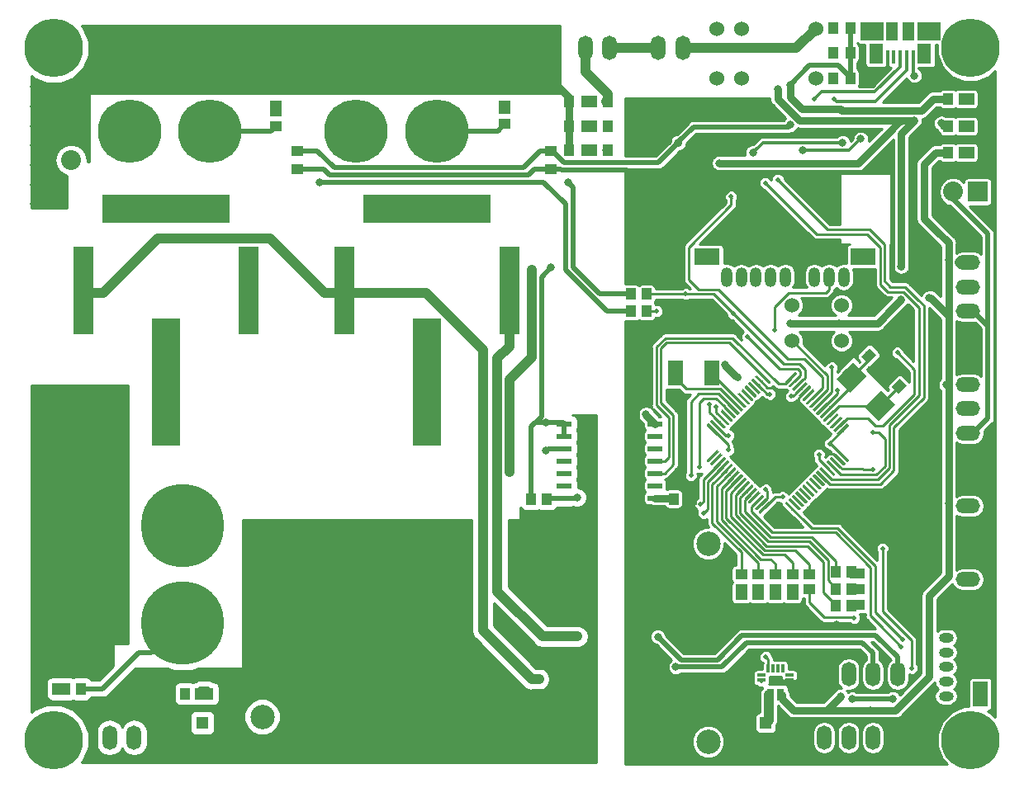
<source format=gbr>
G04 #@! TF.GenerationSoftware,KiCad,Pcbnew,(5.0.2)-1*
G04 #@! TF.CreationDate,2019-05-02T15:47:20+09:00*
G04 #@! TF.ProjectId,Electrocity_Manager,456c6563-7472-46f6-9369-74795f4d616e,rev?*
G04 #@! TF.SameCoordinates,Original*
G04 #@! TF.FileFunction,Copper,L1,Top*
G04 #@! TF.FilePolarity,Positive*
%FSLAX46Y46*%
G04 Gerber Fmt 4.6, Leading zero omitted, Abs format (unit mm)*
G04 Created by KiCad (PCBNEW (5.0.2)-1) date 2019/05/02 15:47:20*
%MOMM*%
%LPD*%
G01*
G04 APERTURE LIST*
G04 #@! TA.AperFunction,ComponentPad*
%ADD10C,2.500000*%
G04 #@! TD*
G04 #@! TA.AperFunction,SMDPad,CuDef*
%ADD11C,1.000000*%
G04 #@! TD*
G04 #@! TA.AperFunction,Conductor*
%ADD12C,0.100000*%
G04 #@! TD*
G04 #@! TA.AperFunction,SMDPad,CuDef*
%ADD13C,2.000000*%
G04 #@! TD*
G04 #@! TA.AperFunction,SMDPad,CuDef*
%ADD14R,1.000000X1.200000*%
G04 #@! TD*
G04 #@! TA.AperFunction,SMDPad,CuDef*
%ADD15R,1.200000X1.000000*%
G04 #@! TD*
G04 #@! TA.AperFunction,ComponentPad*
%ADD16C,6.500000*%
G04 #@! TD*
G04 #@! TA.AperFunction,ComponentPad*
%ADD17C,1.300000*%
G04 #@! TD*
G04 #@! TA.AperFunction,ComponentPad*
%ADD18R,1.300000X1.300000*%
G04 #@! TD*
G04 #@! TA.AperFunction,ComponentPad*
%ADD19R,2.032000X2.032000*%
G04 #@! TD*
G04 #@! TA.AperFunction,ComponentPad*
%ADD20O,2.032000X2.032000*%
G04 #@! TD*
G04 #@! TA.AperFunction,ComponentPad*
%ADD21O,2.500000X1.500000*%
G04 #@! TD*
G04 #@! TA.AperFunction,ComponentPad*
%ADD22O,1.500000X2.500000*%
G04 #@! TD*
G04 #@! TA.AperFunction,ComponentPad*
%ADD23C,8.500000*%
G04 #@! TD*
G04 #@! TA.AperFunction,SMDPad,CuDef*
%ADD24R,1.500000X2.600000*%
G04 #@! TD*
G04 #@! TA.AperFunction,ComponentPad*
%ADD25R,3.000000X13.000000*%
G04 #@! TD*
G04 #@! TA.AperFunction,ComponentPad*
%ADD26R,2.000000X9.000000*%
G04 #@! TD*
G04 #@! TA.AperFunction,ComponentPad*
%ADD27R,13.000000X3.000000*%
G04 #@! TD*
G04 #@! TA.AperFunction,ComponentPad*
%ADD28O,1.524000X1.000000*%
G04 #@! TD*
G04 #@! TA.AperFunction,ComponentPad*
%ADD29C,4.500880*%
G04 #@! TD*
G04 #@! TA.AperFunction,SMDPad,CuDef*
%ADD30R,0.400000X1.300000*%
G04 #@! TD*
G04 #@! TA.AperFunction,SMDPad,CuDef*
%ADD31R,0.850000X0.300000*%
G04 #@! TD*
G04 #@! TA.AperFunction,SMDPad,CuDef*
%ADD32R,0.300000X0.850000*%
G04 #@! TD*
G04 #@! TA.AperFunction,SMDPad,CuDef*
%ADD33R,1.500000X0.600000*%
G04 #@! TD*
G04 #@! TA.AperFunction,ComponentPad*
%ADD34C,1.524000*%
G04 #@! TD*
G04 #@! TA.AperFunction,SMDPad,CuDef*
%ADD35R,1.175000X1.900000*%
G04 #@! TD*
G04 #@! TA.AperFunction,SMDPad,CuDef*
%ADD36R,2.375000X1.900000*%
G04 #@! TD*
G04 #@! TA.AperFunction,SMDPad,CuDef*
%ADD37R,1.475000X2.100000*%
G04 #@! TD*
G04 #@! TA.AperFunction,SMDPad,CuDef*
%ADD38R,0.450000X1.380000*%
G04 #@! TD*
G04 #@! TA.AperFunction,SMDPad,CuDef*
%ADD39R,1.500000X1.000000*%
G04 #@! TD*
G04 #@! TA.AperFunction,ComponentPad*
%ADD40O,1.200000X2.000000*%
G04 #@! TD*
G04 #@! TA.AperFunction,ComponentPad*
%ADD41R,2.600000X1.700000*%
G04 #@! TD*
G04 #@! TA.AperFunction,SMDPad,CuDef*
%ADD42C,0.300000*%
G04 #@! TD*
G04 #@! TA.AperFunction,ViaPad*
%ADD43C,6.000000*%
G04 #@! TD*
G04 #@! TA.AperFunction,ViaPad*
%ADD44C,0.800000*%
G04 #@! TD*
G04 #@! TA.AperFunction,ViaPad*
%ADD45C,0.500000*%
G04 #@! TD*
G04 #@! TA.AperFunction,Conductor*
%ADD46C,0.500000*%
G04 #@! TD*
G04 #@! TA.AperFunction,Conductor*
%ADD47C,0.250000*%
G04 #@! TD*
G04 #@! TA.AperFunction,Conductor*
%ADD48C,0.300000*%
G04 #@! TD*
G04 #@! TA.AperFunction,Conductor*
%ADD49C,1.000000*%
G04 #@! TD*
G04 #@! TA.AperFunction,Conductor*
%ADD50C,0.800000*%
G04 #@! TD*
G04 #@! TA.AperFunction,Conductor*
%ADD51C,0.254000*%
G04 #@! TD*
G04 APERTURE END LIST*
D10*
G04 #@! TO.P,U9,4*
G04 #@! TO.N,Net-(U9-Pad4)*
X118110000Y-151840000D03*
G04 #@! TO.P,U9,5*
G04 #@! TO.N,GND*
X118110000Y-162000000D03*
G04 #@! TO.P,U9,6*
G04 #@! TO.N,Net-(C35-Pad1)*
X118110000Y-172160000D03*
G04 #@! TO.P,U9,3*
G04 #@! TO.N,GNDPWR*
X72390000Y-154380000D03*
G04 #@! TO.P,U9,2*
X72390000Y-164540000D03*
G04 #@! TO.P,U9,1*
G04 #@! TO.N,/24V*
X72390000Y-169620000D03*
G04 #@! TD*
D11*
G04 #@! TO.P,C5,1*
G04 #@! TO.N,/OSC_OUT*
X134578249Y-132578249D03*
D12*
G04 #@! TD*
G04 #@! TO.N,/OSC_OUT*
G04 #@! TO.C,C5*
G36*
X133800432Y-132648960D02*
X134648960Y-131800432D01*
X135356066Y-132507538D01*
X134507538Y-133356066D01*
X133800432Y-132648960D01*
X133800432Y-132648960D01*
G37*
D11*
G04 #@! TO.P,C5,2*
G04 #@! TO.N,GND*
X135907609Y-133907609D03*
D12*
G04 #@! TD*
G04 #@! TO.N,GND*
G04 #@! TO.C,C5*
G36*
X135129792Y-133978320D02*
X135978320Y-133129792D01*
X136685426Y-133836898D01*
X135836898Y-134685426D01*
X135129792Y-133978320D01*
X135129792Y-133978320D01*
G37*
D13*
G04 #@! TO.P,X1,2*
G04 #@! TO.N,/OSC_OUT*
X132800431Y-134800431D03*
D12*
G04 #@! TD*
G04 #@! TO.N,/OSC_OUT*
G04 #@! TO.C,X1*
G36*
X134356066Y-134659010D02*
X132659010Y-136356066D01*
X131244796Y-134941852D01*
X132941852Y-133244796D01*
X134356066Y-134659010D01*
X134356066Y-134659010D01*
G37*
D13*
G04 #@! TO.P,X1,1*
G04 #@! TO.N,/OSC_IN*
X135699569Y-137699569D03*
D12*
G04 #@! TD*
G04 #@! TO.N,/OSC_IN*
G04 #@! TO.C,X1*
G36*
X137255204Y-137558148D02*
X135558148Y-139255204D01*
X134143934Y-137840990D01*
X135840990Y-136143934D01*
X137255204Y-137558148D01*
X137255204Y-137558148D01*
G37*
D14*
G04 #@! TO.P,R5,1*
G04 #@! TO.N,/TIM1_CH3*
X131220000Y-156500000D03*
G04 #@! TO.P,R5,2*
G04 #@! TO.N,Net-(R5-Pad2)*
X132780000Y-156500000D03*
G04 #@! TD*
G04 #@! TO.P,R21,2*
G04 #@! TO.N,Net-(R21-Pad2)*
X132750000Y-158250000D03*
G04 #@! TO.P,R21,1*
G04 #@! TO.N,/TIM1_CH2*
X131190000Y-158250000D03*
G04 #@! TD*
G04 #@! TO.P,R1,2*
G04 #@! TO.N,Net-(R1-Pad2)*
X132780000Y-154750000D03*
G04 #@! TO.P,R1,1*
G04 #@! TO.N,/TIM1_CH4*
X131220000Y-154750000D03*
G04 #@! TD*
D15*
G04 #@! TO.P,D6,2*
G04 #@! TO.N,GND*
X123250000Y-158910000D03*
G04 #@! TO.P,D6,1*
G04 #@! TO.N,Net-(D6-Pad1)*
X123250000Y-157150000D03*
G04 #@! TD*
D16*
G04 #@! TO.P,P15,1*
G04 #@! TO.N,GNDPWR*
X90250000Y-102500000D03*
G04 #@! TO.P,P15,2*
G04 #@! TO.N,FUN_Vdd*
X90250000Y-109500000D03*
G04 #@! TD*
G04 #@! TO.P,P17,2*
G04 #@! TO.N,POWER_Vdd*
X67000000Y-109500000D03*
G04 #@! TO.P,P17,1*
G04 #@! TO.N,GNDPWR*
X67000000Y-102500000D03*
G04 #@! TD*
D14*
G04 #@! TO.P,C28,2*
G04 #@! TO.N,GND*
X116430000Y-147250000D03*
G04 #@! TO.P,C28,1*
G04 #@! TO.N,+3.3V*
X114550000Y-147250000D03*
G04 #@! TD*
D17*
G04 #@! TO.P,C32,2*
G04 #@! TO.N,GNDPWR*
X66250000Y-172750000D03*
D18*
G04 #@! TO.P,C32,1*
G04 #@! TO.N,/24V*
X66250000Y-170250000D03*
G04 #@! TD*
D15*
G04 #@! TO.P,C34,1*
G04 #@! TO.N,+3.3V*
X102000000Y-111550000D03*
G04 #@! TO.P,C34,2*
G04 #@! TO.N,GND*
X102000000Y-113430000D03*
G04 #@! TD*
D18*
G04 #@! TO.P,C35,1*
G04 #@! TO.N,Net-(C35-Pad1)*
X124000000Y-170250000D03*
D17*
G04 #@! TO.P,C35,2*
G04 #@! TO.N,GND*
X124000000Y-172750000D03*
G04 #@! TD*
D19*
G04 #@! TO.P,JP3,1*
G04 #@! TO.N,Net-(JP3-Pad1)*
X145750000Y-115750000D03*
D20*
G04 #@! TO.P,JP3,2*
G04 #@! TO.N,/CAN_L*
X143210000Y-115750000D03*
G04 #@! TD*
D21*
G04 #@! TO.P,P3,4*
G04 #@! TO.N,/CAN_L*
X144750000Y-128000000D03*
G04 #@! TO.P,P3,3*
G04 #@! TO.N,/CAN_H*
X144750000Y-125500000D03*
G04 #@! TO.P,P3,2*
G04 #@! TO.N,+12V*
X144750000Y-123000000D03*
G04 #@! TO.P,P3,1*
G04 #@! TO.N,GND*
X144750000Y-120500000D03*
G04 #@! TD*
D22*
G04 #@! TO.P,P9,2*
G04 #@! TO.N,/24V*
X59250000Y-171750000D03*
G04 #@! TO.P,P9,1*
G04 #@! TO.N,Net-(D10-Pad3)*
X56750000Y-171750000D03*
G04 #@! TD*
D23*
G04 #@! TO.P,P13,1*
G04 #@! TO.N,GNDPWR*
X53250000Y-160000000D03*
G04 #@! TO.P,P13,2*
G04 #@! TO.N,+BATT*
X64250000Y-160000000D03*
G04 #@! TD*
D16*
G04 #@! TO.P,P14,2*
G04 #@! TO.N,POWER_Vdd*
X58750000Y-109500000D03*
G04 #@! TO.P,P14,1*
G04 #@! TO.N,GNDPWR*
X58750000Y-102500000D03*
G04 #@! TD*
D23*
G04 #@! TO.P,P16,2*
G04 #@! TO.N,+BATT*
X64250000Y-150000000D03*
G04 #@! TO.P,P16,1*
G04 #@! TO.N,GNDPWR*
X53250000Y-150000000D03*
G04 #@! TD*
D16*
G04 #@! TO.P,P18,1*
G04 #@! TO.N,GNDPWR*
X82000000Y-102500000D03*
G04 #@! TO.P,P18,2*
G04 #@! TO.N,FUN_Vdd*
X82000000Y-109500000D03*
G04 #@! TD*
D24*
G04 #@! TO.P,SW1,2*
G04 #@! TO.N,GND*
X146000000Y-161700000D03*
G04 #@! TO.P,SW1,1*
G04 #@! TO.N,/~NRST*
X146000000Y-167300000D03*
G04 #@! TD*
D25*
G04 #@! TO.P,U8,30*
G04 #@! TO.N,+BATT*
X62500000Y-135250000D03*
D26*
G04 #@! TO.P,U8,86*
G04 #@! TO.N,/Relay_Out*
X54050000Y-125900000D03*
G04 #@! TO.P,U8,85*
G04 #@! TO.N,/Coil*
X70950000Y-125900000D03*
D27*
G04 #@! TO.P,U8,87*
G04 #@! TO.N,Net-(U11-Pad5)*
X62500000Y-117500000D03*
G04 #@! TD*
G04 #@! TO.P,U12,87*
G04 #@! TO.N,Net-(U12-Pad87)*
X89250000Y-117500000D03*
D26*
G04 #@! TO.P,U12,85*
G04 #@! TO.N,/Coil*
X97700000Y-125900000D03*
G04 #@! TO.P,U12,86*
G04 #@! TO.N,/Relay_Out*
X80800000Y-125900000D03*
D25*
G04 #@! TO.P,U12,30*
G04 #@! TO.N,+BATT*
X89250000Y-135250000D03*
G04 #@! TD*
D28*
G04 #@! TO.P,P1,1*
G04 #@! TO.N,GND*
X142500000Y-160000000D03*
G04 #@! TO.P,P1,2*
G04 #@! TO.N,Net-(D1-Pad1)*
X142500000Y-161500000D03*
G04 #@! TO.P,P1,3*
G04 #@! TO.N,/SWCLK*
X142500000Y-163000000D03*
G04 #@! TO.P,P1,4*
G04 #@! TO.N,/SWDIO*
X142500000Y-164500000D03*
G04 #@! TO.P,P1,5*
G04 #@! TO.N,/~NRST*
X142500000Y-166000000D03*
G04 #@! TO.P,P1,6*
G04 #@! TO.N,Net-(P1-Pad6)*
X142500000Y-167500000D03*
G04 #@! TD*
D11*
G04 #@! TO.P,C1,1*
G04 #@! TO.N,/OSC_IN*
X137671751Y-135671751D03*
D12*
G04 #@! TD*
G04 #@! TO.N,/OSC_IN*
G04 #@! TO.C,C1*
G36*
X138449568Y-135601040D02*
X137601040Y-136449568D01*
X136893934Y-135742462D01*
X137742462Y-134893934D01*
X138449568Y-135601040D01*
X138449568Y-135601040D01*
G37*
D11*
G04 #@! TO.P,C1,2*
G04 #@! TO.N,GND*
X136342391Y-134342391D03*
D12*
G04 #@! TD*
G04 #@! TO.N,GND*
G04 #@! TO.C,C1*
G36*
X137120208Y-134271680D02*
X136271680Y-135120208D01*
X135564574Y-134413102D01*
X136413102Y-133564574D01*
X137120208Y-134271680D01*
X137120208Y-134271680D01*
G37*
D15*
G04 #@! TO.P,C40,2*
G04 #@! TO.N,GND*
X76000000Y-113430000D03*
G04 #@! TO.P,C40,1*
G04 #@! TO.N,+3.3V*
X76000000Y-111550000D03*
G04 #@! TD*
D14*
G04 #@! TO.P,D2,1*
G04 #@! TO.N,Net-(D2-Pad1)*
X144870000Y-111750000D03*
G04 #@! TO.P,D2,2*
G04 #@! TO.N,GND*
X146630000Y-111750000D03*
G04 #@! TD*
G04 #@! TO.P,D3,2*
G04 #@! TO.N,GND*
X146630000Y-109000000D03*
G04 #@! TO.P,D3,1*
G04 #@! TO.N,Net-(D3-Pad1)*
X144870000Y-109000000D03*
G04 #@! TD*
G04 #@! TO.P,D4,1*
G04 #@! TO.N,Net-(D4-Pad1)*
X144870000Y-106250000D03*
G04 #@! TO.P,D4,2*
G04 #@! TO.N,GND*
X146630000Y-106250000D03*
G04 #@! TD*
D15*
G04 #@! TO.P,D5,1*
G04 #@! TO.N,Net-(D5-Pad1)*
X121500000Y-157150000D03*
G04 #@! TO.P,D5,2*
G04 #@! TO.N,GND*
X121500000Y-158910000D03*
G04 #@! TD*
G04 #@! TO.P,D7,1*
G04 #@! TO.N,Net-(D7-Pad1)*
X125000000Y-157150000D03*
G04 #@! TO.P,D7,2*
G04 #@! TO.N,GND*
X125000000Y-158910000D03*
G04 #@! TD*
G04 #@! TO.P,D8,2*
G04 #@! TO.N,GND*
X126750000Y-158910000D03*
G04 #@! TO.P,D8,1*
G04 #@! TO.N,Net-(D8-Pad1)*
X126750000Y-157150000D03*
G04 #@! TD*
D14*
G04 #@! TO.P,D14,1*
G04 #@! TO.N,Net-(D14-Pad1)*
X51380000Y-166750000D03*
G04 #@! TO.P,D14,2*
G04 #@! TO.N,GNDPWR*
X49620000Y-166750000D03*
G04 #@! TD*
G04 #@! TO.P,D15,1*
G04 #@! TO.N,Net-(D15-Pad1)*
X66870000Y-167250000D03*
G04 #@! TO.P,D15,2*
G04 #@! TO.N,GNDPWR*
X68630000Y-167250000D03*
G04 #@! TD*
D15*
G04 #@! TO.P,D16,2*
G04 #@! TO.N,GNDPWR*
X73750000Y-105120000D03*
G04 #@! TO.P,D16,1*
G04 #@! TO.N,Net-(D16-Pad1)*
X73750000Y-106880000D03*
G04 #@! TD*
G04 #@! TO.P,D17,1*
G04 #@! TO.N,Net-(D17-Pad1)*
X97250000Y-106880000D03*
G04 #@! TO.P,D17,2*
G04 #@! TO.N,GNDPWR*
X97250000Y-105120000D03*
G04 #@! TD*
D14*
G04 #@! TO.P,D18,2*
G04 #@! TO.N,GNDPWR*
X103860000Y-108990000D03*
G04 #@! TO.P,D18,1*
G04 #@! TO.N,Net-(D18-Pad1)*
X105620000Y-108990000D03*
G04 #@! TD*
G04 #@! TO.P,D19,2*
G04 #@! TO.N,GNDPWR*
X103860000Y-106490000D03*
G04 #@! TO.P,D19,1*
G04 #@! TO.N,Net-(D19-Pad1)*
X105620000Y-106490000D03*
G04 #@! TD*
G04 #@! TO.P,D20,2*
G04 #@! TO.N,GNDPWR*
X103860000Y-111490000D03*
G04 #@! TO.P,D20,1*
G04 #@! TO.N,Net-(D20-Pad1)*
X105620000Y-111490000D03*
G04 #@! TD*
D19*
G04 #@! TO.P,JP1,1*
G04 #@! TO.N,GNDPWR*
X50250000Y-112500000D03*
D20*
G04 #@! TO.P,JP1,2*
G04 #@! TO.N,/Relay_Out*
X52790000Y-112500000D03*
G04 #@! TD*
D22*
G04 #@! TO.P,P5,4*
G04 #@! TO.N,/Relay_state*
X137500000Y-165250000D03*
G04 #@! TO.P,P5,3*
G04 #@! TO.N,/Fource_shutdown*
X135000000Y-165250000D03*
G04 #@! TO.P,P5,2*
G04 #@! TO.N,+12V*
X132500000Y-165250000D03*
G04 #@! TO.P,P5,1*
G04 #@! TO.N,GND*
X130000000Y-165250000D03*
G04 #@! TD*
D21*
G04 #@! TO.P,P6,1*
G04 #@! TO.N,GND*
X144750000Y-153000000D03*
G04 #@! TO.P,P6,2*
G04 #@! TO.N,+12V*
X144750000Y-155500000D03*
G04 #@! TD*
G04 #@! TO.P,P7,2*
G04 #@! TO.N,+12V*
X144750000Y-148000000D03*
G04 #@! TO.P,P7,1*
G04 #@! TO.N,GND*
X144750000Y-145500000D03*
G04 #@! TD*
D22*
G04 #@! TO.P,P10,2*
G04 #@! TO.N,Net-(P10-Pad2)*
X108000000Y-101000000D03*
G04 #@! TO.P,P10,1*
G04 #@! TO.N,+12C*
X105500000Y-101000000D03*
G04 #@! TD*
G04 #@! TO.P,P11,1*
G04 #@! TO.N,Net-(P10-Pad2)*
X113000000Y-101000000D03*
G04 #@! TO.P,P11,2*
G04 #@! TO.N,Net-(P11-Pad2)*
X115500000Y-101000000D03*
G04 #@! TD*
D29*
G04 #@! TO.P,P12,1*
G04 #@! TO.N,GNDPWR*
X99000000Y-101500000D03*
G04 #@! TD*
D14*
G04 #@! TO.P,R2,2*
G04 #@! TO.N,+12V*
X142720000Y-111750000D03*
G04 #@! TO.P,R2,1*
G04 #@! TO.N,Net-(D2-Pad1)*
X144280000Y-111750000D03*
G04 #@! TD*
G04 #@! TO.P,R3,1*
G04 #@! TO.N,Net-(D3-Pad1)*
X144280000Y-109000000D03*
G04 #@! TO.P,R3,2*
G04 #@! TO.N,+5V*
X142720000Y-109000000D03*
G04 #@! TD*
G04 #@! TO.P,R4,2*
G04 #@! TO.N,+3.3V*
X142720000Y-106250000D03*
G04 #@! TO.P,R4,1*
G04 #@! TO.N,Net-(D4-Pad1)*
X144280000Y-106250000D03*
G04 #@! TD*
D15*
G04 #@! TO.P,R10,2*
G04 #@! TO.N,Net-(D5-Pad1)*
X121500000Y-156560000D03*
G04 #@! TO.P,R10,1*
G04 #@! TO.N,/PC6*
X121500000Y-155000000D03*
G04 #@! TD*
G04 #@! TO.P,R13,1*
G04 #@! TO.N,/PC7*
X123250000Y-155000000D03*
G04 #@! TO.P,R13,2*
G04 #@! TO.N,Net-(D6-Pad1)*
X123250000Y-156560000D03*
G04 #@! TD*
G04 #@! TO.P,R14,2*
G04 #@! TO.N,Net-(D7-Pad1)*
X125000000Y-156560000D03*
G04 #@! TO.P,R14,1*
G04 #@! TO.N,/PC8*
X125000000Y-155000000D03*
G04 #@! TD*
G04 #@! TO.P,R16,1*
G04 #@! TO.N,/PC9*
X126750000Y-155000000D03*
G04 #@! TO.P,R16,2*
G04 #@! TO.N,Net-(D8-Pad1)*
X126750000Y-156560000D03*
G04 #@! TD*
G04 #@! TO.P,R20,1*
G04 #@! TO.N,Net-(Q2-Pad1)*
X128500000Y-156530000D03*
G04 #@! TO.P,R20,2*
G04 #@! TO.N,/TIM1_CH1*
X128500000Y-154970000D03*
G04 #@! TD*
D14*
G04 #@! TO.P,R30,2*
G04 #@! TO.N,Net-(IC4-Pad4)*
X101530000Y-147250000D03*
G04 #@! TO.P,R30,1*
G04 #@! TO.N,3V3*
X99970000Y-147250000D03*
G04 #@! TD*
G04 #@! TO.P,R33,1*
G04 #@! TO.N,Net-(D14-Pad1)*
X52220000Y-166750000D03*
G04 #@! TO.P,R33,2*
G04 #@! TO.N,+BATT*
X53780000Y-166750000D03*
G04 #@! TD*
G04 #@! TO.P,R34,2*
G04 #@! TO.N,/24V*
X64470000Y-167250000D03*
G04 #@! TO.P,R34,1*
G04 #@! TO.N,Net-(D15-Pad1)*
X66030000Y-167250000D03*
G04 #@! TD*
D15*
G04 #@! TO.P,R35,1*
G04 #@! TO.N,Net-(D16-Pad1)*
X73750000Y-107470000D03*
G04 #@! TO.P,R35,2*
G04 #@! TO.N,POWER_Vdd*
X73750000Y-109030000D03*
G04 #@! TD*
G04 #@! TO.P,R36,2*
G04 #@! TO.N,FUN_Vdd*
X97250000Y-108780000D03*
G04 #@! TO.P,R36,1*
G04 #@! TO.N,Net-(D17-Pad1)*
X97250000Y-107220000D03*
G04 #@! TD*
D14*
G04 #@! TO.P,R37,1*
G04 #@! TO.N,Net-(D18-Pad1)*
X106220000Y-108990000D03*
G04 #@! TO.P,R37,2*
G04 #@! TO.N,/Coil*
X107780000Y-108990000D03*
G04 #@! TD*
G04 #@! TO.P,R38,2*
G04 #@! TO.N,+12C*
X107780000Y-106490000D03*
G04 #@! TO.P,R38,1*
G04 #@! TO.N,Net-(D19-Pad1)*
X106220000Y-106490000D03*
G04 #@! TD*
G04 #@! TO.P,R39,2*
G04 #@! TO.N,3V3*
X107780000Y-111490000D03*
G04 #@! TO.P,R39,1*
G04 #@! TO.N,Net-(D20-Pad1)*
X106220000Y-111490000D03*
G04 #@! TD*
G04 #@! TO.P,R40,1*
G04 #@! TO.N,/ADC12_IN1*
X111780000Y-128000000D03*
G04 #@! TO.P,R40,2*
G04 #@! TO.N,Net-(R40-Pad2)*
X110220000Y-128000000D03*
G04 #@! TD*
G04 #@! TO.P,R44,1*
G04 #@! TO.N,/ADC12_IN2*
X111780000Y-126250000D03*
G04 #@! TO.P,R44,2*
G04 #@! TO.N,Net-(R44-Pad2)*
X110220000Y-126250000D03*
G04 #@! TD*
D21*
G04 #@! TO.P,P2,4*
G04 #@! TO.N,/CAN_L*
X144750000Y-140500000D03*
G04 #@! TO.P,P2,3*
G04 #@! TO.N,/CAN_H*
X144750000Y-138000000D03*
G04 #@! TO.P,P2,2*
G04 #@! TO.N,+12V*
X144750000Y-135500000D03*
G04 #@! TO.P,P2,1*
G04 #@! TO.N,GND*
X144750000Y-133000000D03*
G04 #@! TD*
D30*
G04 #@! TO.P,U13,4*
G04 #@! TO.N,+12V*
X125700000Y-167350000D03*
G04 #@! TO.P,U13,2*
G04 #@! TO.N,Net-(C35-Pad1)*
X124700000Y-167350000D03*
D31*
G04 #@! TO.P,U13,12*
G04 #@! TO.N,+3.3V*
X123550000Y-165850000D03*
G04 #@! TO.P,U13,11*
G04 #@! TO.N,N/C*
X123550000Y-165350000D03*
D32*
G04 #@! TO.P,U13,10*
G04 #@! TO.N,Net-(R47-Pad2)*
X124250000Y-164650000D03*
G04 #@! TO.P,U13,9*
G04 #@! TO.N,N/C*
X124750000Y-164650000D03*
G04 #@! TO.P,U13,8*
X125250000Y-164650000D03*
G04 #@! TO.P,U13,7*
X125750000Y-164650000D03*
D31*
G04 #@! TO.P,U13,6*
X126450000Y-165350000D03*
G04 #@! TO.P,U13,5*
G04 #@! TO.N,GND*
X126450000Y-165850000D03*
D30*
G04 #@! TO.P,U13,3*
G04 #@! TO.N,+12V*
X125300000Y-167350000D03*
G04 #@! TO.P,U13,1*
G04 #@! TO.N,Net-(C35-Pad1)*
X124300000Y-167350000D03*
G04 #@! TD*
D33*
G04 #@! TO.P,U6,1*
G04 #@! TO.N,3V3*
X103350000Y-139555000D03*
G04 #@! TO.P,U6,2*
X103350000Y-140825000D03*
G04 #@! TO.P,U6,3*
G04 #@! TO.N,/Voltage*
X103350000Y-142095000D03*
G04 #@! TO.P,U6,4*
G04 #@! TO.N,Net-(U6-Pad4)*
X103350000Y-143365000D03*
G04 #@! TO.P,U6,5*
G04 #@! TO.N,Net-(U6-Pad5)*
X103350000Y-144635000D03*
G04 #@! TO.P,U6,6*
G04 #@! TO.N,Net-(U6-Pad6)*
X103350000Y-145905000D03*
G04 #@! TO.P,U6,7*
G04 #@! TO.N,Net-(IC4-Pad4)*
X103350000Y-147175000D03*
G04 #@! TO.P,U6,8*
G04 #@! TO.N,GNDPWR*
X103350000Y-148445000D03*
G04 #@! TO.P,U6,9*
G04 #@! TO.N,GND*
X112650000Y-148445000D03*
G04 #@! TO.P,U6,10*
G04 #@! TO.N,+3.3V*
X112650000Y-147175000D03*
G04 #@! TO.P,U6,11*
G04 #@! TO.N,Net-(U6-Pad11)*
X112650000Y-145905000D03*
G04 #@! TO.P,U6,12*
G04 #@! TO.N,/USART2_RX*
X112650000Y-144635000D03*
G04 #@! TO.P,U6,13*
G04 #@! TO.N,/USART2_TX*
X112650000Y-143365000D03*
G04 #@! TO.P,U6,14*
G04 #@! TO.N,Net-(U6-Pad14)*
X112650000Y-142095000D03*
G04 #@! TO.P,U6,15*
G04 #@! TO.N,Net-(U6-Pad15)*
X112650000Y-140825000D03*
G04 #@! TO.P,U6,16*
G04 #@! TO.N,+3.3V*
X112650000Y-139555000D03*
G04 #@! TD*
D22*
G04 #@! TO.P,P4,4*
G04 #@! TO.N,/Relay_state*
X130000000Y-171750000D03*
G04 #@! TO.P,P4,3*
G04 #@! TO.N,/Fource_shutdown*
X132500000Y-171750000D03*
G04 #@! TO.P,P4,2*
G04 #@! TO.N,+12V*
X135000000Y-171750000D03*
G04 #@! TO.P,P4,1*
G04 #@! TO.N,GND*
X137500000Y-171750000D03*
G04 #@! TD*
D14*
G04 #@! TO.P,D26,2*
G04 #@! TO.N,Net-(D26-Pad2)*
X130920000Y-104100000D03*
G04 #@! TO.P,D26,1*
G04 #@! TO.N,+3.3V*
X132680000Y-104100000D03*
G04 #@! TD*
G04 #@! TO.P,D27,1*
G04 #@! TO.N,+3.3V*
X132680000Y-101500000D03*
G04 #@! TO.P,D27,2*
G04 #@! TO.N,Net-(D27-Pad2)*
X130920000Y-101500000D03*
G04 #@! TD*
G04 #@! TO.P,D28,2*
G04 #@! TO.N,Net-(D28-Pad2)*
X130920000Y-98950000D03*
G04 #@! TO.P,D28,1*
G04 #@! TO.N,+3.3V*
X132680000Y-98950000D03*
G04 #@! TD*
D34*
G04 #@! TO.P,U22,1*
G04 #@! TO.N,Net-(P11-Pad2)*
X129160000Y-99000000D03*
X129160000Y-104080000D03*
G04 #@! TO.P,U22,5*
G04 #@! TO.N,+5V*
X121540000Y-99000000D03*
G04 #@! TO.P,U22,2*
G04 #@! TO.N,Net-(D25-Pad1)*
X121540000Y-104080000D03*
G04 #@! TO.P,U22,3*
G04 #@! TO.N,Net-(U22-Pad3)*
X119000000Y-104080000D03*
G04 #@! TO.P,U22,4*
G04 #@! TO.N,/Coil*
X119000000Y-99000000D03*
G04 #@! TD*
D35*
G04 #@! TO.P,J1,6*
G04 #@! TO.N,Net-(J1-Pad6)*
X136960000Y-99250000D03*
X138640000Y-99250000D03*
D36*
X134890000Y-99250000D03*
X140710000Y-99250000D03*
D37*
X135337500Y-101550000D03*
X140262500Y-101550000D03*
D38*
G04 #@! TO.P,J1,5*
G04 #@! TO.N,GND*
X136500000Y-101910000D03*
G04 #@! TO.P,J1,4*
G04 #@! TO.N,Net-(J1-Pad4)*
X137150000Y-101910000D03*
G04 #@! TO.P,J1,3*
G04 #@! TO.N,/D+*
X137800000Y-101910000D03*
G04 #@! TO.P,J1,2*
G04 #@! TO.N,/D-*
X138450000Y-101910000D03*
G04 #@! TO.P,J1,1*
G04 #@! TO.N,Net-(D29-Pad1)*
X139100000Y-101910000D03*
G04 #@! TD*
D34*
G04 #@! TO.P,U20,3*
G04 #@! TO.N,+5V*
X131790000Y-131000000D03*
G04 #@! TO.P,U20,2*
G04 #@! TO.N,GND*
X129250000Y-131000000D03*
G04 #@! TO.P,U20,1*
G04 #@! TO.N,/PC1*
X126710000Y-131000000D03*
G04 #@! TD*
G04 #@! TO.P,U21,1*
G04 #@! TO.N,/PC0*
X131790000Y-127400000D03*
G04 #@! TO.P,U21,2*
G04 #@! TO.N,GND*
X129250000Y-127400000D03*
G04 #@! TO.P,U21,3*
G04 #@! TO.N,+5V*
X126710000Y-127400000D03*
G04 #@! TD*
D24*
G04 #@! TO.P,SW2,2*
G04 #@! TO.N,/PC5*
X114750000Y-134300000D03*
G04 #@! TO.P,SW2,1*
G04 #@! TO.N,GND*
X114750000Y-128700000D03*
G04 #@! TD*
G04 #@! TO.P,SW3,1*
G04 #@! TO.N,GND*
X118500000Y-128700000D03*
G04 #@! TO.P,SW3,2*
G04 #@! TO.N,/PC4*
X118500000Y-134300000D03*
G04 #@! TD*
D39*
G04 #@! TO.P,U3,6*
G04 #@! TO.N,GND*
X138400000Y-154900000D03*
G04 #@! TO.P,U3,5*
X138400000Y-156500000D03*
G04 #@! TO.P,U3,4*
X138400000Y-158100000D03*
G04 #@! TO.P,U3,3*
G04 #@! TO.N,Net-(R21-Pad2)*
X133400000Y-158100000D03*
G04 #@! TO.P,U3,2*
G04 #@! TO.N,Net-(R5-Pad2)*
X133400000Y-156500000D03*
G04 #@! TO.P,U3,1*
G04 #@! TO.N,Net-(R1-Pad2)*
X133400000Y-154900000D03*
G04 #@! TD*
D40*
G04 #@! TO.P,U4,9*
G04 #@! TO.N,+3.3V*
X132000000Y-124500000D03*
G04 #@! TO.P,U4,8*
G04 #@! TO.N,/I2C2_SCL*
X130500000Y-124500000D03*
G04 #@! TO.P,U4,7*
G04 #@! TO.N,/I2C2_SDA*
X129000000Y-124500000D03*
G04 #@! TO.P,U4,6*
G04 #@! TO.N,GND*
X127500000Y-124500000D03*
G04 #@! TO.P,U4,5*
G04 #@! TO.N,+3.3V*
X126000000Y-124500000D03*
G04 #@! TO.P,U4,4*
G04 #@! TO.N,Net-(C21-Pad1)*
X124500000Y-124500000D03*
G04 #@! TO.P,U4,3*
G04 #@! TO.N,Net-(C21-Pad2)*
X123000000Y-124500000D03*
G04 #@! TO.P,U4,2*
G04 #@! TO.N,Net-(C20-Pad2)*
X121500000Y-124500000D03*
G04 #@! TO.P,U4,1*
G04 #@! TO.N,Net-(U4-Pad1)*
X120000000Y-124500000D03*
D41*
G04 #@! TO.P,U4,11*
G04 #@! TO.N,Net-(R29-Pad2)*
X134000000Y-122400000D03*
G04 #@! TO.P,U4,10*
G04 #@! TO.N,+3.3V*
X118000000Y-122400000D03*
G04 #@! TD*
D12*
G04 #@! TO.N,+3.3V*
G04 #@! TO.C,U2*
G36*
X132363774Y-139516172D02*
X132371055Y-139517252D01*
X132378194Y-139519040D01*
X132385124Y-139521520D01*
X132391778Y-139524667D01*
X132398091Y-139528451D01*
X132404002Y-139532835D01*
X132409456Y-139537778D01*
X132515522Y-139643844D01*
X132520465Y-139649298D01*
X132524849Y-139655209D01*
X132528633Y-139661522D01*
X132531780Y-139668176D01*
X132534260Y-139675106D01*
X132536048Y-139682245D01*
X132537128Y-139689526D01*
X132537489Y-139696877D01*
X132537128Y-139704228D01*
X132536048Y-139711509D01*
X132534260Y-139718648D01*
X132531780Y-139725578D01*
X132528633Y-139732232D01*
X132524849Y-139738545D01*
X132520465Y-139744456D01*
X132515522Y-139749910D01*
X131525572Y-140739860D01*
X131520118Y-140744803D01*
X131514207Y-140749187D01*
X131507894Y-140752971D01*
X131501240Y-140756118D01*
X131494310Y-140758598D01*
X131487171Y-140760386D01*
X131479890Y-140761466D01*
X131472539Y-140761827D01*
X131465188Y-140761466D01*
X131457907Y-140760386D01*
X131450768Y-140758598D01*
X131443838Y-140756118D01*
X131437184Y-140752971D01*
X131430871Y-140749187D01*
X131424960Y-140744803D01*
X131419506Y-140739860D01*
X131313440Y-140633794D01*
X131308497Y-140628340D01*
X131304113Y-140622429D01*
X131300329Y-140616116D01*
X131297182Y-140609462D01*
X131294702Y-140602532D01*
X131292914Y-140595393D01*
X131291834Y-140588112D01*
X131291473Y-140580761D01*
X131291834Y-140573410D01*
X131292914Y-140566129D01*
X131294702Y-140558990D01*
X131297182Y-140552060D01*
X131300329Y-140545406D01*
X131304113Y-140539093D01*
X131308497Y-140533182D01*
X131313440Y-140527728D01*
X132303390Y-139537778D01*
X132308844Y-139532835D01*
X132314755Y-139528451D01*
X132321068Y-139524667D01*
X132327722Y-139521520D01*
X132334652Y-139519040D01*
X132341791Y-139517252D01*
X132349072Y-139516172D01*
X132356423Y-139515811D01*
X132363774Y-139516172D01*
X132363774Y-139516172D01*
G37*
D42*
G04 #@! TD*
G04 #@! TO.P,U2,1*
G04 #@! TO.N,+3.3V*
X131914481Y-140138819D03*
D12*
G04 #@! TO.N,/PC13*
G04 #@! TO.C,U2*
G36*
X132010221Y-139162619D02*
X132017502Y-139163699D01*
X132024641Y-139165487D01*
X132031571Y-139167967D01*
X132038225Y-139171114D01*
X132044538Y-139174898D01*
X132050449Y-139179282D01*
X132055903Y-139184225D01*
X132161969Y-139290291D01*
X132166912Y-139295745D01*
X132171296Y-139301656D01*
X132175080Y-139307969D01*
X132178227Y-139314623D01*
X132180707Y-139321553D01*
X132182495Y-139328692D01*
X132183575Y-139335973D01*
X132183936Y-139343324D01*
X132183575Y-139350675D01*
X132182495Y-139357956D01*
X132180707Y-139365095D01*
X132178227Y-139372025D01*
X132175080Y-139378679D01*
X132171296Y-139384992D01*
X132166912Y-139390903D01*
X132161969Y-139396357D01*
X131172019Y-140386307D01*
X131166565Y-140391250D01*
X131160654Y-140395634D01*
X131154341Y-140399418D01*
X131147687Y-140402565D01*
X131140757Y-140405045D01*
X131133618Y-140406833D01*
X131126337Y-140407913D01*
X131118986Y-140408274D01*
X131111635Y-140407913D01*
X131104354Y-140406833D01*
X131097215Y-140405045D01*
X131090285Y-140402565D01*
X131083631Y-140399418D01*
X131077318Y-140395634D01*
X131071407Y-140391250D01*
X131065953Y-140386307D01*
X130959887Y-140280241D01*
X130954944Y-140274787D01*
X130950560Y-140268876D01*
X130946776Y-140262563D01*
X130943629Y-140255909D01*
X130941149Y-140248979D01*
X130939361Y-140241840D01*
X130938281Y-140234559D01*
X130937920Y-140227208D01*
X130938281Y-140219857D01*
X130939361Y-140212576D01*
X130941149Y-140205437D01*
X130943629Y-140198507D01*
X130946776Y-140191853D01*
X130950560Y-140185540D01*
X130954944Y-140179629D01*
X130959887Y-140174175D01*
X131949837Y-139184225D01*
X131955291Y-139179282D01*
X131961202Y-139174898D01*
X131967515Y-139171114D01*
X131974169Y-139167967D01*
X131981099Y-139165487D01*
X131988238Y-139163699D01*
X131995519Y-139162619D01*
X132002870Y-139162258D01*
X132010221Y-139162619D01*
X132010221Y-139162619D01*
G37*
D42*
G04 #@! TD*
G04 #@! TO.P,U2,2*
G04 #@! TO.N,/PC13*
X131560928Y-139785266D03*
D12*
G04 #@! TO.N,Net-(U2-Pad3)*
G04 #@! TO.C,U2*
G36*
X131656668Y-138809066D02*
X131663949Y-138810146D01*
X131671088Y-138811934D01*
X131678018Y-138814414D01*
X131684672Y-138817561D01*
X131690985Y-138821345D01*
X131696896Y-138825729D01*
X131702350Y-138830672D01*
X131808416Y-138936738D01*
X131813359Y-138942192D01*
X131817743Y-138948103D01*
X131821527Y-138954416D01*
X131824674Y-138961070D01*
X131827154Y-138968000D01*
X131828942Y-138975139D01*
X131830022Y-138982420D01*
X131830383Y-138989771D01*
X131830022Y-138997122D01*
X131828942Y-139004403D01*
X131827154Y-139011542D01*
X131824674Y-139018472D01*
X131821527Y-139025126D01*
X131817743Y-139031439D01*
X131813359Y-139037350D01*
X131808416Y-139042804D01*
X130818466Y-140032754D01*
X130813012Y-140037697D01*
X130807101Y-140042081D01*
X130800788Y-140045865D01*
X130794134Y-140049012D01*
X130787204Y-140051492D01*
X130780065Y-140053280D01*
X130772784Y-140054360D01*
X130765433Y-140054721D01*
X130758082Y-140054360D01*
X130750801Y-140053280D01*
X130743662Y-140051492D01*
X130736732Y-140049012D01*
X130730078Y-140045865D01*
X130723765Y-140042081D01*
X130717854Y-140037697D01*
X130712400Y-140032754D01*
X130606334Y-139926688D01*
X130601391Y-139921234D01*
X130597007Y-139915323D01*
X130593223Y-139909010D01*
X130590076Y-139902356D01*
X130587596Y-139895426D01*
X130585808Y-139888287D01*
X130584728Y-139881006D01*
X130584367Y-139873655D01*
X130584728Y-139866304D01*
X130585808Y-139859023D01*
X130587596Y-139851884D01*
X130590076Y-139844954D01*
X130593223Y-139838300D01*
X130597007Y-139831987D01*
X130601391Y-139826076D01*
X130606334Y-139820622D01*
X131596284Y-138830672D01*
X131601738Y-138825729D01*
X131607649Y-138821345D01*
X131613962Y-138817561D01*
X131620616Y-138814414D01*
X131627546Y-138811934D01*
X131634685Y-138810146D01*
X131641966Y-138809066D01*
X131649317Y-138808705D01*
X131656668Y-138809066D01*
X131656668Y-138809066D01*
G37*
D42*
G04 #@! TD*
G04 #@! TO.P,U2,3*
G04 #@! TO.N,Net-(U2-Pad3)*
X131207375Y-139431713D03*
D12*
G04 #@! TO.N,/PC15*
G04 #@! TO.C,U2*
G36*
X131303114Y-138455512D02*
X131310395Y-138456592D01*
X131317534Y-138458380D01*
X131324464Y-138460860D01*
X131331118Y-138464007D01*
X131337431Y-138467791D01*
X131343342Y-138472175D01*
X131348796Y-138477118D01*
X131454862Y-138583184D01*
X131459805Y-138588638D01*
X131464189Y-138594549D01*
X131467973Y-138600862D01*
X131471120Y-138607516D01*
X131473600Y-138614446D01*
X131475388Y-138621585D01*
X131476468Y-138628866D01*
X131476829Y-138636217D01*
X131476468Y-138643568D01*
X131475388Y-138650849D01*
X131473600Y-138657988D01*
X131471120Y-138664918D01*
X131467973Y-138671572D01*
X131464189Y-138677885D01*
X131459805Y-138683796D01*
X131454862Y-138689250D01*
X130464912Y-139679200D01*
X130459458Y-139684143D01*
X130453547Y-139688527D01*
X130447234Y-139692311D01*
X130440580Y-139695458D01*
X130433650Y-139697938D01*
X130426511Y-139699726D01*
X130419230Y-139700806D01*
X130411879Y-139701167D01*
X130404528Y-139700806D01*
X130397247Y-139699726D01*
X130390108Y-139697938D01*
X130383178Y-139695458D01*
X130376524Y-139692311D01*
X130370211Y-139688527D01*
X130364300Y-139684143D01*
X130358846Y-139679200D01*
X130252780Y-139573134D01*
X130247837Y-139567680D01*
X130243453Y-139561769D01*
X130239669Y-139555456D01*
X130236522Y-139548802D01*
X130234042Y-139541872D01*
X130232254Y-139534733D01*
X130231174Y-139527452D01*
X130230813Y-139520101D01*
X130231174Y-139512750D01*
X130232254Y-139505469D01*
X130234042Y-139498330D01*
X130236522Y-139491400D01*
X130239669Y-139484746D01*
X130243453Y-139478433D01*
X130247837Y-139472522D01*
X130252780Y-139467068D01*
X131242730Y-138477118D01*
X131248184Y-138472175D01*
X131254095Y-138467791D01*
X131260408Y-138464007D01*
X131267062Y-138460860D01*
X131273992Y-138458380D01*
X131281131Y-138456592D01*
X131288412Y-138455512D01*
X131295763Y-138455151D01*
X131303114Y-138455512D01*
X131303114Y-138455512D01*
G37*
D42*
G04 #@! TD*
G04 #@! TO.P,U2,4*
G04 #@! TO.N,/PC15*
X130853821Y-139078159D03*
D12*
G04 #@! TO.N,/OSC_IN*
G04 #@! TO.C,U2*
G36*
X130949561Y-138101959D02*
X130956842Y-138103039D01*
X130963981Y-138104827D01*
X130970911Y-138107307D01*
X130977565Y-138110454D01*
X130983878Y-138114238D01*
X130989789Y-138118622D01*
X130995243Y-138123565D01*
X131101309Y-138229631D01*
X131106252Y-138235085D01*
X131110636Y-138240996D01*
X131114420Y-138247309D01*
X131117567Y-138253963D01*
X131120047Y-138260893D01*
X131121835Y-138268032D01*
X131122915Y-138275313D01*
X131123276Y-138282664D01*
X131122915Y-138290015D01*
X131121835Y-138297296D01*
X131120047Y-138304435D01*
X131117567Y-138311365D01*
X131114420Y-138318019D01*
X131110636Y-138324332D01*
X131106252Y-138330243D01*
X131101309Y-138335697D01*
X130111359Y-139325647D01*
X130105905Y-139330590D01*
X130099994Y-139334974D01*
X130093681Y-139338758D01*
X130087027Y-139341905D01*
X130080097Y-139344385D01*
X130072958Y-139346173D01*
X130065677Y-139347253D01*
X130058326Y-139347614D01*
X130050975Y-139347253D01*
X130043694Y-139346173D01*
X130036555Y-139344385D01*
X130029625Y-139341905D01*
X130022971Y-139338758D01*
X130016658Y-139334974D01*
X130010747Y-139330590D01*
X130005293Y-139325647D01*
X129899227Y-139219581D01*
X129894284Y-139214127D01*
X129889900Y-139208216D01*
X129886116Y-139201903D01*
X129882969Y-139195249D01*
X129880489Y-139188319D01*
X129878701Y-139181180D01*
X129877621Y-139173899D01*
X129877260Y-139166548D01*
X129877621Y-139159197D01*
X129878701Y-139151916D01*
X129880489Y-139144777D01*
X129882969Y-139137847D01*
X129886116Y-139131193D01*
X129889900Y-139124880D01*
X129894284Y-139118969D01*
X129899227Y-139113515D01*
X130889177Y-138123565D01*
X130894631Y-138118622D01*
X130900542Y-138114238D01*
X130906855Y-138110454D01*
X130913509Y-138107307D01*
X130920439Y-138104827D01*
X130927578Y-138103039D01*
X130934859Y-138101959D01*
X130942210Y-138101598D01*
X130949561Y-138101959D01*
X130949561Y-138101959D01*
G37*
D42*
G04 #@! TD*
G04 #@! TO.P,U2,5*
G04 #@! TO.N,/OSC_IN*
X130500268Y-138724606D03*
D12*
G04 #@! TO.N,/OSC_OUT*
G04 #@! TO.C,U2*
G36*
X130596007Y-137748405D02*
X130603288Y-137749485D01*
X130610427Y-137751273D01*
X130617357Y-137753753D01*
X130624011Y-137756900D01*
X130630324Y-137760684D01*
X130636235Y-137765068D01*
X130641689Y-137770011D01*
X130747755Y-137876077D01*
X130752698Y-137881531D01*
X130757082Y-137887442D01*
X130760866Y-137893755D01*
X130764013Y-137900409D01*
X130766493Y-137907339D01*
X130768281Y-137914478D01*
X130769361Y-137921759D01*
X130769722Y-137929110D01*
X130769361Y-137936461D01*
X130768281Y-137943742D01*
X130766493Y-137950881D01*
X130764013Y-137957811D01*
X130760866Y-137964465D01*
X130757082Y-137970778D01*
X130752698Y-137976689D01*
X130747755Y-137982143D01*
X129757805Y-138972093D01*
X129752351Y-138977036D01*
X129746440Y-138981420D01*
X129740127Y-138985204D01*
X129733473Y-138988351D01*
X129726543Y-138990831D01*
X129719404Y-138992619D01*
X129712123Y-138993699D01*
X129704772Y-138994060D01*
X129697421Y-138993699D01*
X129690140Y-138992619D01*
X129683001Y-138990831D01*
X129676071Y-138988351D01*
X129669417Y-138985204D01*
X129663104Y-138981420D01*
X129657193Y-138977036D01*
X129651739Y-138972093D01*
X129545673Y-138866027D01*
X129540730Y-138860573D01*
X129536346Y-138854662D01*
X129532562Y-138848349D01*
X129529415Y-138841695D01*
X129526935Y-138834765D01*
X129525147Y-138827626D01*
X129524067Y-138820345D01*
X129523706Y-138812994D01*
X129524067Y-138805643D01*
X129525147Y-138798362D01*
X129526935Y-138791223D01*
X129529415Y-138784293D01*
X129532562Y-138777639D01*
X129536346Y-138771326D01*
X129540730Y-138765415D01*
X129545673Y-138759961D01*
X130535623Y-137770011D01*
X130541077Y-137765068D01*
X130546988Y-137760684D01*
X130553301Y-137756900D01*
X130559955Y-137753753D01*
X130566885Y-137751273D01*
X130574024Y-137749485D01*
X130581305Y-137748405D01*
X130588656Y-137748044D01*
X130596007Y-137748405D01*
X130596007Y-137748405D01*
G37*
D42*
G04 #@! TD*
G04 #@! TO.P,U2,6*
G04 #@! TO.N,/OSC_OUT*
X130146714Y-138371052D03*
D12*
G04 #@! TO.N,/~NRST*
G04 #@! TO.C,U2*
G36*
X130242454Y-137394852D02*
X130249735Y-137395932D01*
X130256874Y-137397720D01*
X130263804Y-137400200D01*
X130270458Y-137403347D01*
X130276771Y-137407131D01*
X130282682Y-137411515D01*
X130288136Y-137416458D01*
X130394202Y-137522524D01*
X130399145Y-137527978D01*
X130403529Y-137533889D01*
X130407313Y-137540202D01*
X130410460Y-137546856D01*
X130412940Y-137553786D01*
X130414728Y-137560925D01*
X130415808Y-137568206D01*
X130416169Y-137575557D01*
X130415808Y-137582908D01*
X130414728Y-137590189D01*
X130412940Y-137597328D01*
X130410460Y-137604258D01*
X130407313Y-137610912D01*
X130403529Y-137617225D01*
X130399145Y-137623136D01*
X130394202Y-137628590D01*
X129404252Y-138618540D01*
X129398798Y-138623483D01*
X129392887Y-138627867D01*
X129386574Y-138631651D01*
X129379920Y-138634798D01*
X129372990Y-138637278D01*
X129365851Y-138639066D01*
X129358570Y-138640146D01*
X129351219Y-138640507D01*
X129343868Y-138640146D01*
X129336587Y-138639066D01*
X129329448Y-138637278D01*
X129322518Y-138634798D01*
X129315864Y-138631651D01*
X129309551Y-138627867D01*
X129303640Y-138623483D01*
X129298186Y-138618540D01*
X129192120Y-138512474D01*
X129187177Y-138507020D01*
X129182793Y-138501109D01*
X129179009Y-138494796D01*
X129175862Y-138488142D01*
X129173382Y-138481212D01*
X129171594Y-138474073D01*
X129170514Y-138466792D01*
X129170153Y-138459441D01*
X129170514Y-138452090D01*
X129171594Y-138444809D01*
X129173382Y-138437670D01*
X129175862Y-138430740D01*
X129179009Y-138424086D01*
X129182793Y-138417773D01*
X129187177Y-138411862D01*
X129192120Y-138406408D01*
X130182070Y-137416458D01*
X130187524Y-137411515D01*
X130193435Y-137407131D01*
X130199748Y-137403347D01*
X130206402Y-137400200D01*
X130213332Y-137397720D01*
X130220471Y-137395932D01*
X130227752Y-137394852D01*
X130235103Y-137394491D01*
X130242454Y-137394852D01*
X130242454Y-137394852D01*
G37*
D42*
G04 #@! TD*
G04 #@! TO.P,U2,7*
G04 #@! TO.N,/~NRST*
X129793161Y-138017499D03*
D12*
G04 #@! TO.N,/PC0*
G04 #@! TO.C,U2*
G36*
X129888901Y-137041299D02*
X129896182Y-137042379D01*
X129903321Y-137044167D01*
X129910251Y-137046647D01*
X129916905Y-137049794D01*
X129923218Y-137053578D01*
X129929129Y-137057962D01*
X129934583Y-137062905D01*
X130040649Y-137168971D01*
X130045592Y-137174425D01*
X130049976Y-137180336D01*
X130053760Y-137186649D01*
X130056907Y-137193303D01*
X130059387Y-137200233D01*
X130061175Y-137207372D01*
X130062255Y-137214653D01*
X130062616Y-137222004D01*
X130062255Y-137229355D01*
X130061175Y-137236636D01*
X130059387Y-137243775D01*
X130056907Y-137250705D01*
X130053760Y-137257359D01*
X130049976Y-137263672D01*
X130045592Y-137269583D01*
X130040649Y-137275037D01*
X129050699Y-138264987D01*
X129045245Y-138269930D01*
X129039334Y-138274314D01*
X129033021Y-138278098D01*
X129026367Y-138281245D01*
X129019437Y-138283725D01*
X129012298Y-138285513D01*
X129005017Y-138286593D01*
X128997666Y-138286954D01*
X128990315Y-138286593D01*
X128983034Y-138285513D01*
X128975895Y-138283725D01*
X128968965Y-138281245D01*
X128962311Y-138278098D01*
X128955998Y-138274314D01*
X128950087Y-138269930D01*
X128944633Y-138264987D01*
X128838567Y-138158921D01*
X128833624Y-138153467D01*
X128829240Y-138147556D01*
X128825456Y-138141243D01*
X128822309Y-138134589D01*
X128819829Y-138127659D01*
X128818041Y-138120520D01*
X128816961Y-138113239D01*
X128816600Y-138105888D01*
X128816961Y-138098537D01*
X128818041Y-138091256D01*
X128819829Y-138084117D01*
X128822309Y-138077187D01*
X128825456Y-138070533D01*
X128829240Y-138064220D01*
X128833624Y-138058309D01*
X128838567Y-138052855D01*
X129828517Y-137062905D01*
X129833971Y-137057962D01*
X129839882Y-137053578D01*
X129846195Y-137049794D01*
X129852849Y-137046647D01*
X129859779Y-137044167D01*
X129866918Y-137042379D01*
X129874199Y-137041299D01*
X129881550Y-137040938D01*
X129888901Y-137041299D01*
X129888901Y-137041299D01*
G37*
D42*
G04 #@! TD*
G04 #@! TO.P,U2,8*
G04 #@! TO.N,/PC0*
X129439608Y-137663946D03*
D12*
G04 #@! TO.N,/PC1*
G04 #@! TO.C,U2*
G36*
X129535347Y-136687745D02*
X129542628Y-136688825D01*
X129549767Y-136690613D01*
X129556697Y-136693093D01*
X129563351Y-136696240D01*
X129569664Y-136700024D01*
X129575575Y-136704408D01*
X129581029Y-136709351D01*
X129687095Y-136815417D01*
X129692038Y-136820871D01*
X129696422Y-136826782D01*
X129700206Y-136833095D01*
X129703353Y-136839749D01*
X129705833Y-136846679D01*
X129707621Y-136853818D01*
X129708701Y-136861099D01*
X129709062Y-136868450D01*
X129708701Y-136875801D01*
X129707621Y-136883082D01*
X129705833Y-136890221D01*
X129703353Y-136897151D01*
X129700206Y-136903805D01*
X129696422Y-136910118D01*
X129692038Y-136916029D01*
X129687095Y-136921483D01*
X128697145Y-137911433D01*
X128691691Y-137916376D01*
X128685780Y-137920760D01*
X128679467Y-137924544D01*
X128672813Y-137927691D01*
X128665883Y-137930171D01*
X128658744Y-137931959D01*
X128651463Y-137933039D01*
X128644112Y-137933400D01*
X128636761Y-137933039D01*
X128629480Y-137931959D01*
X128622341Y-137930171D01*
X128615411Y-137927691D01*
X128608757Y-137924544D01*
X128602444Y-137920760D01*
X128596533Y-137916376D01*
X128591079Y-137911433D01*
X128485013Y-137805367D01*
X128480070Y-137799913D01*
X128475686Y-137794002D01*
X128471902Y-137787689D01*
X128468755Y-137781035D01*
X128466275Y-137774105D01*
X128464487Y-137766966D01*
X128463407Y-137759685D01*
X128463046Y-137752334D01*
X128463407Y-137744983D01*
X128464487Y-137737702D01*
X128466275Y-137730563D01*
X128468755Y-137723633D01*
X128471902Y-137716979D01*
X128475686Y-137710666D01*
X128480070Y-137704755D01*
X128485013Y-137699301D01*
X129474963Y-136709351D01*
X129480417Y-136704408D01*
X129486328Y-136700024D01*
X129492641Y-136696240D01*
X129499295Y-136693093D01*
X129506225Y-136690613D01*
X129513364Y-136688825D01*
X129520645Y-136687745D01*
X129527996Y-136687384D01*
X129535347Y-136687745D01*
X129535347Y-136687745D01*
G37*
D42*
G04 #@! TD*
G04 #@! TO.P,U2,9*
G04 #@! TO.N,/PC1*
X129086054Y-137310392D03*
D12*
G04 #@! TO.N,/PC2*
G04 #@! TO.C,U2*
G36*
X129181794Y-136334192D02*
X129189075Y-136335272D01*
X129196214Y-136337060D01*
X129203144Y-136339540D01*
X129209798Y-136342687D01*
X129216111Y-136346471D01*
X129222022Y-136350855D01*
X129227476Y-136355798D01*
X129333542Y-136461864D01*
X129338485Y-136467318D01*
X129342869Y-136473229D01*
X129346653Y-136479542D01*
X129349800Y-136486196D01*
X129352280Y-136493126D01*
X129354068Y-136500265D01*
X129355148Y-136507546D01*
X129355509Y-136514897D01*
X129355148Y-136522248D01*
X129354068Y-136529529D01*
X129352280Y-136536668D01*
X129349800Y-136543598D01*
X129346653Y-136550252D01*
X129342869Y-136556565D01*
X129338485Y-136562476D01*
X129333542Y-136567930D01*
X128343592Y-137557880D01*
X128338138Y-137562823D01*
X128332227Y-137567207D01*
X128325914Y-137570991D01*
X128319260Y-137574138D01*
X128312330Y-137576618D01*
X128305191Y-137578406D01*
X128297910Y-137579486D01*
X128290559Y-137579847D01*
X128283208Y-137579486D01*
X128275927Y-137578406D01*
X128268788Y-137576618D01*
X128261858Y-137574138D01*
X128255204Y-137570991D01*
X128248891Y-137567207D01*
X128242980Y-137562823D01*
X128237526Y-137557880D01*
X128131460Y-137451814D01*
X128126517Y-137446360D01*
X128122133Y-137440449D01*
X128118349Y-137434136D01*
X128115202Y-137427482D01*
X128112722Y-137420552D01*
X128110934Y-137413413D01*
X128109854Y-137406132D01*
X128109493Y-137398781D01*
X128109854Y-137391430D01*
X128110934Y-137384149D01*
X128112722Y-137377010D01*
X128115202Y-137370080D01*
X128118349Y-137363426D01*
X128122133Y-137357113D01*
X128126517Y-137351202D01*
X128131460Y-137345748D01*
X129121410Y-136355798D01*
X129126864Y-136350855D01*
X129132775Y-136346471D01*
X129139088Y-136342687D01*
X129145742Y-136339540D01*
X129152672Y-136337060D01*
X129159811Y-136335272D01*
X129167092Y-136334192D01*
X129174443Y-136333831D01*
X129181794Y-136334192D01*
X129181794Y-136334192D01*
G37*
D42*
G04 #@! TD*
G04 #@! TO.P,U2,10*
G04 #@! TO.N,/PC2*
X128732501Y-136956839D03*
D12*
G04 #@! TO.N,/PC3*
G04 #@! TO.C,U2*
G36*
X128828241Y-135980639D02*
X128835522Y-135981719D01*
X128842661Y-135983507D01*
X128849591Y-135985987D01*
X128856245Y-135989134D01*
X128862558Y-135992918D01*
X128868469Y-135997302D01*
X128873923Y-136002245D01*
X128979989Y-136108311D01*
X128984932Y-136113765D01*
X128989316Y-136119676D01*
X128993100Y-136125989D01*
X128996247Y-136132643D01*
X128998727Y-136139573D01*
X129000515Y-136146712D01*
X129001595Y-136153993D01*
X129001956Y-136161344D01*
X129001595Y-136168695D01*
X129000515Y-136175976D01*
X128998727Y-136183115D01*
X128996247Y-136190045D01*
X128993100Y-136196699D01*
X128989316Y-136203012D01*
X128984932Y-136208923D01*
X128979989Y-136214377D01*
X127990039Y-137204327D01*
X127984585Y-137209270D01*
X127978674Y-137213654D01*
X127972361Y-137217438D01*
X127965707Y-137220585D01*
X127958777Y-137223065D01*
X127951638Y-137224853D01*
X127944357Y-137225933D01*
X127937006Y-137226294D01*
X127929655Y-137225933D01*
X127922374Y-137224853D01*
X127915235Y-137223065D01*
X127908305Y-137220585D01*
X127901651Y-137217438D01*
X127895338Y-137213654D01*
X127889427Y-137209270D01*
X127883973Y-137204327D01*
X127777907Y-137098261D01*
X127772964Y-137092807D01*
X127768580Y-137086896D01*
X127764796Y-137080583D01*
X127761649Y-137073929D01*
X127759169Y-137066999D01*
X127757381Y-137059860D01*
X127756301Y-137052579D01*
X127755940Y-137045228D01*
X127756301Y-137037877D01*
X127757381Y-137030596D01*
X127759169Y-137023457D01*
X127761649Y-137016527D01*
X127764796Y-137009873D01*
X127768580Y-137003560D01*
X127772964Y-136997649D01*
X127777907Y-136992195D01*
X128767857Y-136002245D01*
X128773311Y-135997302D01*
X128779222Y-135992918D01*
X128785535Y-135989134D01*
X128792189Y-135985987D01*
X128799119Y-135983507D01*
X128806258Y-135981719D01*
X128813539Y-135980639D01*
X128820890Y-135980278D01*
X128828241Y-135980639D01*
X128828241Y-135980639D01*
G37*
D42*
G04 #@! TD*
G04 #@! TO.P,U2,11*
G04 #@! TO.N,/PC3*
X128378948Y-136603286D03*
D12*
G04 #@! TO.N,GND*
G04 #@! TO.C,U2*
G36*
X128474687Y-135627085D02*
X128481968Y-135628165D01*
X128489107Y-135629953D01*
X128496037Y-135632433D01*
X128502691Y-135635580D01*
X128509004Y-135639364D01*
X128514915Y-135643748D01*
X128520369Y-135648691D01*
X128626435Y-135754757D01*
X128631378Y-135760211D01*
X128635762Y-135766122D01*
X128639546Y-135772435D01*
X128642693Y-135779089D01*
X128645173Y-135786019D01*
X128646961Y-135793158D01*
X128648041Y-135800439D01*
X128648402Y-135807790D01*
X128648041Y-135815141D01*
X128646961Y-135822422D01*
X128645173Y-135829561D01*
X128642693Y-135836491D01*
X128639546Y-135843145D01*
X128635762Y-135849458D01*
X128631378Y-135855369D01*
X128626435Y-135860823D01*
X127636485Y-136850773D01*
X127631031Y-136855716D01*
X127625120Y-136860100D01*
X127618807Y-136863884D01*
X127612153Y-136867031D01*
X127605223Y-136869511D01*
X127598084Y-136871299D01*
X127590803Y-136872379D01*
X127583452Y-136872740D01*
X127576101Y-136872379D01*
X127568820Y-136871299D01*
X127561681Y-136869511D01*
X127554751Y-136867031D01*
X127548097Y-136863884D01*
X127541784Y-136860100D01*
X127535873Y-136855716D01*
X127530419Y-136850773D01*
X127424353Y-136744707D01*
X127419410Y-136739253D01*
X127415026Y-136733342D01*
X127411242Y-136727029D01*
X127408095Y-136720375D01*
X127405615Y-136713445D01*
X127403827Y-136706306D01*
X127402747Y-136699025D01*
X127402386Y-136691674D01*
X127402747Y-136684323D01*
X127403827Y-136677042D01*
X127405615Y-136669903D01*
X127408095Y-136662973D01*
X127411242Y-136656319D01*
X127415026Y-136650006D01*
X127419410Y-136644095D01*
X127424353Y-136638641D01*
X128414303Y-135648691D01*
X128419757Y-135643748D01*
X128425668Y-135639364D01*
X128431981Y-135635580D01*
X128438635Y-135632433D01*
X128445565Y-135629953D01*
X128452704Y-135628165D01*
X128459985Y-135627085D01*
X128467336Y-135626724D01*
X128474687Y-135627085D01*
X128474687Y-135627085D01*
G37*
D42*
G04 #@! TD*
G04 #@! TO.P,U2,12*
G04 #@! TO.N,GND*
X128025394Y-136249732D03*
D12*
G04 #@! TO.N,+3.3V*
G04 #@! TO.C,U2*
G36*
X128121134Y-135273532D02*
X128128415Y-135274612D01*
X128135554Y-135276400D01*
X128142484Y-135278880D01*
X128149138Y-135282027D01*
X128155451Y-135285811D01*
X128161362Y-135290195D01*
X128166816Y-135295138D01*
X128272882Y-135401204D01*
X128277825Y-135406658D01*
X128282209Y-135412569D01*
X128285993Y-135418882D01*
X128289140Y-135425536D01*
X128291620Y-135432466D01*
X128293408Y-135439605D01*
X128294488Y-135446886D01*
X128294849Y-135454237D01*
X128294488Y-135461588D01*
X128293408Y-135468869D01*
X128291620Y-135476008D01*
X128289140Y-135482938D01*
X128285993Y-135489592D01*
X128282209Y-135495905D01*
X128277825Y-135501816D01*
X128272882Y-135507270D01*
X127282932Y-136497220D01*
X127277478Y-136502163D01*
X127271567Y-136506547D01*
X127265254Y-136510331D01*
X127258600Y-136513478D01*
X127251670Y-136515958D01*
X127244531Y-136517746D01*
X127237250Y-136518826D01*
X127229899Y-136519187D01*
X127222548Y-136518826D01*
X127215267Y-136517746D01*
X127208128Y-136515958D01*
X127201198Y-136513478D01*
X127194544Y-136510331D01*
X127188231Y-136506547D01*
X127182320Y-136502163D01*
X127176866Y-136497220D01*
X127070800Y-136391154D01*
X127065857Y-136385700D01*
X127061473Y-136379789D01*
X127057689Y-136373476D01*
X127054542Y-136366822D01*
X127052062Y-136359892D01*
X127050274Y-136352753D01*
X127049194Y-136345472D01*
X127048833Y-136338121D01*
X127049194Y-136330770D01*
X127050274Y-136323489D01*
X127052062Y-136316350D01*
X127054542Y-136309420D01*
X127057689Y-136302766D01*
X127061473Y-136296453D01*
X127065857Y-136290542D01*
X127070800Y-136285088D01*
X128060750Y-135295138D01*
X128066204Y-135290195D01*
X128072115Y-135285811D01*
X128078428Y-135282027D01*
X128085082Y-135278880D01*
X128092012Y-135276400D01*
X128099151Y-135274612D01*
X128106432Y-135273532D01*
X128113783Y-135273171D01*
X128121134Y-135273532D01*
X128121134Y-135273532D01*
G37*
D42*
G04 #@! TD*
G04 #@! TO.P,U2,13*
G04 #@! TO.N,+3.3V*
X127671841Y-135896179D03*
D12*
G04 #@! TO.N,/ADC12_IN2*
G04 #@! TO.C,U2*
G36*
X127767580Y-134919978D02*
X127774861Y-134921058D01*
X127782000Y-134922846D01*
X127788930Y-134925326D01*
X127795584Y-134928473D01*
X127801897Y-134932257D01*
X127807808Y-134936641D01*
X127813262Y-134941584D01*
X127919328Y-135047650D01*
X127924271Y-135053104D01*
X127928655Y-135059015D01*
X127932439Y-135065328D01*
X127935586Y-135071982D01*
X127938066Y-135078912D01*
X127939854Y-135086051D01*
X127940934Y-135093332D01*
X127941295Y-135100683D01*
X127940934Y-135108034D01*
X127939854Y-135115315D01*
X127938066Y-135122454D01*
X127935586Y-135129384D01*
X127932439Y-135136038D01*
X127928655Y-135142351D01*
X127924271Y-135148262D01*
X127919328Y-135153716D01*
X126929378Y-136143666D01*
X126923924Y-136148609D01*
X126918013Y-136152993D01*
X126911700Y-136156777D01*
X126905046Y-136159924D01*
X126898116Y-136162404D01*
X126890977Y-136164192D01*
X126883696Y-136165272D01*
X126876345Y-136165633D01*
X126868994Y-136165272D01*
X126861713Y-136164192D01*
X126854574Y-136162404D01*
X126847644Y-136159924D01*
X126840990Y-136156777D01*
X126834677Y-136152993D01*
X126828766Y-136148609D01*
X126823312Y-136143666D01*
X126717246Y-136037600D01*
X126712303Y-136032146D01*
X126707919Y-136026235D01*
X126704135Y-136019922D01*
X126700988Y-136013268D01*
X126698508Y-136006338D01*
X126696720Y-135999199D01*
X126695640Y-135991918D01*
X126695279Y-135984567D01*
X126695640Y-135977216D01*
X126696720Y-135969935D01*
X126698508Y-135962796D01*
X126700988Y-135955866D01*
X126704135Y-135949212D01*
X126707919Y-135942899D01*
X126712303Y-135936988D01*
X126717246Y-135931534D01*
X127707196Y-134941584D01*
X127712650Y-134936641D01*
X127718561Y-134932257D01*
X127724874Y-134928473D01*
X127731528Y-134925326D01*
X127738458Y-134922846D01*
X127745597Y-134921058D01*
X127752878Y-134919978D01*
X127760229Y-134919617D01*
X127767580Y-134919978D01*
X127767580Y-134919978D01*
G37*
D42*
G04 #@! TD*
G04 #@! TO.P,U2,14*
G04 #@! TO.N,/ADC12_IN2*
X127318287Y-135542625D03*
D12*
G04 #@! TO.N,/ADC12_IN1*
G04 #@! TO.C,U2*
G36*
X127414027Y-134566425D02*
X127421308Y-134567505D01*
X127428447Y-134569293D01*
X127435377Y-134571773D01*
X127442031Y-134574920D01*
X127448344Y-134578704D01*
X127454255Y-134583088D01*
X127459709Y-134588031D01*
X127565775Y-134694097D01*
X127570718Y-134699551D01*
X127575102Y-134705462D01*
X127578886Y-134711775D01*
X127582033Y-134718429D01*
X127584513Y-134725359D01*
X127586301Y-134732498D01*
X127587381Y-134739779D01*
X127587742Y-134747130D01*
X127587381Y-134754481D01*
X127586301Y-134761762D01*
X127584513Y-134768901D01*
X127582033Y-134775831D01*
X127578886Y-134782485D01*
X127575102Y-134788798D01*
X127570718Y-134794709D01*
X127565775Y-134800163D01*
X126575825Y-135790113D01*
X126570371Y-135795056D01*
X126564460Y-135799440D01*
X126558147Y-135803224D01*
X126551493Y-135806371D01*
X126544563Y-135808851D01*
X126537424Y-135810639D01*
X126530143Y-135811719D01*
X126522792Y-135812080D01*
X126515441Y-135811719D01*
X126508160Y-135810639D01*
X126501021Y-135808851D01*
X126494091Y-135806371D01*
X126487437Y-135803224D01*
X126481124Y-135799440D01*
X126475213Y-135795056D01*
X126469759Y-135790113D01*
X126363693Y-135684047D01*
X126358750Y-135678593D01*
X126354366Y-135672682D01*
X126350582Y-135666369D01*
X126347435Y-135659715D01*
X126344955Y-135652785D01*
X126343167Y-135645646D01*
X126342087Y-135638365D01*
X126341726Y-135631014D01*
X126342087Y-135623663D01*
X126343167Y-135616382D01*
X126344955Y-135609243D01*
X126347435Y-135602313D01*
X126350582Y-135595659D01*
X126354366Y-135589346D01*
X126358750Y-135583435D01*
X126363693Y-135577981D01*
X127353643Y-134588031D01*
X127359097Y-134583088D01*
X127365008Y-134578704D01*
X127371321Y-134574920D01*
X127377975Y-134571773D01*
X127384905Y-134569293D01*
X127392044Y-134567505D01*
X127399325Y-134566425D01*
X127406676Y-134566064D01*
X127414027Y-134566425D01*
X127414027Y-134566425D01*
G37*
D42*
G04 #@! TD*
G04 #@! TO.P,U2,15*
G04 #@! TO.N,/ADC12_IN1*
X126964734Y-135189072D03*
D12*
G04 #@! TO.N,/USART2_TX*
G04 #@! TO.C,U2*
G36*
X127060474Y-134212872D02*
X127067755Y-134213952D01*
X127074894Y-134215740D01*
X127081824Y-134218220D01*
X127088478Y-134221367D01*
X127094791Y-134225151D01*
X127100702Y-134229535D01*
X127106156Y-134234478D01*
X127212222Y-134340544D01*
X127217165Y-134345998D01*
X127221549Y-134351909D01*
X127225333Y-134358222D01*
X127228480Y-134364876D01*
X127230960Y-134371806D01*
X127232748Y-134378945D01*
X127233828Y-134386226D01*
X127234189Y-134393577D01*
X127233828Y-134400928D01*
X127232748Y-134408209D01*
X127230960Y-134415348D01*
X127228480Y-134422278D01*
X127225333Y-134428932D01*
X127221549Y-134435245D01*
X127217165Y-134441156D01*
X127212222Y-134446610D01*
X126222272Y-135436560D01*
X126216818Y-135441503D01*
X126210907Y-135445887D01*
X126204594Y-135449671D01*
X126197940Y-135452818D01*
X126191010Y-135455298D01*
X126183871Y-135457086D01*
X126176590Y-135458166D01*
X126169239Y-135458527D01*
X126161888Y-135458166D01*
X126154607Y-135457086D01*
X126147468Y-135455298D01*
X126140538Y-135452818D01*
X126133884Y-135449671D01*
X126127571Y-135445887D01*
X126121660Y-135441503D01*
X126116206Y-135436560D01*
X126010140Y-135330494D01*
X126005197Y-135325040D01*
X126000813Y-135319129D01*
X125997029Y-135312816D01*
X125993882Y-135306162D01*
X125991402Y-135299232D01*
X125989614Y-135292093D01*
X125988534Y-135284812D01*
X125988173Y-135277461D01*
X125988534Y-135270110D01*
X125989614Y-135262829D01*
X125991402Y-135255690D01*
X125993882Y-135248760D01*
X125997029Y-135242106D01*
X126000813Y-135235793D01*
X126005197Y-135229882D01*
X126010140Y-135224428D01*
X127000090Y-134234478D01*
X127005544Y-134229535D01*
X127011455Y-134225151D01*
X127017768Y-134221367D01*
X127024422Y-134218220D01*
X127031352Y-134215740D01*
X127038491Y-134213952D01*
X127045772Y-134212872D01*
X127053123Y-134212511D01*
X127060474Y-134212872D01*
X127060474Y-134212872D01*
G37*
D42*
G04 #@! TD*
G04 #@! TO.P,U2,16*
G04 #@! TO.N,/USART2_TX*
X126611181Y-134835519D03*
D12*
G04 #@! TO.N,/USART2_RX*
G04 #@! TO.C,U2*
G36*
X123454228Y-134212872D02*
X123461509Y-134213952D01*
X123468648Y-134215740D01*
X123475578Y-134218220D01*
X123482232Y-134221367D01*
X123488545Y-134225151D01*
X123494456Y-134229535D01*
X123499910Y-134234478D01*
X124489860Y-135224428D01*
X124494803Y-135229882D01*
X124499187Y-135235793D01*
X124502971Y-135242106D01*
X124506118Y-135248760D01*
X124508598Y-135255690D01*
X124510386Y-135262829D01*
X124511466Y-135270110D01*
X124511827Y-135277461D01*
X124511466Y-135284812D01*
X124510386Y-135292093D01*
X124508598Y-135299232D01*
X124506118Y-135306162D01*
X124502971Y-135312816D01*
X124499187Y-135319129D01*
X124494803Y-135325040D01*
X124489860Y-135330494D01*
X124383794Y-135436560D01*
X124378340Y-135441503D01*
X124372429Y-135445887D01*
X124366116Y-135449671D01*
X124359462Y-135452818D01*
X124352532Y-135455298D01*
X124345393Y-135457086D01*
X124338112Y-135458166D01*
X124330761Y-135458527D01*
X124323410Y-135458166D01*
X124316129Y-135457086D01*
X124308990Y-135455298D01*
X124302060Y-135452818D01*
X124295406Y-135449671D01*
X124289093Y-135445887D01*
X124283182Y-135441503D01*
X124277728Y-135436560D01*
X123287778Y-134446610D01*
X123282835Y-134441156D01*
X123278451Y-134435245D01*
X123274667Y-134428932D01*
X123271520Y-134422278D01*
X123269040Y-134415348D01*
X123267252Y-134408209D01*
X123266172Y-134400928D01*
X123265811Y-134393577D01*
X123266172Y-134386226D01*
X123267252Y-134378945D01*
X123269040Y-134371806D01*
X123271520Y-134364876D01*
X123274667Y-134358222D01*
X123278451Y-134351909D01*
X123282835Y-134345998D01*
X123287778Y-134340544D01*
X123393844Y-134234478D01*
X123399298Y-134229535D01*
X123405209Y-134225151D01*
X123411522Y-134221367D01*
X123418176Y-134218220D01*
X123425106Y-134215740D01*
X123432245Y-134213952D01*
X123439526Y-134212872D01*
X123446877Y-134212511D01*
X123454228Y-134212872D01*
X123454228Y-134212872D01*
G37*
D42*
G04 #@! TD*
G04 #@! TO.P,U2,17*
G04 #@! TO.N,/USART2_RX*
X123888819Y-134835519D03*
D12*
G04 #@! TO.N,GND*
G04 #@! TO.C,U2*
G36*
X123100675Y-134566425D02*
X123107956Y-134567505D01*
X123115095Y-134569293D01*
X123122025Y-134571773D01*
X123128679Y-134574920D01*
X123134992Y-134578704D01*
X123140903Y-134583088D01*
X123146357Y-134588031D01*
X124136307Y-135577981D01*
X124141250Y-135583435D01*
X124145634Y-135589346D01*
X124149418Y-135595659D01*
X124152565Y-135602313D01*
X124155045Y-135609243D01*
X124156833Y-135616382D01*
X124157913Y-135623663D01*
X124158274Y-135631014D01*
X124157913Y-135638365D01*
X124156833Y-135645646D01*
X124155045Y-135652785D01*
X124152565Y-135659715D01*
X124149418Y-135666369D01*
X124145634Y-135672682D01*
X124141250Y-135678593D01*
X124136307Y-135684047D01*
X124030241Y-135790113D01*
X124024787Y-135795056D01*
X124018876Y-135799440D01*
X124012563Y-135803224D01*
X124005909Y-135806371D01*
X123998979Y-135808851D01*
X123991840Y-135810639D01*
X123984559Y-135811719D01*
X123977208Y-135812080D01*
X123969857Y-135811719D01*
X123962576Y-135810639D01*
X123955437Y-135808851D01*
X123948507Y-135806371D01*
X123941853Y-135803224D01*
X123935540Y-135799440D01*
X123929629Y-135795056D01*
X123924175Y-135790113D01*
X122934225Y-134800163D01*
X122929282Y-134794709D01*
X122924898Y-134788798D01*
X122921114Y-134782485D01*
X122917967Y-134775831D01*
X122915487Y-134768901D01*
X122913699Y-134761762D01*
X122912619Y-134754481D01*
X122912258Y-134747130D01*
X122912619Y-134739779D01*
X122913699Y-134732498D01*
X122915487Y-134725359D01*
X122917967Y-134718429D01*
X122921114Y-134711775D01*
X122924898Y-134705462D01*
X122929282Y-134699551D01*
X122934225Y-134694097D01*
X123040291Y-134588031D01*
X123045745Y-134583088D01*
X123051656Y-134578704D01*
X123057969Y-134574920D01*
X123064623Y-134571773D01*
X123071553Y-134569293D01*
X123078692Y-134567505D01*
X123085973Y-134566425D01*
X123093324Y-134566064D01*
X123100675Y-134566425D01*
X123100675Y-134566425D01*
G37*
D42*
G04 #@! TD*
G04 #@! TO.P,U2,18*
G04 #@! TO.N,GND*
X123535266Y-135189072D03*
D12*
G04 #@! TO.N,+3.3V*
G04 #@! TO.C,U2*
G36*
X122747122Y-134919978D02*
X122754403Y-134921058D01*
X122761542Y-134922846D01*
X122768472Y-134925326D01*
X122775126Y-134928473D01*
X122781439Y-134932257D01*
X122787350Y-134936641D01*
X122792804Y-134941584D01*
X123782754Y-135931534D01*
X123787697Y-135936988D01*
X123792081Y-135942899D01*
X123795865Y-135949212D01*
X123799012Y-135955866D01*
X123801492Y-135962796D01*
X123803280Y-135969935D01*
X123804360Y-135977216D01*
X123804721Y-135984567D01*
X123804360Y-135991918D01*
X123803280Y-135999199D01*
X123801492Y-136006338D01*
X123799012Y-136013268D01*
X123795865Y-136019922D01*
X123792081Y-136026235D01*
X123787697Y-136032146D01*
X123782754Y-136037600D01*
X123676688Y-136143666D01*
X123671234Y-136148609D01*
X123665323Y-136152993D01*
X123659010Y-136156777D01*
X123652356Y-136159924D01*
X123645426Y-136162404D01*
X123638287Y-136164192D01*
X123631006Y-136165272D01*
X123623655Y-136165633D01*
X123616304Y-136165272D01*
X123609023Y-136164192D01*
X123601884Y-136162404D01*
X123594954Y-136159924D01*
X123588300Y-136156777D01*
X123581987Y-136152993D01*
X123576076Y-136148609D01*
X123570622Y-136143666D01*
X122580672Y-135153716D01*
X122575729Y-135148262D01*
X122571345Y-135142351D01*
X122567561Y-135136038D01*
X122564414Y-135129384D01*
X122561934Y-135122454D01*
X122560146Y-135115315D01*
X122559066Y-135108034D01*
X122558705Y-135100683D01*
X122559066Y-135093332D01*
X122560146Y-135086051D01*
X122561934Y-135078912D01*
X122564414Y-135071982D01*
X122567561Y-135065328D01*
X122571345Y-135059015D01*
X122575729Y-135053104D01*
X122580672Y-135047650D01*
X122686738Y-134941584D01*
X122692192Y-134936641D01*
X122698103Y-134932257D01*
X122704416Y-134928473D01*
X122711070Y-134925326D01*
X122718000Y-134922846D01*
X122725139Y-134921058D01*
X122732420Y-134919978D01*
X122739771Y-134919617D01*
X122747122Y-134919978D01*
X122747122Y-134919978D01*
G37*
D42*
G04 #@! TD*
G04 #@! TO.P,U2,19*
G04 #@! TO.N,+3.3V*
X123181713Y-135542625D03*
D12*
G04 #@! TO.N,/PA4*
G04 #@! TO.C,U2*
G36*
X122393568Y-135273532D02*
X122400849Y-135274612D01*
X122407988Y-135276400D01*
X122414918Y-135278880D01*
X122421572Y-135282027D01*
X122427885Y-135285811D01*
X122433796Y-135290195D01*
X122439250Y-135295138D01*
X123429200Y-136285088D01*
X123434143Y-136290542D01*
X123438527Y-136296453D01*
X123442311Y-136302766D01*
X123445458Y-136309420D01*
X123447938Y-136316350D01*
X123449726Y-136323489D01*
X123450806Y-136330770D01*
X123451167Y-136338121D01*
X123450806Y-136345472D01*
X123449726Y-136352753D01*
X123447938Y-136359892D01*
X123445458Y-136366822D01*
X123442311Y-136373476D01*
X123438527Y-136379789D01*
X123434143Y-136385700D01*
X123429200Y-136391154D01*
X123323134Y-136497220D01*
X123317680Y-136502163D01*
X123311769Y-136506547D01*
X123305456Y-136510331D01*
X123298802Y-136513478D01*
X123291872Y-136515958D01*
X123284733Y-136517746D01*
X123277452Y-136518826D01*
X123270101Y-136519187D01*
X123262750Y-136518826D01*
X123255469Y-136517746D01*
X123248330Y-136515958D01*
X123241400Y-136513478D01*
X123234746Y-136510331D01*
X123228433Y-136506547D01*
X123222522Y-136502163D01*
X123217068Y-136497220D01*
X122227118Y-135507270D01*
X122222175Y-135501816D01*
X122217791Y-135495905D01*
X122214007Y-135489592D01*
X122210860Y-135482938D01*
X122208380Y-135476008D01*
X122206592Y-135468869D01*
X122205512Y-135461588D01*
X122205151Y-135454237D01*
X122205512Y-135446886D01*
X122206592Y-135439605D01*
X122208380Y-135432466D01*
X122210860Y-135425536D01*
X122214007Y-135418882D01*
X122217791Y-135412569D01*
X122222175Y-135406658D01*
X122227118Y-135401204D01*
X122333184Y-135295138D01*
X122338638Y-135290195D01*
X122344549Y-135285811D01*
X122350862Y-135282027D01*
X122357516Y-135278880D01*
X122364446Y-135276400D01*
X122371585Y-135274612D01*
X122378866Y-135273532D01*
X122386217Y-135273171D01*
X122393568Y-135273532D01*
X122393568Y-135273532D01*
G37*
D42*
G04 #@! TD*
G04 #@! TO.P,U2,20*
G04 #@! TO.N,/PA4*
X122828159Y-135896179D03*
D12*
G04 #@! TO.N,/ADC12_IN5*
G04 #@! TO.C,U2*
G36*
X122040015Y-135627085D02*
X122047296Y-135628165D01*
X122054435Y-135629953D01*
X122061365Y-135632433D01*
X122068019Y-135635580D01*
X122074332Y-135639364D01*
X122080243Y-135643748D01*
X122085697Y-135648691D01*
X123075647Y-136638641D01*
X123080590Y-136644095D01*
X123084974Y-136650006D01*
X123088758Y-136656319D01*
X123091905Y-136662973D01*
X123094385Y-136669903D01*
X123096173Y-136677042D01*
X123097253Y-136684323D01*
X123097614Y-136691674D01*
X123097253Y-136699025D01*
X123096173Y-136706306D01*
X123094385Y-136713445D01*
X123091905Y-136720375D01*
X123088758Y-136727029D01*
X123084974Y-136733342D01*
X123080590Y-136739253D01*
X123075647Y-136744707D01*
X122969581Y-136850773D01*
X122964127Y-136855716D01*
X122958216Y-136860100D01*
X122951903Y-136863884D01*
X122945249Y-136867031D01*
X122938319Y-136869511D01*
X122931180Y-136871299D01*
X122923899Y-136872379D01*
X122916548Y-136872740D01*
X122909197Y-136872379D01*
X122901916Y-136871299D01*
X122894777Y-136869511D01*
X122887847Y-136867031D01*
X122881193Y-136863884D01*
X122874880Y-136860100D01*
X122868969Y-136855716D01*
X122863515Y-136850773D01*
X121873565Y-135860823D01*
X121868622Y-135855369D01*
X121864238Y-135849458D01*
X121860454Y-135843145D01*
X121857307Y-135836491D01*
X121854827Y-135829561D01*
X121853039Y-135822422D01*
X121851959Y-135815141D01*
X121851598Y-135807790D01*
X121851959Y-135800439D01*
X121853039Y-135793158D01*
X121854827Y-135786019D01*
X121857307Y-135779089D01*
X121860454Y-135772435D01*
X121864238Y-135766122D01*
X121868622Y-135760211D01*
X121873565Y-135754757D01*
X121979631Y-135648691D01*
X121985085Y-135643748D01*
X121990996Y-135639364D01*
X121997309Y-135635580D01*
X122003963Y-135632433D01*
X122010893Y-135629953D01*
X122018032Y-135628165D01*
X122025313Y-135627085D01*
X122032664Y-135626724D01*
X122040015Y-135627085D01*
X122040015Y-135627085D01*
G37*
D42*
G04 #@! TD*
G04 #@! TO.P,U2,21*
G04 #@! TO.N,/ADC12_IN5*
X122474606Y-136249732D03*
D12*
G04 #@! TO.N,/ADC12_IN6*
G04 #@! TO.C,U2*
G36*
X121686461Y-135980639D02*
X121693742Y-135981719D01*
X121700881Y-135983507D01*
X121707811Y-135985987D01*
X121714465Y-135989134D01*
X121720778Y-135992918D01*
X121726689Y-135997302D01*
X121732143Y-136002245D01*
X122722093Y-136992195D01*
X122727036Y-136997649D01*
X122731420Y-137003560D01*
X122735204Y-137009873D01*
X122738351Y-137016527D01*
X122740831Y-137023457D01*
X122742619Y-137030596D01*
X122743699Y-137037877D01*
X122744060Y-137045228D01*
X122743699Y-137052579D01*
X122742619Y-137059860D01*
X122740831Y-137066999D01*
X122738351Y-137073929D01*
X122735204Y-137080583D01*
X122731420Y-137086896D01*
X122727036Y-137092807D01*
X122722093Y-137098261D01*
X122616027Y-137204327D01*
X122610573Y-137209270D01*
X122604662Y-137213654D01*
X122598349Y-137217438D01*
X122591695Y-137220585D01*
X122584765Y-137223065D01*
X122577626Y-137224853D01*
X122570345Y-137225933D01*
X122562994Y-137226294D01*
X122555643Y-137225933D01*
X122548362Y-137224853D01*
X122541223Y-137223065D01*
X122534293Y-137220585D01*
X122527639Y-137217438D01*
X122521326Y-137213654D01*
X122515415Y-137209270D01*
X122509961Y-137204327D01*
X121520011Y-136214377D01*
X121515068Y-136208923D01*
X121510684Y-136203012D01*
X121506900Y-136196699D01*
X121503753Y-136190045D01*
X121501273Y-136183115D01*
X121499485Y-136175976D01*
X121498405Y-136168695D01*
X121498044Y-136161344D01*
X121498405Y-136153993D01*
X121499485Y-136146712D01*
X121501273Y-136139573D01*
X121503753Y-136132643D01*
X121506900Y-136125989D01*
X121510684Y-136119676D01*
X121515068Y-136113765D01*
X121520011Y-136108311D01*
X121626077Y-136002245D01*
X121631531Y-135997302D01*
X121637442Y-135992918D01*
X121643755Y-135989134D01*
X121650409Y-135985987D01*
X121657339Y-135983507D01*
X121664478Y-135981719D01*
X121671759Y-135980639D01*
X121679110Y-135980278D01*
X121686461Y-135980639D01*
X121686461Y-135980639D01*
G37*
D42*
G04 #@! TD*
G04 #@! TO.P,U2,22*
G04 #@! TO.N,/ADC12_IN6*
X122121052Y-136603286D03*
D12*
G04 #@! TO.N,/ADC12_IN7*
G04 #@! TO.C,U2*
G36*
X121332908Y-136334192D02*
X121340189Y-136335272D01*
X121347328Y-136337060D01*
X121354258Y-136339540D01*
X121360912Y-136342687D01*
X121367225Y-136346471D01*
X121373136Y-136350855D01*
X121378590Y-136355798D01*
X122368540Y-137345748D01*
X122373483Y-137351202D01*
X122377867Y-137357113D01*
X122381651Y-137363426D01*
X122384798Y-137370080D01*
X122387278Y-137377010D01*
X122389066Y-137384149D01*
X122390146Y-137391430D01*
X122390507Y-137398781D01*
X122390146Y-137406132D01*
X122389066Y-137413413D01*
X122387278Y-137420552D01*
X122384798Y-137427482D01*
X122381651Y-137434136D01*
X122377867Y-137440449D01*
X122373483Y-137446360D01*
X122368540Y-137451814D01*
X122262474Y-137557880D01*
X122257020Y-137562823D01*
X122251109Y-137567207D01*
X122244796Y-137570991D01*
X122238142Y-137574138D01*
X122231212Y-137576618D01*
X122224073Y-137578406D01*
X122216792Y-137579486D01*
X122209441Y-137579847D01*
X122202090Y-137579486D01*
X122194809Y-137578406D01*
X122187670Y-137576618D01*
X122180740Y-137574138D01*
X122174086Y-137570991D01*
X122167773Y-137567207D01*
X122161862Y-137562823D01*
X122156408Y-137557880D01*
X121166458Y-136567930D01*
X121161515Y-136562476D01*
X121157131Y-136556565D01*
X121153347Y-136550252D01*
X121150200Y-136543598D01*
X121147720Y-136536668D01*
X121145932Y-136529529D01*
X121144852Y-136522248D01*
X121144491Y-136514897D01*
X121144852Y-136507546D01*
X121145932Y-136500265D01*
X121147720Y-136493126D01*
X121150200Y-136486196D01*
X121153347Y-136479542D01*
X121157131Y-136473229D01*
X121161515Y-136467318D01*
X121166458Y-136461864D01*
X121272524Y-136355798D01*
X121277978Y-136350855D01*
X121283889Y-136346471D01*
X121290202Y-136342687D01*
X121296856Y-136339540D01*
X121303786Y-136337060D01*
X121310925Y-136335272D01*
X121318206Y-136334192D01*
X121325557Y-136333831D01*
X121332908Y-136334192D01*
X121332908Y-136334192D01*
G37*
D42*
G04 #@! TD*
G04 #@! TO.P,U2,23*
G04 #@! TO.N,/ADC12_IN7*
X121767499Y-136956839D03*
D12*
G04 #@! TO.N,/PC4*
G04 #@! TO.C,U2*
G36*
X120979355Y-136687745D02*
X120986636Y-136688825D01*
X120993775Y-136690613D01*
X121000705Y-136693093D01*
X121007359Y-136696240D01*
X121013672Y-136700024D01*
X121019583Y-136704408D01*
X121025037Y-136709351D01*
X122014987Y-137699301D01*
X122019930Y-137704755D01*
X122024314Y-137710666D01*
X122028098Y-137716979D01*
X122031245Y-137723633D01*
X122033725Y-137730563D01*
X122035513Y-137737702D01*
X122036593Y-137744983D01*
X122036954Y-137752334D01*
X122036593Y-137759685D01*
X122035513Y-137766966D01*
X122033725Y-137774105D01*
X122031245Y-137781035D01*
X122028098Y-137787689D01*
X122024314Y-137794002D01*
X122019930Y-137799913D01*
X122014987Y-137805367D01*
X121908921Y-137911433D01*
X121903467Y-137916376D01*
X121897556Y-137920760D01*
X121891243Y-137924544D01*
X121884589Y-137927691D01*
X121877659Y-137930171D01*
X121870520Y-137931959D01*
X121863239Y-137933039D01*
X121855888Y-137933400D01*
X121848537Y-137933039D01*
X121841256Y-137931959D01*
X121834117Y-137930171D01*
X121827187Y-137927691D01*
X121820533Y-137924544D01*
X121814220Y-137920760D01*
X121808309Y-137916376D01*
X121802855Y-137911433D01*
X120812905Y-136921483D01*
X120807962Y-136916029D01*
X120803578Y-136910118D01*
X120799794Y-136903805D01*
X120796647Y-136897151D01*
X120794167Y-136890221D01*
X120792379Y-136883082D01*
X120791299Y-136875801D01*
X120790938Y-136868450D01*
X120791299Y-136861099D01*
X120792379Y-136853818D01*
X120794167Y-136846679D01*
X120796647Y-136839749D01*
X120799794Y-136833095D01*
X120803578Y-136826782D01*
X120807962Y-136820871D01*
X120812905Y-136815417D01*
X120918971Y-136709351D01*
X120924425Y-136704408D01*
X120930336Y-136700024D01*
X120936649Y-136696240D01*
X120943303Y-136693093D01*
X120950233Y-136690613D01*
X120957372Y-136688825D01*
X120964653Y-136687745D01*
X120972004Y-136687384D01*
X120979355Y-136687745D01*
X120979355Y-136687745D01*
G37*
D42*
G04 #@! TD*
G04 #@! TO.P,U2,24*
G04 #@! TO.N,/PC4*
X121413946Y-137310392D03*
D12*
G04 #@! TO.N,/PC5*
G04 #@! TO.C,U2*
G36*
X120625801Y-137041299D02*
X120633082Y-137042379D01*
X120640221Y-137044167D01*
X120647151Y-137046647D01*
X120653805Y-137049794D01*
X120660118Y-137053578D01*
X120666029Y-137057962D01*
X120671483Y-137062905D01*
X121661433Y-138052855D01*
X121666376Y-138058309D01*
X121670760Y-138064220D01*
X121674544Y-138070533D01*
X121677691Y-138077187D01*
X121680171Y-138084117D01*
X121681959Y-138091256D01*
X121683039Y-138098537D01*
X121683400Y-138105888D01*
X121683039Y-138113239D01*
X121681959Y-138120520D01*
X121680171Y-138127659D01*
X121677691Y-138134589D01*
X121674544Y-138141243D01*
X121670760Y-138147556D01*
X121666376Y-138153467D01*
X121661433Y-138158921D01*
X121555367Y-138264987D01*
X121549913Y-138269930D01*
X121544002Y-138274314D01*
X121537689Y-138278098D01*
X121531035Y-138281245D01*
X121524105Y-138283725D01*
X121516966Y-138285513D01*
X121509685Y-138286593D01*
X121502334Y-138286954D01*
X121494983Y-138286593D01*
X121487702Y-138285513D01*
X121480563Y-138283725D01*
X121473633Y-138281245D01*
X121466979Y-138278098D01*
X121460666Y-138274314D01*
X121454755Y-138269930D01*
X121449301Y-138264987D01*
X120459351Y-137275037D01*
X120454408Y-137269583D01*
X120450024Y-137263672D01*
X120446240Y-137257359D01*
X120443093Y-137250705D01*
X120440613Y-137243775D01*
X120438825Y-137236636D01*
X120437745Y-137229355D01*
X120437384Y-137222004D01*
X120437745Y-137214653D01*
X120438825Y-137207372D01*
X120440613Y-137200233D01*
X120443093Y-137193303D01*
X120446240Y-137186649D01*
X120450024Y-137180336D01*
X120454408Y-137174425D01*
X120459351Y-137168971D01*
X120565417Y-137062905D01*
X120570871Y-137057962D01*
X120576782Y-137053578D01*
X120583095Y-137049794D01*
X120589749Y-137046647D01*
X120596679Y-137044167D01*
X120603818Y-137042379D01*
X120611099Y-137041299D01*
X120618450Y-137040938D01*
X120625801Y-137041299D01*
X120625801Y-137041299D01*
G37*
D42*
G04 #@! TD*
G04 #@! TO.P,U2,25*
G04 #@! TO.N,/PC5*
X121060392Y-137663946D03*
D12*
G04 #@! TO.N,/ADC12_IN8*
G04 #@! TO.C,U2*
G36*
X120272248Y-137394852D02*
X120279529Y-137395932D01*
X120286668Y-137397720D01*
X120293598Y-137400200D01*
X120300252Y-137403347D01*
X120306565Y-137407131D01*
X120312476Y-137411515D01*
X120317930Y-137416458D01*
X121307880Y-138406408D01*
X121312823Y-138411862D01*
X121317207Y-138417773D01*
X121320991Y-138424086D01*
X121324138Y-138430740D01*
X121326618Y-138437670D01*
X121328406Y-138444809D01*
X121329486Y-138452090D01*
X121329847Y-138459441D01*
X121329486Y-138466792D01*
X121328406Y-138474073D01*
X121326618Y-138481212D01*
X121324138Y-138488142D01*
X121320991Y-138494796D01*
X121317207Y-138501109D01*
X121312823Y-138507020D01*
X121307880Y-138512474D01*
X121201814Y-138618540D01*
X121196360Y-138623483D01*
X121190449Y-138627867D01*
X121184136Y-138631651D01*
X121177482Y-138634798D01*
X121170552Y-138637278D01*
X121163413Y-138639066D01*
X121156132Y-138640146D01*
X121148781Y-138640507D01*
X121141430Y-138640146D01*
X121134149Y-138639066D01*
X121127010Y-138637278D01*
X121120080Y-138634798D01*
X121113426Y-138631651D01*
X121107113Y-138627867D01*
X121101202Y-138623483D01*
X121095748Y-138618540D01*
X120105798Y-137628590D01*
X120100855Y-137623136D01*
X120096471Y-137617225D01*
X120092687Y-137610912D01*
X120089540Y-137604258D01*
X120087060Y-137597328D01*
X120085272Y-137590189D01*
X120084192Y-137582908D01*
X120083831Y-137575557D01*
X120084192Y-137568206D01*
X120085272Y-137560925D01*
X120087060Y-137553786D01*
X120089540Y-137546856D01*
X120092687Y-137540202D01*
X120096471Y-137533889D01*
X120100855Y-137527978D01*
X120105798Y-137522524D01*
X120211864Y-137416458D01*
X120217318Y-137411515D01*
X120223229Y-137407131D01*
X120229542Y-137403347D01*
X120236196Y-137400200D01*
X120243126Y-137397720D01*
X120250265Y-137395932D01*
X120257546Y-137394852D01*
X120264897Y-137394491D01*
X120272248Y-137394852D01*
X120272248Y-137394852D01*
G37*
D42*
G04 #@! TD*
G04 #@! TO.P,U2,26*
G04 #@! TO.N,/ADC12_IN8*
X120706839Y-138017499D03*
D12*
G04 #@! TO.N,/ADC12_IN9*
G04 #@! TO.C,U2*
G36*
X119918695Y-137748405D02*
X119925976Y-137749485D01*
X119933115Y-137751273D01*
X119940045Y-137753753D01*
X119946699Y-137756900D01*
X119953012Y-137760684D01*
X119958923Y-137765068D01*
X119964377Y-137770011D01*
X120954327Y-138759961D01*
X120959270Y-138765415D01*
X120963654Y-138771326D01*
X120967438Y-138777639D01*
X120970585Y-138784293D01*
X120973065Y-138791223D01*
X120974853Y-138798362D01*
X120975933Y-138805643D01*
X120976294Y-138812994D01*
X120975933Y-138820345D01*
X120974853Y-138827626D01*
X120973065Y-138834765D01*
X120970585Y-138841695D01*
X120967438Y-138848349D01*
X120963654Y-138854662D01*
X120959270Y-138860573D01*
X120954327Y-138866027D01*
X120848261Y-138972093D01*
X120842807Y-138977036D01*
X120836896Y-138981420D01*
X120830583Y-138985204D01*
X120823929Y-138988351D01*
X120816999Y-138990831D01*
X120809860Y-138992619D01*
X120802579Y-138993699D01*
X120795228Y-138994060D01*
X120787877Y-138993699D01*
X120780596Y-138992619D01*
X120773457Y-138990831D01*
X120766527Y-138988351D01*
X120759873Y-138985204D01*
X120753560Y-138981420D01*
X120747649Y-138977036D01*
X120742195Y-138972093D01*
X119752245Y-137982143D01*
X119747302Y-137976689D01*
X119742918Y-137970778D01*
X119739134Y-137964465D01*
X119735987Y-137957811D01*
X119733507Y-137950881D01*
X119731719Y-137943742D01*
X119730639Y-137936461D01*
X119730278Y-137929110D01*
X119730639Y-137921759D01*
X119731719Y-137914478D01*
X119733507Y-137907339D01*
X119735987Y-137900409D01*
X119739134Y-137893755D01*
X119742918Y-137887442D01*
X119747302Y-137881531D01*
X119752245Y-137876077D01*
X119858311Y-137770011D01*
X119863765Y-137765068D01*
X119869676Y-137760684D01*
X119875989Y-137756900D01*
X119882643Y-137753753D01*
X119889573Y-137751273D01*
X119896712Y-137749485D01*
X119903993Y-137748405D01*
X119911344Y-137748044D01*
X119918695Y-137748405D01*
X119918695Y-137748405D01*
G37*
D42*
G04 #@! TD*
G04 #@! TO.P,U2,27*
G04 #@! TO.N,/ADC12_IN9*
X120353286Y-138371052D03*
D12*
G04 #@! TO.N,/PB2*
G04 #@! TO.C,U2*
G36*
X119565141Y-138101959D02*
X119572422Y-138103039D01*
X119579561Y-138104827D01*
X119586491Y-138107307D01*
X119593145Y-138110454D01*
X119599458Y-138114238D01*
X119605369Y-138118622D01*
X119610823Y-138123565D01*
X120600773Y-139113515D01*
X120605716Y-139118969D01*
X120610100Y-139124880D01*
X120613884Y-139131193D01*
X120617031Y-139137847D01*
X120619511Y-139144777D01*
X120621299Y-139151916D01*
X120622379Y-139159197D01*
X120622740Y-139166548D01*
X120622379Y-139173899D01*
X120621299Y-139181180D01*
X120619511Y-139188319D01*
X120617031Y-139195249D01*
X120613884Y-139201903D01*
X120610100Y-139208216D01*
X120605716Y-139214127D01*
X120600773Y-139219581D01*
X120494707Y-139325647D01*
X120489253Y-139330590D01*
X120483342Y-139334974D01*
X120477029Y-139338758D01*
X120470375Y-139341905D01*
X120463445Y-139344385D01*
X120456306Y-139346173D01*
X120449025Y-139347253D01*
X120441674Y-139347614D01*
X120434323Y-139347253D01*
X120427042Y-139346173D01*
X120419903Y-139344385D01*
X120412973Y-139341905D01*
X120406319Y-139338758D01*
X120400006Y-139334974D01*
X120394095Y-139330590D01*
X120388641Y-139325647D01*
X119398691Y-138335697D01*
X119393748Y-138330243D01*
X119389364Y-138324332D01*
X119385580Y-138318019D01*
X119382433Y-138311365D01*
X119379953Y-138304435D01*
X119378165Y-138297296D01*
X119377085Y-138290015D01*
X119376724Y-138282664D01*
X119377085Y-138275313D01*
X119378165Y-138268032D01*
X119379953Y-138260893D01*
X119382433Y-138253963D01*
X119385580Y-138247309D01*
X119389364Y-138240996D01*
X119393748Y-138235085D01*
X119398691Y-138229631D01*
X119504757Y-138123565D01*
X119510211Y-138118622D01*
X119516122Y-138114238D01*
X119522435Y-138110454D01*
X119529089Y-138107307D01*
X119536019Y-138104827D01*
X119543158Y-138103039D01*
X119550439Y-138101959D01*
X119557790Y-138101598D01*
X119565141Y-138101959D01*
X119565141Y-138101959D01*
G37*
D42*
G04 #@! TD*
G04 #@! TO.P,U2,28*
G04 #@! TO.N,/PB2*
X119999732Y-138724606D03*
D12*
G04 #@! TO.N,/I2C2_SCL*
G04 #@! TO.C,U2*
G36*
X119211588Y-138455512D02*
X119218869Y-138456592D01*
X119226008Y-138458380D01*
X119232938Y-138460860D01*
X119239592Y-138464007D01*
X119245905Y-138467791D01*
X119251816Y-138472175D01*
X119257270Y-138477118D01*
X120247220Y-139467068D01*
X120252163Y-139472522D01*
X120256547Y-139478433D01*
X120260331Y-139484746D01*
X120263478Y-139491400D01*
X120265958Y-139498330D01*
X120267746Y-139505469D01*
X120268826Y-139512750D01*
X120269187Y-139520101D01*
X120268826Y-139527452D01*
X120267746Y-139534733D01*
X120265958Y-139541872D01*
X120263478Y-139548802D01*
X120260331Y-139555456D01*
X120256547Y-139561769D01*
X120252163Y-139567680D01*
X120247220Y-139573134D01*
X120141154Y-139679200D01*
X120135700Y-139684143D01*
X120129789Y-139688527D01*
X120123476Y-139692311D01*
X120116822Y-139695458D01*
X120109892Y-139697938D01*
X120102753Y-139699726D01*
X120095472Y-139700806D01*
X120088121Y-139701167D01*
X120080770Y-139700806D01*
X120073489Y-139699726D01*
X120066350Y-139697938D01*
X120059420Y-139695458D01*
X120052766Y-139692311D01*
X120046453Y-139688527D01*
X120040542Y-139684143D01*
X120035088Y-139679200D01*
X119045138Y-138689250D01*
X119040195Y-138683796D01*
X119035811Y-138677885D01*
X119032027Y-138671572D01*
X119028880Y-138664918D01*
X119026400Y-138657988D01*
X119024612Y-138650849D01*
X119023532Y-138643568D01*
X119023171Y-138636217D01*
X119023532Y-138628866D01*
X119024612Y-138621585D01*
X119026400Y-138614446D01*
X119028880Y-138607516D01*
X119032027Y-138600862D01*
X119035811Y-138594549D01*
X119040195Y-138588638D01*
X119045138Y-138583184D01*
X119151204Y-138477118D01*
X119156658Y-138472175D01*
X119162569Y-138467791D01*
X119168882Y-138464007D01*
X119175536Y-138460860D01*
X119182466Y-138458380D01*
X119189605Y-138456592D01*
X119196886Y-138455512D01*
X119204237Y-138455151D01*
X119211588Y-138455512D01*
X119211588Y-138455512D01*
G37*
D42*
G04 #@! TD*
G04 #@! TO.P,U2,29*
G04 #@! TO.N,/I2C2_SCL*
X119646179Y-139078159D03*
D12*
G04 #@! TO.N,/I2C2_SDA*
G04 #@! TO.C,U2*
G36*
X118858034Y-138809066D02*
X118865315Y-138810146D01*
X118872454Y-138811934D01*
X118879384Y-138814414D01*
X118886038Y-138817561D01*
X118892351Y-138821345D01*
X118898262Y-138825729D01*
X118903716Y-138830672D01*
X119893666Y-139820622D01*
X119898609Y-139826076D01*
X119902993Y-139831987D01*
X119906777Y-139838300D01*
X119909924Y-139844954D01*
X119912404Y-139851884D01*
X119914192Y-139859023D01*
X119915272Y-139866304D01*
X119915633Y-139873655D01*
X119915272Y-139881006D01*
X119914192Y-139888287D01*
X119912404Y-139895426D01*
X119909924Y-139902356D01*
X119906777Y-139909010D01*
X119902993Y-139915323D01*
X119898609Y-139921234D01*
X119893666Y-139926688D01*
X119787600Y-140032754D01*
X119782146Y-140037697D01*
X119776235Y-140042081D01*
X119769922Y-140045865D01*
X119763268Y-140049012D01*
X119756338Y-140051492D01*
X119749199Y-140053280D01*
X119741918Y-140054360D01*
X119734567Y-140054721D01*
X119727216Y-140054360D01*
X119719935Y-140053280D01*
X119712796Y-140051492D01*
X119705866Y-140049012D01*
X119699212Y-140045865D01*
X119692899Y-140042081D01*
X119686988Y-140037697D01*
X119681534Y-140032754D01*
X118691584Y-139042804D01*
X118686641Y-139037350D01*
X118682257Y-139031439D01*
X118678473Y-139025126D01*
X118675326Y-139018472D01*
X118672846Y-139011542D01*
X118671058Y-139004403D01*
X118669978Y-138997122D01*
X118669617Y-138989771D01*
X118669978Y-138982420D01*
X118671058Y-138975139D01*
X118672846Y-138968000D01*
X118675326Y-138961070D01*
X118678473Y-138954416D01*
X118682257Y-138948103D01*
X118686641Y-138942192D01*
X118691584Y-138936738D01*
X118797650Y-138830672D01*
X118803104Y-138825729D01*
X118809015Y-138821345D01*
X118815328Y-138817561D01*
X118821982Y-138814414D01*
X118828912Y-138811934D01*
X118836051Y-138810146D01*
X118843332Y-138809066D01*
X118850683Y-138808705D01*
X118858034Y-138809066D01*
X118858034Y-138809066D01*
G37*
D42*
G04 #@! TD*
G04 #@! TO.P,U2,30*
G04 #@! TO.N,/I2C2_SDA*
X119292625Y-139431713D03*
D12*
G04 #@! TO.N,Net-(C11-Pad1)*
G04 #@! TO.C,U2*
G36*
X118504481Y-139162619D02*
X118511762Y-139163699D01*
X118518901Y-139165487D01*
X118525831Y-139167967D01*
X118532485Y-139171114D01*
X118538798Y-139174898D01*
X118544709Y-139179282D01*
X118550163Y-139184225D01*
X119540113Y-140174175D01*
X119545056Y-140179629D01*
X119549440Y-140185540D01*
X119553224Y-140191853D01*
X119556371Y-140198507D01*
X119558851Y-140205437D01*
X119560639Y-140212576D01*
X119561719Y-140219857D01*
X119562080Y-140227208D01*
X119561719Y-140234559D01*
X119560639Y-140241840D01*
X119558851Y-140248979D01*
X119556371Y-140255909D01*
X119553224Y-140262563D01*
X119549440Y-140268876D01*
X119545056Y-140274787D01*
X119540113Y-140280241D01*
X119434047Y-140386307D01*
X119428593Y-140391250D01*
X119422682Y-140395634D01*
X119416369Y-140399418D01*
X119409715Y-140402565D01*
X119402785Y-140405045D01*
X119395646Y-140406833D01*
X119388365Y-140407913D01*
X119381014Y-140408274D01*
X119373663Y-140407913D01*
X119366382Y-140406833D01*
X119359243Y-140405045D01*
X119352313Y-140402565D01*
X119345659Y-140399418D01*
X119339346Y-140395634D01*
X119333435Y-140391250D01*
X119327981Y-140386307D01*
X118338031Y-139396357D01*
X118333088Y-139390903D01*
X118328704Y-139384992D01*
X118324920Y-139378679D01*
X118321773Y-139372025D01*
X118319293Y-139365095D01*
X118317505Y-139357956D01*
X118316425Y-139350675D01*
X118316064Y-139343324D01*
X118316425Y-139335973D01*
X118317505Y-139328692D01*
X118319293Y-139321553D01*
X118321773Y-139314623D01*
X118324920Y-139307969D01*
X118328704Y-139301656D01*
X118333088Y-139295745D01*
X118338031Y-139290291D01*
X118444097Y-139184225D01*
X118449551Y-139179282D01*
X118455462Y-139174898D01*
X118461775Y-139171114D01*
X118468429Y-139167967D01*
X118475359Y-139165487D01*
X118482498Y-139163699D01*
X118489779Y-139162619D01*
X118497130Y-139162258D01*
X118504481Y-139162619D01*
X118504481Y-139162619D01*
G37*
D42*
G04 #@! TD*
G04 #@! TO.P,U2,31*
G04 #@! TO.N,Net-(C11-Pad1)*
X118939072Y-139785266D03*
D12*
G04 #@! TO.N,+3.3V*
G04 #@! TO.C,U2*
G36*
X118150928Y-139516172D02*
X118158209Y-139517252D01*
X118165348Y-139519040D01*
X118172278Y-139521520D01*
X118178932Y-139524667D01*
X118185245Y-139528451D01*
X118191156Y-139532835D01*
X118196610Y-139537778D01*
X119186560Y-140527728D01*
X119191503Y-140533182D01*
X119195887Y-140539093D01*
X119199671Y-140545406D01*
X119202818Y-140552060D01*
X119205298Y-140558990D01*
X119207086Y-140566129D01*
X119208166Y-140573410D01*
X119208527Y-140580761D01*
X119208166Y-140588112D01*
X119207086Y-140595393D01*
X119205298Y-140602532D01*
X119202818Y-140609462D01*
X119199671Y-140616116D01*
X119195887Y-140622429D01*
X119191503Y-140628340D01*
X119186560Y-140633794D01*
X119080494Y-140739860D01*
X119075040Y-140744803D01*
X119069129Y-140749187D01*
X119062816Y-140752971D01*
X119056162Y-140756118D01*
X119049232Y-140758598D01*
X119042093Y-140760386D01*
X119034812Y-140761466D01*
X119027461Y-140761827D01*
X119020110Y-140761466D01*
X119012829Y-140760386D01*
X119005690Y-140758598D01*
X118998760Y-140756118D01*
X118992106Y-140752971D01*
X118985793Y-140749187D01*
X118979882Y-140744803D01*
X118974428Y-140739860D01*
X117984478Y-139749910D01*
X117979535Y-139744456D01*
X117975151Y-139738545D01*
X117971367Y-139732232D01*
X117968220Y-139725578D01*
X117965740Y-139718648D01*
X117963952Y-139711509D01*
X117962872Y-139704228D01*
X117962511Y-139696877D01*
X117962872Y-139689526D01*
X117963952Y-139682245D01*
X117965740Y-139675106D01*
X117968220Y-139668176D01*
X117971367Y-139661522D01*
X117975151Y-139655209D01*
X117979535Y-139649298D01*
X117984478Y-139643844D01*
X118090544Y-139537778D01*
X118095998Y-139532835D01*
X118101909Y-139528451D01*
X118108222Y-139524667D01*
X118114876Y-139521520D01*
X118121806Y-139519040D01*
X118128945Y-139517252D01*
X118136226Y-139516172D01*
X118143577Y-139515811D01*
X118150928Y-139516172D01*
X118150928Y-139516172D01*
G37*
D42*
G04 #@! TD*
G04 #@! TO.P,U2,32*
G04 #@! TO.N,+3.3V*
X118585519Y-140138819D03*
D12*
G04 #@! TO.N,/PB12*
G04 #@! TO.C,U2*
G36*
X119034812Y-142238534D02*
X119042093Y-142239614D01*
X119049232Y-142241402D01*
X119056162Y-142243882D01*
X119062816Y-142247029D01*
X119069129Y-142250813D01*
X119075040Y-142255197D01*
X119080494Y-142260140D01*
X119186560Y-142366206D01*
X119191503Y-142371660D01*
X119195887Y-142377571D01*
X119199671Y-142383884D01*
X119202818Y-142390538D01*
X119205298Y-142397468D01*
X119207086Y-142404607D01*
X119208166Y-142411888D01*
X119208527Y-142419239D01*
X119208166Y-142426590D01*
X119207086Y-142433871D01*
X119205298Y-142441010D01*
X119202818Y-142447940D01*
X119199671Y-142454594D01*
X119195887Y-142460907D01*
X119191503Y-142466818D01*
X119186560Y-142472272D01*
X118196610Y-143462222D01*
X118191156Y-143467165D01*
X118185245Y-143471549D01*
X118178932Y-143475333D01*
X118172278Y-143478480D01*
X118165348Y-143480960D01*
X118158209Y-143482748D01*
X118150928Y-143483828D01*
X118143577Y-143484189D01*
X118136226Y-143483828D01*
X118128945Y-143482748D01*
X118121806Y-143480960D01*
X118114876Y-143478480D01*
X118108222Y-143475333D01*
X118101909Y-143471549D01*
X118095998Y-143467165D01*
X118090544Y-143462222D01*
X117984478Y-143356156D01*
X117979535Y-143350702D01*
X117975151Y-143344791D01*
X117971367Y-143338478D01*
X117968220Y-143331824D01*
X117965740Y-143324894D01*
X117963952Y-143317755D01*
X117962872Y-143310474D01*
X117962511Y-143303123D01*
X117962872Y-143295772D01*
X117963952Y-143288491D01*
X117965740Y-143281352D01*
X117968220Y-143274422D01*
X117971367Y-143267768D01*
X117975151Y-143261455D01*
X117979535Y-143255544D01*
X117984478Y-143250090D01*
X118974428Y-142260140D01*
X118979882Y-142255197D01*
X118985793Y-142250813D01*
X118992106Y-142247029D01*
X118998760Y-142243882D01*
X119005690Y-142241402D01*
X119012829Y-142239614D01*
X119020110Y-142238534D01*
X119027461Y-142238173D01*
X119034812Y-142238534D01*
X119034812Y-142238534D01*
G37*
D42*
G04 #@! TD*
G04 #@! TO.P,U2,33*
G04 #@! TO.N,/PB12*
X118585519Y-142861181D03*
D12*
G04 #@! TO.N,/PB13*
G04 #@! TO.C,U2*
G36*
X119388365Y-142592087D02*
X119395646Y-142593167D01*
X119402785Y-142594955D01*
X119409715Y-142597435D01*
X119416369Y-142600582D01*
X119422682Y-142604366D01*
X119428593Y-142608750D01*
X119434047Y-142613693D01*
X119540113Y-142719759D01*
X119545056Y-142725213D01*
X119549440Y-142731124D01*
X119553224Y-142737437D01*
X119556371Y-142744091D01*
X119558851Y-142751021D01*
X119560639Y-142758160D01*
X119561719Y-142765441D01*
X119562080Y-142772792D01*
X119561719Y-142780143D01*
X119560639Y-142787424D01*
X119558851Y-142794563D01*
X119556371Y-142801493D01*
X119553224Y-142808147D01*
X119549440Y-142814460D01*
X119545056Y-142820371D01*
X119540113Y-142825825D01*
X118550163Y-143815775D01*
X118544709Y-143820718D01*
X118538798Y-143825102D01*
X118532485Y-143828886D01*
X118525831Y-143832033D01*
X118518901Y-143834513D01*
X118511762Y-143836301D01*
X118504481Y-143837381D01*
X118497130Y-143837742D01*
X118489779Y-143837381D01*
X118482498Y-143836301D01*
X118475359Y-143834513D01*
X118468429Y-143832033D01*
X118461775Y-143828886D01*
X118455462Y-143825102D01*
X118449551Y-143820718D01*
X118444097Y-143815775D01*
X118338031Y-143709709D01*
X118333088Y-143704255D01*
X118328704Y-143698344D01*
X118324920Y-143692031D01*
X118321773Y-143685377D01*
X118319293Y-143678447D01*
X118317505Y-143671308D01*
X118316425Y-143664027D01*
X118316064Y-143656676D01*
X118316425Y-143649325D01*
X118317505Y-143642044D01*
X118319293Y-143634905D01*
X118321773Y-143627975D01*
X118324920Y-143621321D01*
X118328704Y-143615008D01*
X118333088Y-143609097D01*
X118338031Y-143603643D01*
X119327981Y-142613693D01*
X119333435Y-142608750D01*
X119339346Y-142604366D01*
X119345659Y-142600582D01*
X119352313Y-142597435D01*
X119359243Y-142594955D01*
X119366382Y-142593167D01*
X119373663Y-142592087D01*
X119381014Y-142591726D01*
X119388365Y-142592087D01*
X119388365Y-142592087D01*
G37*
D42*
G04 #@! TD*
G04 #@! TO.P,U2,34*
G04 #@! TO.N,/PB13*
X118939072Y-143214734D03*
D12*
G04 #@! TO.N,/PB14*
G04 #@! TO.C,U2*
G36*
X119741918Y-142945640D02*
X119749199Y-142946720D01*
X119756338Y-142948508D01*
X119763268Y-142950988D01*
X119769922Y-142954135D01*
X119776235Y-142957919D01*
X119782146Y-142962303D01*
X119787600Y-142967246D01*
X119893666Y-143073312D01*
X119898609Y-143078766D01*
X119902993Y-143084677D01*
X119906777Y-143090990D01*
X119909924Y-143097644D01*
X119912404Y-143104574D01*
X119914192Y-143111713D01*
X119915272Y-143118994D01*
X119915633Y-143126345D01*
X119915272Y-143133696D01*
X119914192Y-143140977D01*
X119912404Y-143148116D01*
X119909924Y-143155046D01*
X119906777Y-143161700D01*
X119902993Y-143168013D01*
X119898609Y-143173924D01*
X119893666Y-143179378D01*
X118903716Y-144169328D01*
X118898262Y-144174271D01*
X118892351Y-144178655D01*
X118886038Y-144182439D01*
X118879384Y-144185586D01*
X118872454Y-144188066D01*
X118865315Y-144189854D01*
X118858034Y-144190934D01*
X118850683Y-144191295D01*
X118843332Y-144190934D01*
X118836051Y-144189854D01*
X118828912Y-144188066D01*
X118821982Y-144185586D01*
X118815328Y-144182439D01*
X118809015Y-144178655D01*
X118803104Y-144174271D01*
X118797650Y-144169328D01*
X118691584Y-144063262D01*
X118686641Y-144057808D01*
X118682257Y-144051897D01*
X118678473Y-144045584D01*
X118675326Y-144038930D01*
X118672846Y-144032000D01*
X118671058Y-144024861D01*
X118669978Y-144017580D01*
X118669617Y-144010229D01*
X118669978Y-144002878D01*
X118671058Y-143995597D01*
X118672846Y-143988458D01*
X118675326Y-143981528D01*
X118678473Y-143974874D01*
X118682257Y-143968561D01*
X118686641Y-143962650D01*
X118691584Y-143957196D01*
X119681534Y-142967246D01*
X119686988Y-142962303D01*
X119692899Y-142957919D01*
X119699212Y-142954135D01*
X119705866Y-142950988D01*
X119712796Y-142948508D01*
X119719935Y-142946720D01*
X119727216Y-142945640D01*
X119734567Y-142945279D01*
X119741918Y-142945640D01*
X119741918Y-142945640D01*
G37*
D42*
G04 #@! TD*
G04 #@! TO.P,U2,35*
G04 #@! TO.N,/PB14*
X119292625Y-143568287D03*
D12*
G04 #@! TO.N,/PB15*
G04 #@! TO.C,U2*
G36*
X120095472Y-143299194D02*
X120102753Y-143300274D01*
X120109892Y-143302062D01*
X120116822Y-143304542D01*
X120123476Y-143307689D01*
X120129789Y-143311473D01*
X120135700Y-143315857D01*
X120141154Y-143320800D01*
X120247220Y-143426866D01*
X120252163Y-143432320D01*
X120256547Y-143438231D01*
X120260331Y-143444544D01*
X120263478Y-143451198D01*
X120265958Y-143458128D01*
X120267746Y-143465267D01*
X120268826Y-143472548D01*
X120269187Y-143479899D01*
X120268826Y-143487250D01*
X120267746Y-143494531D01*
X120265958Y-143501670D01*
X120263478Y-143508600D01*
X120260331Y-143515254D01*
X120256547Y-143521567D01*
X120252163Y-143527478D01*
X120247220Y-143532932D01*
X119257270Y-144522882D01*
X119251816Y-144527825D01*
X119245905Y-144532209D01*
X119239592Y-144535993D01*
X119232938Y-144539140D01*
X119226008Y-144541620D01*
X119218869Y-144543408D01*
X119211588Y-144544488D01*
X119204237Y-144544849D01*
X119196886Y-144544488D01*
X119189605Y-144543408D01*
X119182466Y-144541620D01*
X119175536Y-144539140D01*
X119168882Y-144535993D01*
X119162569Y-144532209D01*
X119156658Y-144527825D01*
X119151204Y-144522882D01*
X119045138Y-144416816D01*
X119040195Y-144411362D01*
X119035811Y-144405451D01*
X119032027Y-144399138D01*
X119028880Y-144392484D01*
X119026400Y-144385554D01*
X119024612Y-144378415D01*
X119023532Y-144371134D01*
X119023171Y-144363783D01*
X119023532Y-144356432D01*
X119024612Y-144349151D01*
X119026400Y-144342012D01*
X119028880Y-144335082D01*
X119032027Y-144328428D01*
X119035811Y-144322115D01*
X119040195Y-144316204D01*
X119045138Y-144310750D01*
X120035088Y-143320800D01*
X120040542Y-143315857D01*
X120046453Y-143311473D01*
X120052766Y-143307689D01*
X120059420Y-143304542D01*
X120066350Y-143302062D01*
X120073489Y-143300274D01*
X120080770Y-143299194D01*
X120088121Y-143298833D01*
X120095472Y-143299194D01*
X120095472Y-143299194D01*
G37*
D42*
G04 #@! TD*
G04 #@! TO.P,U2,36*
G04 #@! TO.N,/PB15*
X119646179Y-143921841D03*
D12*
G04 #@! TO.N,/PC6*
G04 #@! TO.C,U2*
G36*
X120449025Y-143652747D02*
X120456306Y-143653827D01*
X120463445Y-143655615D01*
X120470375Y-143658095D01*
X120477029Y-143661242D01*
X120483342Y-143665026D01*
X120489253Y-143669410D01*
X120494707Y-143674353D01*
X120600773Y-143780419D01*
X120605716Y-143785873D01*
X120610100Y-143791784D01*
X120613884Y-143798097D01*
X120617031Y-143804751D01*
X120619511Y-143811681D01*
X120621299Y-143818820D01*
X120622379Y-143826101D01*
X120622740Y-143833452D01*
X120622379Y-143840803D01*
X120621299Y-143848084D01*
X120619511Y-143855223D01*
X120617031Y-143862153D01*
X120613884Y-143868807D01*
X120610100Y-143875120D01*
X120605716Y-143881031D01*
X120600773Y-143886485D01*
X119610823Y-144876435D01*
X119605369Y-144881378D01*
X119599458Y-144885762D01*
X119593145Y-144889546D01*
X119586491Y-144892693D01*
X119579561Y-144895173D01*
X119572422Y-144896961D01*
X119565141Y-144898041D01*
X119557790Y-144898402D01*
X119550439Y-144898041D01*
X119543158Y-144896961D01*
X119536019Y-144895173D01*
X119529089Y-144892693D01*
X119522435Y-144889546D01*
X119516122Y-144885762D01*
X119510211Y-144881378D01*
X119504757Y-144876435D01*
X119398691Y-144770369D01*
X119393748Y-144764915D01*
X119389364Y-144759004D01*
X119385580Y-144752691D01*
X119382433Y-144746037D01*
X119379953Y-144739107D01*
X119378165Y-144731968D01*
X119377085Y-144724687D01*
X119376724Y-144717336D01*
X119377085Y-144709985D01*
X119378165Y-144702704D01*
X119379953Y-144695565D01*
X119382433Y-144688635D01*
X119385580Y-144681981D01*
X119389364Y-144675668D01*
X119393748Y-144669757D01*
X119398691Y-144664303D01*
X120388641Y-143674353D01*
X120394095Y-143669410D01*
X120400006Y-143665026D01*
X120406319Y-143661242D01*
X120412973Y-143658095D01*
X120419903Y-143655615D01*
X120427042Y-143653827D01*
X120434323Y-143652747D01*
X120441674Y-143652386D01*
X120449025Y-143652747D01*
X120449025Y-143652747D01*
G37*
D42*
G04 #@! TD*
G04 #@! TO.P,U2,37*
G04 #@! TO.N,/PC6*
X119999732Y-144275394D03*
D12*
G04 #@! TO.N,/PC7*
G04 #@! TO.C,U2*
G36*
X120802579Y-144006301D02*
X120809860Y-144007381D01*
X120816999Y-144009169D01*
X120823929Y-144011649D01*
X120830583Y-144014796D01*
X120836896Y-144018580D01*
X120842807Y-144022964D01*
X120848261Y-144027907D01*
X120954327Y-144133973D01*
X120959270Y-144139427D01*
X120963654Y-144145338D01*
X120967438Y-144151651D01*
X120970585Y-144158305D01*
X120973065Y-144165235D01*
X120974853Y-144172374D01*
X120975933Y-144179655D01*
X120976294Y-144187006D01*
X120975933Y-144194357D01*
X120974853Y-144201638D01*
X120973065Y-144208777D01*
X120970585Y-144215707D01*
X120967438Y-144222361D01*
X120963654Y-144228674D01*
X120959270Y-144234585D01*
X120954327Y-144240039D01*
X119964377Y-145229989D01*
X119958923Y-145234932D01*
X119953012Y-145239316D01*
X119946699Y-145243100D01*
X119940045Y-145246247D01*
X119933115Y-145248727D01*
X119925976Y-145250515D01*
X119918695Y-145251595D01*
X119911344Y-145251956D01*
X119903993Y-145251595D01*
X119896712Y-145250515D01*
X119889573Y-145248727D01*
X119882643Y-145246247D01*
X119875989Y-145243100D01*
X119869676Y-145239316D01*
X119863765Y-145234932D01*
X119858311Y-145229989D01*
X119752245Y-145123923D01*
X119747302Y-145118469D01*
X119742918Y-145112558D01*
X119739134Y-145106245D01*
X119735987Y-145099591D01*
X119733507Y-145092661D01*
X119731719Y-145085522D01*
X119730639Y-145078241D01*
X119730278Y-145070890D01*
X119730639Y-145063539D01*
X119731719Y-145056258D01*
X119733507Y-145049119D01*
X119735987Y-145042189D01*
X119739134Y-145035535D01*
X119742918Y-145029222D01*
X119747302Y-145023311D01*
X119752245Y-145017857D01*
X120742195Y-144027907D01*
X120747649Y-144022964D01*
X120753560Y-144018580D01*
X120759873Y-144014796D01*
X120766527Y-144011649D01*
X120773457Y-144009169D01*
X120780596Y-144007381D01*
X120787877Y-144006301D01*
X120795228Y-144005940D01*
X120802579Y-144006301D01*
X120802579Y-144006301D01*
G37*
D42*
G04 #@! TD*
G04 #@! TO.P,U2,38*
G04 #@! TO.N,/PC7*
X120353286Y-144628948D03*
D12*
G04 #@! TO.N,/PC8*
G04 #@! TO.C,U2*
G36*
X121156132Y-144359854D02*
X121163413Y-144360934D01*
X121170552Y-144362722D01*
X121177482Y-144365202D01*
X121184136Y-144368349D01*
X121190449Y-144372133D01*
X121196360Y-144376517D01*
X121201814Y-144381460D01*
X121307880Y-144487526D01*
X121312823Y-144492980D01*
X121317207Y-144498891D01*
X121320991Y-144505204D01*
X121324138Y-144511858D01*
X121326618Y-144518788D01*
X121328406Y-144525927D01*
X121329486Y-144533208D01*
X121329847Y-144540559D01*
X121329486Y-144547910D01*
X121328406Y-144555191D01*
X121326618Y-144562330D01*
X121324138Y-144569260D01*
X121320991Y-144575914D01*
X121317207Y-144582227D01*
X121312823Y-144588138D01*
X121307880Y-144593592D01*
X120317930Y-145583542D01*
X120312476Y-145588485D01*
X120306565Y-145592869D01*
X120300252Y-145596653D01*
X120293598Y-145599800D01*
X120286668Y-145602280D01*
X120279529Y-145604068D01*
X120272248Y-145605148D01*
X120264897Y-145605509D01*
X120257546Y-145605148D01*
X120250265Y-145604068D01*
X120243126Y-145602280D01*
X120236196Y-145599800D01*
X120229542Y-145596653D01*
X120223229Y-145592869D01*
X120217318Y-145588485D01*
X120211864Y-145583542D01*
X120105798Y-145477476D01*
X120100855Y-145472022D01*
X120096471Y-145466111D01*
X120092687Y-145459798D01*
X120089540Y-145453144D01*
X120087060Y-145446214D01*
X120085272Y-145439075D01*
X120084192Y-145431794D01*
X120083831Y-145424443D01*
X120084192Y-145417092D01*
X120085272Y-145409811D01*
X120087060Y-145402672D01*
X120089540Y-145395742D01*
X120092687Y-145389088D01*
X120096471Y-145382775D01*
X120100855Y-145376864D01*
X120105798Y-145371410D01*
X121095748Y-144381460D01*
X121101202Y-144376517D01*
X121107113Y-144372133D01*
X121113426Y-144368349D01*
X121120080Y-144365202D01*
X121127010Y-144362722D01*
X121134149Y-144360934D01*
X121141430Y-144359854D01*
X121148781Y-144359493D01*
X121156132Y-144359854D01*
X121156132Y-144359854D01*
G37*
D42*
G04 #@! TD*
G04 #@! TO.P,U2,39*
G04 #@! TO.N,/PC8*
X120706839Y-144982501D03*
D12*
G04 #@! TO.N,/PC9*
G04 #@! TO.C,U2*
G36*
X121509685Y-144713407D02*
X121516966Y-144714487D01*
X121524105Y-144716275D01*
X121531035Y-144718755D01*
X121537689Y-144721902D01*
X121544002Y-144725686D01*
X121549913Y-144730070D01*
X121555367Y-144735013D01*
X121661433Y-144841079D01*
X121666376Y-144846533D01*
X121670760Y-144852444D01*
X121674544Y-144858757D01*
X121677691Y-144865411D01*
X121680171Y-144872341D01*
X121681959Y-144879480D01*
X121683039Y-144886761D01*
X121683400Y-144894112D01*
X121683039Y-144901463D01*
X121681959Y-144908744D01*
X121680171Y-144915883D01*
X121677691Y-144922813D01*
X121674544Y-144929467D01*
X121670760Y-144935780D01*
X121666376Y-144941691D01*
X121661433Y-144947145D01*
X120671483Y-145937095D01*
X120666029Y-145942038D01*
X120660118Y-145946422D01*
X120653805Y-145950206D01*
X120647151Y-145953353D01*
X120640221Y-145955833D01*
X120633082Y-145957621D01*
X120625801Y-145958701D01*
X120618450Y-145959062D01*
X120611099Y-145958701D01*
X120603818Y-145957621D01*
X120596679Y-145955833D01*
X120589749Y-145953353D01*
X120583095Y-145950206D01*
X120576782Y-145946422D01*
X120570871Y-145942038D01*
X120565417Y-145937095D01*
X120459351Y-145831029D01*
X120454408Y-145825575D01*
X120450024Y-145819664D01*
X120446240Y-145813351D01*
X120443093Y-145806697D01*
X120440613Y-145799767D01*
X120438825Y-145792628D01*
X120437745Y-145785347D01*
X120437384Y-145777996D01*
X120437745Y-145770645D01*
X120438825Y-145763364D01*
X120440613Y-145756225D01*
X120443093Y-145749295D01*
X120446240Y-145742641D01*
X120450024Y-145736328D01*
X120454408Y-145730417D01*
X120459351Y-145724963D01*
X121449301Y-144735013D01*
X121454755Y-144730070D01*
X121460666Y-144725686D01*
X121466979Y-144721902D01*
X121473633Y-144718755D01*
X121480563Y-144716275D01*
X121487702Y-144714487D01*
X121494983Y-144713407D01*
X121502334Y-144713046D01*
X121509685Y-144713407D01*
X121509685Y-144713407D01*
G37*
D42*
G04 #@! TD*
G04 #@! TO.P,U2,40*
G04 #@! TO.N,/PC9*
X121060392Y-145336054D03*
D12*
G04 #@! TO.N,/TIM1_CH1*
G04 #@! TO.C,U2*
G36*
X121863239Y-145066961D02*
X121870520Y-145068041D01*
X121877659Y-145069829D01*
X121884589Y-145072309D01*
X121891243Y-145075456D01*
X121897556Y-145079240D01*
X121903467Y-145083624D01*
X121908921Y-145088567D01*
X122014987Y-145194633D01*
X122019930Y-145200087D01*
X122024314Y-145205998D01*
X122028098Y-145212311D01*
X122031245Y-145218965D01*
X122033725Y-145225895D01*
X122035513Y-145233034D01*
X122036593Y-145240315D01*
X122036954Y-145247666D01*
X122036593Y-145255017D01*
X122035513Y-145262298D01*
X122033725Y-145269437D01*
X122031245Y-145276367D01*
X122028098Y-145283021D01*
X122024314Y-145289334D01*
X122019930Y-145295245D01*
X122014987Y-145300699D01*
X121025037Y-146290649D01*
X121019583Y-146295592D01*
X121013672Y-146299976D01*
X121007359Y-146303760D01*
X121000705Y-146306907D01*
X120993775Y-146309387D01*
X120986636Y-146311175D01*
X120979355Y-146312255D01*
X120972004Y-146312616D01*
X120964653Y-146312255D01*
X120957372Y-146311175D01*
X120950233Y-146309387D01*
X120943303Y-146306907D01*
X120936649Y-146303760D01*
X120930336Y-146299976D01*
X120924425Y-146295592D01*
X120918971Y-146290649D01*
X120812905Y-146184583D01*
X120807962Y-146179129D01*
X120803578Y-146173218D01*
X120799794Y-146166905D01*
X120796647Y-146160251D01*
X120794167Y-146153321D01*
X120792379Y-146146182D01*
X120791299Y-146138901D01*
X120790938Y-146131550D01*
X120791299Y-146124199D01*
X120792379Y-146116918D01*
X120794167Y-146109779D01*
X120796647Y-146102849D01*
X120799794Y-146096195D01*
X120803578Y-146089882D01*
X120807962Y-146083971D01*
X120812905Y-146078517D01*
X121802855Y-145088567D01*
X121808309Y-145083624D01*
X121814220Y-145079240D01*
X121820533Y-145075456D01*
X121827187Y-145072309D01*
X121834117Y-145069829D01*
X121841256Y-145068041D01*
X121848537Y-145066961D01*
X121855888Y-145066600D01*
X121863239Y-145066961D01*
X121863239Y-145066961D01*
G37*
D42*
G04 #@! TD*
G04 #@! TO.P,U2,41*
G04 #@! TO.N,/TIM1_CH1*
X121413946Y-145689608D03*
D12*
G04 #@! TO.N,/TIM1_CH2*
G04 #@! TO.C,U2*
G36*
X122216792Y-145420514D02*
X122224073Y-145421594D01*
X122231212Y-145423382D01*
X122238142Y-145425862D01*
X122244796Y-145429009D01*
X122251109Y-145432793D01*
X122257020Y-145437177D01*
X122262474Y-145442120D01*
X122368540Y-145548186D01*
X122373483Y-145553640D01*
X122377867Y-145559551D01*
X122381651Y-145565864D01*
X122384798Y-145572518D01*
X122387278Y-145579448D01*
X122389066Y-145586587D01*
X122390146Y-145593868D01*
X122390507Y-145601219D01*
X122390146Y-145608570D01*
X122389066Y-145615851D01*
X122387278Y-145622990D01*
X122384798Y-145629920D01*
X122381651Y-145636574D01*
X122377867Y-145642887D01*
X122373483Y-145648798D01*
X122368540Y-145654252D01*
X121378590Y-146644202D01*
X121373136Y-146649145D01*
X121367225Y-146653529D01*
X121360912Y-146657313D01*
X121354258Y-146660460D01*
X121347328Y-146662940D01*
X121340189Y-146664728D01*
X121332908Y-146665808D01*
X121325557Y-146666169D01*
X121318206Y-146665808D01*
X121310925Y-146664728D01*
X121303786Y-146662940D01*
X121296856Y-146660460D01*
X121290202Y-146657313D01*
X121283889Y-146653529D01*
X121277978Y-146649145D01*
X121272524Y-146644202D01*
X121166458Y-146538136D01*
X121161515Y-146532682D01*
X121157131Y-146526771D01*
X121153347Y-146520458D01*
X121150200Y-146513804D01*
X121147720Y-146506874D01*
X121145932Y-146499735D01*
X121144852Y-146492454D01*
X121144491Y-146485103D01*
X121144852Y-146477752D01*
X121145932Y-146470471D01*
X121147720Y-146463332D01*
X121150200Y-146456402D01*
X121153347Y-146449748D01*
X121157131Y-146443435D01*
X121161515Y-146437524D01*
X121166458Y-146432070D01*
X122156408Y-145442120D01*
X122161862Y-145437177D01*
X122167773Y-145432793D01*
X122174086Y-145429009D01*
X122180740Y-145425862D01*
X122187670Y-145423382D01*
X122194809Y-145421594D01*
X122202090Y-145420514D01*
X122209441Y-145420153D01*
X122216792Y-145420514D01*
X122216792Y-145420514D01*
G37*
D42*
G04 #@! TD*
G04 #@! TO.P,U2,42*
G04 #@! TO.N,/TIM1_CH2*
X121767499Y-146043161D03*
D12*
G04 #@! TO.N,/TIM1_CH3*
G04 #@! TO.C,U2*
G36*
X122570345Y-145774067D02*
X122577626Y-145775147D01*
X122584765Y-145776935D01*
X122591695Y-145779415D01*
X122598349Y-145782562D01*
X122604662Y-145786346D01*
X122610573Y-145790730D01*
X122616027Y-145795673D01*
X122722093Y-145901739D01*
X122727036Y-145907193D01*
X122731420Y-145913104D01*
X122735204Y-145919417D01*
X122738351Y-145926071D01*
X122740831Y-145933001D01*
X122742619Y-145940140D01*
X122743699Y-145947421D01*
X122744060Y-145954772D01*
X122743699Y-145962123D01*
X122742619Y-145969404D01*
X122740831Y-145976543D01*
X122738351Y-145983473D01*
X122735204Y-145990127D01*
X122731420Y-145996440D01*
X122727036Y-146002351D01*
X122722093Y-146007805D01*
X121732143Y-146997755D01*
X121726689Y-147002698D01*
X121720778Y-147007082D01*
X121714465Y-147010866D01*
X121707811Y-147014013D01*
X121700881Y-147016493D01*
X121693742Y-147018281D01*
X121686461Y-147019361D01*
X121679110Y-147019722D01*
X121671759Y-147019361D01*
X121664478Y-147018281D01*
X121657339Y-147016493D01*
X121650409Y-147014013D01*
X121643755Y-147010866D01*
X121637442Y-147007082D01*
X121631531Y-147002698D01*
X121626077Y-146997755D01*
X121520011Y-146891689D01*
X121515068Y-146886235D01*
X121510684Y-146880324D01*
X121506900Y-146874011D01*
X121503753Y-146867357D01*
X121501273Y-146860427D01*
X121499485Y-146853288D01*
X121498405Y-146846007D01*
X121498044Y-146838656D01*
X121498405Y-146831305D01*
X121499485Y-146824024D01*
X121501273Y-146816885D01*
X121503753Y-146809955D01*
X121506900Y-146803301D01*
X121510684Y-146796988D01*
X121515068Y-146791077D01*
X121520011Y-146785623D01*
X122509961Y-145795673D01*
X122515415Y-145790730D01*
X122521326Y-145786346D01*
X122527639Y-145782562D01*
X122534293Y-145779415D01*
X122541223Y-145776935D01*
X122548362Y-145775147D01*
X122555643Y-145774067D01*
X122562994Y-145773706D01*
X122570345Y-145774067D01*
X122570345Y-145774067D01*
G37*
D42*
G04 #@! TD*
G04 #@! TO.P,U2,43*
G04 #@! TO.N,/TIM1_CH3*
X122121052Y-146396714D03*
D12*
G04 #@! TO.N,/TIM1_CH4*
G04 #@! TO.C,U2*
G36*
X122923899Y-146127621D02*
X122931180Y-146128701D01*
X122938319Y-146130489D01*
X122945249Y-146132969D01*
X122951903Y-146136116D01*
X122958216Y-146139900D01*
X122964127Y-146144284D01*
X122969581Y-146149227D01*
X123075647Y-146255293D01*
X123080590Y-146260747D01*
X123084974Y-146266658D01*
X123088758Y-146272971D01*
X123091905Y-146279625D01*
X123094385Y-146286555D01*
X123096173Y-146293694D01*
X123097253Y-146300975D01*
X123097614Y-146308326D01*
X123097253Y-146315677D01*
X123096173Y-146322958D01*
X123094385Y-146330097D01*
X123091905Y-146337027D01*
X123088758Y-146343681D01*
X123084974Y-146349994D01*
X123080590Y-146355905D01*
X123075647Y-146361359D01*
X122085697Y-147351309D01*
X122080243Y-147356252D01*
X122074332Y-147360636D01*
X122068019Y-147364420D01*
X122061365Y-147367567D01*
X122054435Y-147370047D01*
X122047296Y-147371835D01*
X122040015Y-147372915D01*
X122032664Y-147373276D01*
X122025313Y-147372915D01*
X122018032Y-147371835D01*
X122010893Y-147370047D01*
X122003963Y-147367567D01*
X121997309Y-147364420D01*
X121990996Y-147360636D01*
X121985085Y-147356252D01*
X121979631Y-147351309D01*
X121873565Y-147245243D01*
X121868622Y-147239789D01*
X121864238Y-147233878D01*
X121860454Y-147227565D01*
X121857307Y-147220911D01*
X121854827Y-147213981D01*
X121853039Y-147206842D01*
X121851959Y-147199561D01*
X121851598Y-147192210D01*
X121851959Y-147184859D01*
X121853039Y-147177578D01*
X121854827Y-147170439D01*
X121857307Y-147163509D01*
X121860454Y-147156855D01*
X121864238Y-147150542D01*
X121868622Y-147144631D01*
X121873565Y-147139177D01*
X122863515Y-146149227D01*
X122868969Y-146144284D01*
X122874880Y-146139900D01*
X122881193Y-146136116D01*
X122887847Y-146132969D01*
X122894777Y-146130489D01*
X122901916Y-146128701D01*
X122909197Y-146127621D01*
X122916548Y-146127260D01*
X122923899Y-146127621D01*
X122923899Y-146127621D01*
G37*
D42*
G04 #@! TD*
G04 #@! TO.P,U2,44*
G04 #@! TO.N,/TIM1_CH4*
X122474606Y-146750268D03*
D12*
G04 #@! TO.N,Net-(U2-Pad45)*
G04 #@! TO.C,U2*
G36*
X123277452Y-146481174D02*
X123284733Y-146482254D01*
X123291872Y-146484042D01*
X123298802Y-146486522D01*
X123305456Y-146489669D01*
X123311769Y-146493453D01*
X123317680Y-146497837D01*
X123323134Y-146502780D01*
X123429200Y-146608846D01*
X123434143Y-146614300D01*
X123438527Y-146620211D01*
X123442311Y-146626524D01*
X123445458Y-146633178D01*
X123447938Y-146640108D01*
X123449726Y-146647247D01*
X123450806Y-146654528D01*
X123451167Y-146661879D01*
X123450806Y-146669230D01*
X123449726Y-146676511D01*
X123447938Y-146683650D01*
X123445458Y-146690580D01*
X123442311Y-146697234D01*
X123438527Y-146703547D01*
X123434143Y-146709458D01*
X123429200Y-146714912D01*
X122439250Y-147704862D01*
X122433796Y-147709805D01*
X122427885Y-147714189D01*
X122421572Y-147717973D01*
X122414918Y-147721120D01*
X122407988Y-147723600D01*
X122400849Y-147725388D01*
X122393568Y-147726468D01*
X122386217Y-147726829D01*
X122378866Y-147726468D01*
X122371585Y-147725388D01*
X122364446Y-147723600D01*
X122357516Y-147721120D01*
X122350862Y-147717973D01*
X122344549Y-147714189D01*
X122338638Y-147709805D01*
X122333184Y-147704862D01*
X122227118Y-147598796D01*
X122222175Y-147593342D01*
X122217791Y-147587431D01*
X122214007Y-147581118D01*
X122210860Y-147574464D01*
X122208380Y-147567534D01*
X122206592Y-147560395D01*
X122205512Y-147553114D01*
X122205151Y-147545763D01*
X122205512Y-147538412D01*
X122206592Y-147531131D01*
X122208380Y-147523992D01*
X122210860Y-147517062D01*
X122214007Y-147510408D01*
X122217791Y-147504095D01*
X122222175Y-147498184D01*
X122227118Y-147492730D01*
X123217068Y-146502780D01*
X123222522Y-146497837D01*
X123228433Y-146493453D01*
X123234746Y-146489669D01*
X123241400Y-146486522D01*
X123248330Y-146484042D01*
X123255469Y-146482254D01*
X123262750Y-146481174D01*
X123270101Y-146480813D01*
X123277452Y-146481174D01*
X123277452Y-146481174D01*
G37*
D42*
G04 #@! TD*
G04 #@! TO.P,U2,45*
G04 #@! TO.N,Net-(U2-Pad45)*
X122828159Y-147103821D03*
D12*
G04 #@! TO.N,/SWDIO*
G04 #@! TO.C,U2*
G36*
X123631006Y-146834728D02*
X123638287Y-146835808D01*
X123645426Y-146837596D01*
X123652356Y-146840076D01*
X123659010Y-146843223D01*
X123665323Y-146847007D01*
X123671234Y-146851391D01*
X123676688Y-146856334D01*
X123782754Y-146962400D01*
X123787697Y-146967854D01*
X123792081Y-146973765D01*
X123795865Y-146980078D01*
X123799012Y-146986732D01*
X123801492Y-146993662D01*
X123803280Y-147000801D01*
X123804360Y-147008082D01*
X123804721Y-147015433D01*
X123804360Y-147022784D01*
X123803280Y-147030065D01*
X123801492Y-147037204D01*
X123799012Y-147044134D01*
X123795865Y-147050788D01*
X123792081Y-147057101D01*
X123787697Y-147063012D01*
X123782754Y-147068466D01*
X122792804Y-148058416D01*
X122787350Y-148063359D01*
X122781439Y-148067743D01*
X122775126Y-148071527D01*
X122768472Y-148074674D01*
X122761542Y-148077154D01*
X122754403Y-148078942D01*
X122747122Y-148080022D01*
X122739771Y-148080383D01*
X122732420Y-148080022D01*
X122725139Y-148078942D01*
X122718000Y-148077154D01*
X122711070Y-148074674D01*
X122704416Y-148071527D01*
X122698103Y-148067743D01*
X122692192Y-148063359D01*
X122686738Y-148058416D01*
X122580672Y-147952350D01*
X122575729Y-147946896D01*
X122571345Y-147940985D01*
X122567561Y-147934672D01*
X122564414Y-147928018D01*
X122561934Y-147921088D01*
X122560146Y-147913949D01*
X122559066Y-147906668D01*
X122558705Y-147899317D01*
X122559066Y-147891966D01*
X122560146Y-147884685D01*
X122561934Y-147877546D01*
X122564414Y-147870616D01*
X122567561Y-147863962D01*
X122571345Y-147857649D01*
X122575729Y-147851738D01*
X122580672Y-147846284D01*
X123570622Y-146856334D01*
X123576076Y-146851391D01*
X123581987Y-146847007D01*
X123588300Y-146843223D01*
X123594954Y-146840076D01*
X123601884Y-146837596D01*
X123609023Y-146835808D01*
X123616304Y-146834728D01*
X123623655Y-146834367D01*
X123631006Y-146834728D01*
X123631006Y-146834728D01*
G37*
D42*
G04 #@! TD*
G04 #@! TO.P,U2,46*
G04 #@! TO.N,/SWDIO*
X123181713Y-147457375D03*
D12*
G04 #@! TO.N,Net-(C13-Pad1)*
G04 #@! TO.C,U2*
G36*
X123984559Y-147188281D02*
X123991840Y-147189361D01*
X123998979Y-147191149D01*
X124005909Y-147193629D01*
X124012563Y-147196776D01*
X124018876Y-147200560D01*
X124024787Y-147204944D01*
X124030241Y-147209887D01*
X124136307Y-147315953D01*
X124141250Y-147321407D01*
X124145634Y-147327318D01*
X124149418Y-147333631D01*
X124152565Y-147340285D01*
X124155045Y-147347215D01*
X124156833Y-147354354D01*
X124157913Y-147361635D01*
X124158274Y-147368986D01*
X124157913Y-147376337D01*
X124156833Y-147383618D01*
X124155045Y-147390757D01*
X124152565Y-147397687D01*
X124149418Y-147404341D01*
X124145634Y-147410654D01*
X124141250Y-147416565D01*
X124136307Y-147422019D01*
X123146357Y-148411969D01*
X123140903Y-148416912D01*
X123134992Y-148421296D01*
X123128679Y-148425080D01*
X123122025Y-148428227D01*
X123115095Y-148430707D01*
X123107956Y-148432495D01*
X123100675Y-148433575D01*
X123093324Y-148433936D01*
X123085973Y-148433575D01*
X123078692Y-148432495D01*
X123071553Y-148430707D01*
X123064623Y-148428227D01*
X123057969Y-148425080D01*
X123051656Y-148421296D01*
X123045745Y-148416912D01*
X123040291Y-148411969D01*
X122934225Y-148305903D01*
X122929282Y-148300449D01*
X122924898Y-148294538D01*
X122921114Y-148288225D01*
X122917967Y-148281571D01*
X122915487Y-148274641D01*
X122913699Y-148267502D01*
X122912619Y-148260221D01*
X122912258Y-148252870D01*
X122912619Y-148245519D01*
X122913699Y-148238238D01*
X122915487Y-148231099D01*
X122917967Y-148224169D01*
X122921114Y-148217515D01*
X122924898Y-148211202D01*
X122929282Y-148205291D01*
X122934225Y-148199837D01*
X123924175Y-147209887D01*
X123929629Y-147204944D01*
X123935540Y-147200560D01*
X123941853Y-147196776D01*
X123948507Y-147193629D01*
X123955437Y-147191149D01*
X123962576Y-147189361D01*
X123969857Y-147188281D01*
X123977208Y-147187920D01*
X123984559Y-147188281D01*
X123984559Y-147188281D01*
G37*
D42*
G04 #@! TD*
G04 #@! TO.P,U2,47*
G04 #@! TO.N,Net-(C13-Pad1)*
X123535266Y-147810928D03*
D12*
G04 #@! TO.N,+3.3V*
G04 #@! TO.C,U2*
G36*
X124338112Y-147541834D02*
X124345393Y-147542914D01*
X124352532Y-147544702D01*
X124359462Y-147547182D01*
X124366116Y-147550329D01*
X124372429Y-147554113D01*
X124378340Y-147558497D01*
X124383794Y-147563440D01*
X124489860Y-147669506D01*
X124494803Y-147674960D01*
X124499187Y-147680871D01*
X124502971Y-147687184D01*
X124506118Y-147693838D01*
X124508598Y-147700768D01*
X124510386Y-147707907D01*
X124511466Y-147715188D01*
X124511827Y-147722539D01*
X124511466Y-147729890D01*
X124510386Y-147737171D01*
X124508598Y-147744310D01*
X124506118Y-147751240D01*
X124502971Y-147757894D01*
X124499187Y-147764207D01*
X124494803Y-147770118D01*
X124489860Y-147775572D01*
X123499910Y-148765522D01*
X123494456Y-148770465D01*
X123488545Y-148774849D01*
X123482232Y-148778633D01*
X123475578Y-148781780D01*
X123468648Y-148784260D01*
X123461509Y-148786048D01*
X123454228Y-148787128D01*
X123446877Y-148787489D01*
X123439526Y-148787128D01*
X123432245Y-148786048D01*
X123425106Y-148784260D01*
X123418176Y-148781780D01*
X123411522Y-148778633D01*
X123405209Y-148774849D01*
X123399298Y-148770465D01*
X123393844Y-148765522D01*
X123287778Y-148659456D01*
X123282835Y-148654002D01*
X123278451Y-148648091D01*
X123274667Y-148641778D01*
X123271520Y-148635124D01*
X123269040Y-148628194D01*
X123267252Y-148621055D01*
X123266172Y-148613774D01*
X123265811Y-148606423D01*
X123266172Y-148599072D01*
X123267252Y-148591791D01*
X123269040Y-148584652D01*
X123271520Y-148577722D01*
X123274667Y-148571068D01*
X123278451Y-148564755D01*
X123282835Y-148558844D01*
X123287778Y-148553390D01*
X124277728Y-147563440D01*
X124283182Y-147558497D01*
X124289093Y-147554113D01*
X124295406Y-147550329D01*
X124302060Y-147547182D01*
X124308990Y-147544702D01*
X124316129Y-147542914D01*
X124323410Y-147541834D01*
X124330761Y-147541473D01*
X124338112Y-147541834D01*
X124338112Y-147541834D01*
G37*
D42*
G04 #@! TD*
G04 #@! TO.P,U2,48*
G04 #@! TO.N,+3.3V*
X123888819Y-148164481D03*
D12*
G04 #@! TO.N,/SWCLK*
G04 #@! TO.C,U2*
G36*
X126176590Y-147541834D02*
X126183871Y-147542914D01*
X126191010Y-147544702D01*
X126197940Y-147547182D01*
X126204594Y-147550329D01*
X126210907Y-147554113D01*
X126216818Y-147558497D01*
X126222272Y-147563440D01*
X127212222Y-148553390D01*
X127217165Y-148558844D01*
X127221549Y-148564755D01*
X127225333Y-148571068D01*
X127228480Y-148577722D01*
X127230960Y-148584652D01*
X127232748Y-148591791D01*
X127233828Y-148599072D01*
X127234189Y-148606423D01*
X127233828Y-148613774D01*
X127232748Y-148621055D01*
X127230960Y-148628194D01*
X127228480Y-148635124D01*
X127225333Y-148641778D01*
X127221549Y-148648091D01*
X127217165Y-148654002D01*
X127212222Y-148659456D01*
X127106156Y-148765522D01*
X127100702Y-148770465D01*
X127094791Y-148774849D01*
X127088478Y-148778633D01*
X127081824Y-148781780D01*
X127074894Y-148784260D01*
X127067755Y-148786048D01*
X127060474Y-148787128D01*
X127053123Y-148787489D01*
X127045772Y-148787128D01*
X127038491Y-148786048D01*
X127031352Y-148784260D01*
X127024422Y-148781780D01*
X127017768Y-148778633D01*
X127011455Y-148774849D01*
X127005544Y-148770465D01*
X127000090Y-148765522D01*
X126010140Y-147775572D01*
X126005197Y-147770118D01*
X126000813Y-147764207D01*
X125997029Y-147757894D01*
X125993882Y-147751240D01*
X125991402Y-147744310D01*
X125989614Y-147737171D01*
X125988534Y-147729890D01*
X125988173Y-147722539D01*
X125988534Y-147715188D01*
X125989614Y-147707907D01*
X125991402Y-147700768D01*
X125993882Y-147693838D01*
X125997029Y-147687184D01*
X126000813Y-147680871D01*
X126005197Y-147674960D01*
X126010140Y-147669506D01*
X126116206Y-147563440D01*
X126121660Y-147558497D01*
X126127571Y-147554113D01*
X126133884Y-147550329D01*
X126140538Y-147547182D01*
X126147468Y-147544702D01*
X126154607Y-147542914D01*
X126161888Y-147541834D01*
X126169239Y-147541473D01*
X126176590Y-147541834D01*
X126176590Y-147541834D01*
G37*
D42*
G04 #@! TD*
G04 #@! TO.P,U2,49*
G04 #@! TO.N,/SWCLK*
X126611181Y-148164481D03*
D12*
G04 #@! TO.N,Net-(U2-Pad50)*
G04 #@! TO.C,U2*
G36*
X126530143Y-147188281D02*
X126537424Y-147189361D01*
X126544563Y-147191149D01*
X126551493Y-147193629D01*
X126558147Y-147196776D01*
X126564460Y-147200560D01*
X126570371Y-147204944D01*
X126575825Y-147209887D01*
X127565775Y-148199837D01*
X127570718Y-148205291D01*
X127575102Y-148211202D01*
X127578886Y-148217515D01*
X127582033Y-148224169D01*
X127584513Y-148231099D01*
X127586301Y-148238238D01*
X127587381Y-148245519D01*
X127587742Y-148252870D01*
X127587381Y-148260221D01*
X127586301Y-148267502D01*
X127584513Y-148274641D01*
X127582033Y-148281571D01*
X127578886Y-148288225D01*
X127575102Y-148294538D01*
X127570718Y-148300449D01*
X127565775Y-148305903D01*
X127459709Y-148411969D01*
X127454255Y-148416912D01*
X127448344Y-148421296D01*
X127442031Y-148425080D01*
X127435377Y-148428227D01*
X127428447Y-148430707D01*
X127421308Y-148432495D01*
X127414027Y-148433575D01*
X127406676Y-148433936D01*
X127399325Y-148433575D01*
X127392044Y-148432495D01*
X127384905Y-148430707D01*
X127377975Y-148428227D01*
X127371321Y-148425080D01*
X127365008Y-148421296D01*
X127359097Y-148416912D01*
X127353643Y-148411969D01*
X126363693Y-147422019D01*
X126358750Y-147416565D01*
X126354366Y-147410654D01*
X126350582Y-147404341D01*
X126347435Y-147397687D01*
X126344955Y-147390757D01*
X126343167Y-147383618D01*
X126342087Y-147376337D01*
X126341726Y-147368986D01*
X126342087Y-147361635D01*
X126343167Y-147354354D01*
X126344955Y-147347215D01*
X126347435Y-147340285D01*
X126350582Y-147333631D01*
X126354366Y-147327318D01*
X126358750Y-147321407D01*
X126363693Y-147315953D01*
X126469759Y-147209887D01*
X126475213Y-147204944D01*
X126481124Y-147200560D01*
X126487437Y-147196776D01*
X126494091Y-147193629D01*
X126501021Y-147191149D01*
X126508160Y-147189361D01*
X126515441Y-147188281D01*
X126522792Y-147187920D01*
X126530143Y-147188281D01*
X126530143Y-147188281D01*
G37*
D42*
G04 #@! TD*
G04 #@! TO.P,U2,50*
G04 #@! TO.N,Net-(U2-Pad50)*
X126964734Y-147810928D03*
D12*
G04 #@! TO.N,Net-(U2-Pad51)*
G04 #@! TO.C,U2*
G36*
X126883696Y-146834728D02*
X126890977Y-146835808D01*
X126898116Y-146837596D01*
X126905046Y-146840076D01*
X126911700Y-146843223D01*
X126918013Y-146847007D01*
X126923924Y-146851391D01*
X126929378Y-146856334D01*
X127919328Y-147846284D01*
X127924271Y-147851738D01*
X127928655Y-147857649D01*
X127932439Y-147863962D01*
X127935586Y-147870616D01*
X127938066Y-147877546D01*
X127939854Y-147884685D01*
X127940934Y-147891966D01*
X127941295Y-147899317D01*
X127940934Y-147906668D01*
X127939854Y-147913949D01*
X127938066Y-147921088D01*
X127935586Y-147928018D01*
X127932439Y-147934672D01*
X127928655Y-147940985D01*
X127924271Y-147946896D01*
X127919328Y-147952350D01*
X127813262Y-148058416D01*
X127807808Y-148063359D01*
X127801897Y-148067743D01*
X127795584Y-148071527D01*
X127788930Y-148074674D01*
X127782000Y-148077154D01*
X127774861Y-148078942D01*
X127767580Y-148080022D01*
X127760229Y-148080383D01*
X127752878Y-148080022D01*
X127745597Y-148078942D01*
X127738458Y-148077154D01*
X127731528Y-148074674D01*
X127724874Y-148071527D01*
X127718561Y-148067743D01*
X127712650Y-148063359D01*
X127707196Y-148058416D01*
X126717246Y-147068466D01*
X126712303Y-147063012D01*
X126707919Y-147057101D01*
X126704135Y-147050788D01*
X126700988Y-147044134D01*
X126698508Y-147037204D01*
X126696720Y-147030065D01*
X126695640Y-147022784D01*
X126695279Y-147015433D01*
X126695640Y-147008082D01*
X126696720Y-147000801D01*
X126698508Y-146993662D01*
X126700988Y-146986732D01*
X126704135Y-146980078D01*
X126707919Y-146973765D01*
X126712303Y-146967854D01*
X126717246Y-146962400D01*
X126823312Y-146856334D01*
X126828766Y-146851391D01*
X126834677Y-146847007D01*
X126840990Y-146843223D01*
X126847644Y-146840076D01*
X126854574Y-146837596D01*
X126861713Y-146835808D01*
X126868994Y-146834728D01*
X126876345Y-146834367D01*
X126883696Y-146834728D01*
X126883696Y-146834728D01*
G37*
D42*
G04 #@! TD*
G04 #@! TO.P,U2,51*
G04 #@! TO.N,Net-(U2-Pad51)*
X127318287Y-147457375D03*
D12*
G04 #@! TO.N,Net-(U2-Pad52)*
G04 #@! TO.C,U2*
G36*
X127237250Y-146481174D02*
X127244531Y-146482254D01*
X127251670Y-146484042D01*
X127258600Y-146486522D01*
X127265254Y-146489669D01*
X127271567Y-146493453D01*
X127277478Y-146497837D01*
X127282932Y-146502780D01*
X128272882Y-147492730D01*
X128277825Y-147498184D01*
X128282209Y-147504095D01*
X128285993Y-147510408D01*
X128289140Y-147517062D01*
X128291620Y-147523992D01*
X128293408Y-147531131D01*
X128294488Y-147538412D01*
X128294849Y-147545763D01*
X128294488Y-147553114D01*
X128293408Y-147560395D01*
X128291620Y-147567534D01*
X128289140Y-147574464D01*
X128285993Y-147581118D01*
X128282209Y-147587431D01*
X128277825Y-147593342D01*
X128272882Y-147598796D01*
X128166816Y-147704862D01*
X128161362Y-147709805D01*
X128155451Y-147714189D01*
X128149138Y-147717973D01*
X128142484Y-147721120D01*
X128135554Y-147723600D01*
X128128415Y-147725388D01*
X128121134Y-147726468D01*
X128113783Y-147726829D01*
X128106432Y-147726468D01*
X128099151Y-147725388D01*
X128092012Y-147723600D01*
X128085082Y-147721120D01*
X128078428Y-147717973D01*
X128072115Y-147714189D01*
X128066204Y-147709805D01*
X128060750Y-147704862D01*
X127070800Y-146714912D01*
X127065857Y-146709458D01*
X127061473Y-146703547D01*
X127057689Y-146697234D01*
X127054542Y-146690580D01*
X127052062Y-146683650D01*
X127050274Y-146676511D01*
X127049194Y-146669230D01*
X127048833Y-146661879D01*
X127049194Y-146654528D01*
X127050274Y-146647247D01*
X127052062Y-146640108D01*
X127054542Y-146633178D01*
X127057689Y-146626524D01*
X127061473Y-146620211D01*
X127065857Y-146614300D01*
X127070800Y-146608846D01*
X127176866Y-146502780D01*
X127182320Y-146497837D01*
X127188231Y-146493453D01*
X127194544Y-146489669D01*
X127201198Y-146486522D01*
X127208128Y-146484042D01*
X127215267Y-146482254D01*
X127222548Y-146481174D01*
X127229899Y-146480813D01*
X127237250Y-146481174D01*
X127237250Y-146481174D01*
G37*
D42*
G04 #@! TD*
G04 #@! TO.P,U2,52*
G04 #@! TO.N,Net-(U2-Pad52)*
X127671841Y-147103821D03*
D12*
G04 #@! TO.N,Net-(U2-Pad53)*
G04 #@! TO.C,U2*
G36*
X127590803Y-146127621D02*
X127598084Y-146128701D01*
X127605223Y-146130489D01*
X127612153Y-146132969D01*
X127618807Y-146136116D01*
X127625120Y-146139900D01*
X127631031Y-146144284D01*
X127636485Y-146149227D01*
X128626435Y-147139177D01*
X128631378Y-147144631D01*
X128635762Y-147150542D01*
X128639546Y-147156855D01*
X128642693Y-147163509D01*
X128645173Y-147170439D01*
X128646961Y-147177578D01*
X128648041Y-147184859D01*
X128648402Y-147192210D01*
X128648041Y-147199561D01*
X128646961Y-147206842D01*
X128645173Y-147213981D01*
X128642693Y-147220911D01*
X128639546Y-147227565D01*
X128635762Y-147233878D01*
X128631378Y-147239789D01*
X128626435Y-147245243D01*
X128520369Y-147351309D01*
X128514915Y-147356252D01*
X128509004Y-147360636D01*
X128502691Y-147364420D01*
X128496037Y-147367567D01*
X128489107Y-147370047D01*
X128481968Y-147371835D01*
X128474687Y-147372915D01*
X128467336Y-147373276D01*
X128459985Y-147372915D01*
X128452704Y-147371835D01*
X128445565Y-147370047D01*
X128438635Y-147367567D01*
X128431981Y-147364420D01*
X128425668Y-147360636D01*
X128419757Y-147356252D01*
X128414303Y-147351309D01*
X127424353Y-146361359D01*
X127419410Y-146355905D01*
X127415026Y-146349994D01*
X127411242Y-146343681D01*
X127408095Y-146337027D01*
X127405615Y-146330097D01*
X127403827Y-146322958D01*
X127402747Y-146315677D01*
X127402386Y-146308326D01*
X127402747Y-146300975D01*
X127403827Y-146293694D01*
X127405615Y-146286555D01*
X127408095Y-146279625D01*
X127411242Y-146272971D01*
X127415026Y-146266658D01*
X127419410Y-146260747D01*
X127424353Y-146255293D01*
X127530419Y-146149227D01*
X127535873Y-146144284D01*
X127541784Y-146139900D01*
X127548097Y-146136116D01*
X127554751Y-146132969D01*
X127561681Y-146130489D01*
X127568820Y-146128701D01*
X127576101Y-146127621D01*
X127583452Y-146127260D01*
X127590803Y-146127621D01*
X127590803Y-146127621D01*
G37*
D42*
G04 #@! TD*
G04 #@! TO.P,U2,53*
G04 #@! TO.N,Net-(U2-Pad53)*
X128025394Y-146750268D03*
D12*
G04 #@! TO.N,Net-(U2-Pad54)*
G04 #@! TO.C,U2*
G36*
X127944357Y-145774067D02*
X127951638Y-145775147D01*
X127958777Y-145776935D01*
X127965707Y-145779415D01*
X127972361Y-145782562D01*
X127978674Y-145786346D01*
X127984585Y-145790730D01*
X127990039Y-145795673D01*
X128979989Y-146785623D01*
X128984932Y-146791077D01*
X128989316Y-146796988D01*
X128993100Y-146803301D01*
X128996247Y-146809955D01*
X128998727Y-146816885D01*
X129000515Y-146824024D01*
X129001595Y-146831305D01*
X129001956Y-146838656D01*
X129001595Y-146846007D01*
X129000515Y-146853288D01*
X128998727Y-146860427D01*
X128996247Y-146867357D01*
X128993100Y-146874011D01*
X128989316Y-146880324D01*
X128984932Y-146886235D01*
X128979989Y-146891689D01*
X128873923Y-146997755D01*
X128868469Y-147002698D01*
X128862558Y-147007082D01*
X128856245Y-147010866D01*
X128849591Y-147014013D01*
X128842661Y-147016493D01*
X128835522Y-147018281D01*
X128828241Y-147019361D01*
X128820890Y-147019722D01*
X128813539Y-147019361D01*
X128806258Y-147018281D01*
X128799119Y-147016493D01*
X128792189Y-147014013D01*
X128785535Y-147010866D01*
X128779222Y-147007082D01*
X128773311Y-147002698D01*
X128767857Y-146997755D01*
X127777907Y-146007805D01*
X127772964Y-146002351D01*
X127768580Y-145996440D01*
X127764796Y-145990127D01*
X127761649Y-145983473D01*
X127759169Y-145976543D01*
X127757381Y-145969404D01*
X127756301Y-145962123D01*
X127755940Y-145954772D01*
X127756301Y-145947421D01*
X127757381Y-145940140D01*
X127759169Y-145933001D01*
X127761649Y-145926071D01*
X127764796Y-145919417D01*
X127768580Y-145913104D01*
X127772964Y-145907193D01*
X127777907Y-145901739D01*
X127883973Y-145795673D01*
X127889427Y-145790730D01*
X127895338Y-145786346D01*
X127901651Y-145782562D01*
X127908305Y-145779415D01*
X127915235Y-145776935D01*
X127922374Y-145775147D01*
X127929655Y-145774067D01*
X127937006Y-145773706D01*
X127944357Y-145774067D01*
X127944357Y-145774067D01*
G37*
D42*
G04 #@! TD*
G04 #@! TO.P,U2,54*
G04 #@! TO.N,Net-(U2-Pad54)*
X128378948Y-146396714D03*
D12*
G04 #@! TO.N,Net-(U2-Pad55)*
G04 #@! TO.C,U2*
G36*
X128297910Y-145420514D02*
X128305191Y-145421594D01*
X128312330Y-145423382D01*
X128319260Y-145425862D01*
X128325914Y-145429009D01*
X128332227Y-145432793D01*
X128338138Y-145437177D01*
X128343592Y-145442120D01*
X129333542Y-146432070D01*
X129338485Y-146437524D01*
X129342869Y-146443435D01*
X129346653Y-146449748D01*
X129349800Y-146456402D01*
X129352280Y-146463332D01*
X129354068Y-146470471D01*
X129355148Y-146477752D01*
X129355509Y-146485103D01*
X129355148Y-146492454D01*
X129354068Y-146499735D01*
X129352280Y-146506874D01*
X129349800Y-146513804D01*
X129346653Y-146520458D01*
X129342869Y-146526771D01*
X129338485Y-146532682D01*
X129333542Y-146538136D01*
X129227476Y-146644202D01*
X129222022Y-146649145D01*
X129216111Y-146653529D01*
X129209798Y-146657313D01*
X129203144Y-146660460D01*
X129196214Y-146662940D01*
X129189075Y-146664728D01*
X129181794Y-146665808D01*
X129174443Y-146666169D01*
X129167092Y-146665808D01*
X129159811Y-146664728D01*
X129152672Y-146662940D01*
X129145742Y-146660460D01*
X129139088Y-146657313D01*
X129132775Y-146653529D01*
X129126864Y-146649145D01*
X129121410Y-146644202D01*
X128131460Y-145654252D01*
X128126517Y-145648798D01*
X128122133Y-145642887D01*
X128118349Y-145636574D01*
X128115202Y-145629920D01*
X128112722Y-145622990D01*
X128110934Y-145615851D01*
X128109854Y-145608570D01*
X128109493Y-145601219D01*
X128109854Y-145593868D01*
X128110934Y-145586587D01*
X128112722Y-145579448D01*
X128115202Y-145572518D01*
X128118349Y-145565864D01*
X128122133Y-145559551D01*
X128126517Y-145553640D01*
X128131460Y-145548186D01*
X128237526Y-145442120D01*
X128242980Y-145437177D01*
X128248891Y-145432793D01*
X128255204Y-145429009D01*
X128261858Y-145425862D01*
X128268788Y-145423382D01*
X128275927Y-145421594D01*
X128283208Y-145420514D01*
X128290559Y-145420153D01*
X128297910Y-145420514D01*
X128297910Y-145420514D01*
G37*
D42*
G04 #@! TD*
G04 #@! TO.P,U2,55*
G04 #@! TO.N,Net-(U2-Pad55)*
X128732501Y-146043161D03*
D12*
G04 #@! TO.N,Net-(U2-Pad56)*
G04 #@! TO.C,U2*
G36*
X128651463Y-145066961D02*
X128658744Y-145068041D01*
X128665883Y-145069829D01*
X128672813Y-145072309D01*
X128679467Y-145075456D01*
X128685780Y-145079240D01*
X128691691Y-145083624D01*
X128697145Y-145088567D01*
X129687095Y-146078517D01*
X129692038Y-146083971D01*
X129696422Y-146089882D01*
X129700206Y-146096195D01*
X129703353Y-146102849D01*
X129705833Y-146109779D01*
X129707621Y-146116918D01*
X129708701Y-146124199D01*
X129709062Y-146131550D01*
X129708701Y-146138901D01*
X129707621Y-146146182D01*
X129705833Y-146153321D01*
X129703353Y-146160251D01*
X129700206Y-146166905D01*
X129696422Y-146173218D01*
X129692038Y-146179129D01*
X129687095Y-146184583D01*
X129581029Y-146290649D01*
X129575575Y-146295592D01*
X129569664Y-146299976D01*
X129563351Y-146303760D01*
X129556697Y-146306907D01*
X129549767Y-146309387D01*
X129542628Y-146311175D01*
X129535347Y-146312255D01*
X129527996Y-146312616D01*
X129520645Y-146312255D01*
X129513364Y-146311175D01*
X129506225Y-146309387D01*
X129499295Y-146306907D01*
X129492641Y-146303760D01*
X129486328Y-146299976D01*
X129480417Y-146295592D01*
X129474963Y-146290649D01*
X128485013Y-145300699D01*
X128480070Y-145295245D01*
X128475686Y-145289334D01*
X128471902Y-145283021D01*
X128468755Y-145276367D01*
X128466275Y-145269437D01*
X128464487Y-145262298D01*
X128463407Y-145255017D01*
X128463046Y-145247666D01*
X128463407Y-145240315D01*
X128464487Y-145233034D01*
X128466275Y-145225895D01*
X128468755Y-145218965D01*
X128471902Y-145212311D01*
X128475686Y-145205998D01*
X128480070Y-145200087D01*
X128485013Y-145194633D01*
X128591079Y-145088567D01*
X128596533Y-145083624D01*
X128602444Y-145079240D01*
X128608757Y-145075456D01*
X128615411Y-145072309D01*
X128622341Y-145069829D01*
X128629480Y-145068041D01*
X128636761Y-145066961D01*
X128644112Y-145066600D01*
X128651463Y-145066961D01*
X128651463Y-145066961D01*
G37*
D42*
G04 #@! TD*
G04 #@! TO.P,U2,56*
G04 #@! TO.N,Net-(U2-Pad56)*
X129086054Y-145689608D03*
D12*
G04 #@! TO.N,/PB5*
G04 #@! TO.C,U2*
G36*
X129005017Y-144713407D02*
X129012298Y-144714487D01*
X129019437Y-144716275D01*
X129026367Y-144718755D01*
X129033021Y-144721902D01*
X129039334Y-144725686D01*
X129045245Y-144730070D01*
X129050699Y-144735013D01*
X130040649Y-145724963D01*
X130045592Y-145730417D01*
X130049976Y-145736328D01*
X130053760Y-145742641D01*
X130056907Y-145749295D01*
X130059387Y-145756225D01*
X130061175Y-145763364D01*
X130062255Y-145770645D01*
X130062616Y-145777996D01*
X130062255Y-145785347D01*
X130061175Y-145792628D01*
X130059387Y-145799767D01*
X130056907Y-145806697D01*
X130053760Y-145813351D01*
X130049976Y-145819664D01*
X130045592Y-145825575D01*
X130040649Y-145831029D01*
X129934583Y-145937095D01*
X129929129Y-145942038D01*
X129923218Y-145946422D01*
X129916905Y-145950206D01*
X129910251Y-145953353D01*
X129903321Y-145955833D01*
X129896182Y-145957621D01*
X129888901Y-145958701D01*
X129881550Y-145959062D01*
X129874199Y-145958701D01*
X129866918Y-145957621D01*
X129859779Y-145955833D01*
X129852849Y-145953353D01*
X129846195Y-145950206D01*
X129839882Y-145946422D01*
X129833971Y-145942038D01*
X129828517Y-145937095D01*
X128838567Y-144947145D01*
X128833624Y-144941691D01*
X128829240Y-144935780D01*
X128825456Y-144929467D01*
X128822309Y-144922813D01*
X128819829Y-144915883D01*
X128818041Y-144908744D01*
X128816961Y-144901463D01*
X128816600Y-144894112D01*
X128816961Y-144886761D01*
X128818041Y-144879480D01*
X128819829Y-144872341D01*
X128822309Y-144865411D01*
X128825456Y-144858757D01*
X128829240Y-144852444D01*
X128833624Y-144846533D01*
X128838567Y-144841079D01*
X128944633Y-144735013D01*
X128950087Y-144730070D01*
X128955998Y-144725686D01*
X128962311Y-144721902D01*
X128968965Y-144718755D01*
X128975895Y-144716275D01*
X128983034Y-144714487D01*
X128990315Y-144713407D01*
X128997666Y-144713046D01*
X129005017Y-144713407D01*
X129005017Y-144713407D01*
G37*
D42*
G04 #@! TD*
G04 #@! TO.P,U2,57*
G04 #@! TO.N,/PB5*
X129439608Y-145336054D03*
D12*
G04 #@! TO.N,/USART1_TX*
G04 #@! TO.C,U2*
G36*
X129358570Y-144359854D02*
X129365851Y-144360934D01*
X129372990Y-144362722D01*
X129379920Y-144365202D01*
X129386574Y-144368349D01*
X129392887Y-144372133D01*
X129398798Y-144376517D01*
X129404252Y-144381460D01*
X130394202Y-145371410D01*
X130399145Y-145376864D01*
X130403529Y-145382775D01*
X130407313Y-145389088D01*
X130410460Y-145395742D01*
X130412940Y-145402672D01*
X130414728Y-145409811D01*
X130415808Y-145417092D01*
X130416169Y-145424443D01*
X130415808Y-145431794D01*
X130414728Y-145439075D01*
X130412940Y-145446214D01*
X130410460Y-145453144D01*
X130407313Y-145459798D01*
X130403529Y-145466111D01*
X130399145Y-145472022D01*
X130394202Y-145477476D01*
X130288136Y-145583542D01*
X130282682Y-145588485D01*
X130276771Y-145592869D01*
X130270458Y-145596653D01*
X130263804Y-145599800D01*
X130256874Y-145602280D01*
X130249735Y-145604068D01*
X130242454Y-145605148D01*
X130235103Y-145605509D01*
X130227752Y-145605148D01*
X130220471Y-145604068D01*
X130213332Y-145602280D01*
X130206402Y-145599800D01*
X130199748Y-145596653D01*
X130193435Y-145592869D01*
X130187524Y-145588485D01*
X130182070Y-145583542D01*
X129192120Y-144593592D01*
X129187177Y-144588138D01*
X129182793Y-144582227D01*
X129179009Y-144575914D01*
X129175862Y-144569260D01*
X129173382Y-144562330D01*
X129171594Y-144555191D01*
X129170514Y-144547910D01*
X129170153Y-144540559D01*
X129170514Y-144533208D01*
X129171594Y-144525927D01*
X129173382Y-144518788D01*
X129175862Y-144511858D01*
X129179009Y-144505204D01*
X129182793Y-144498891D01*
X129187177Y-144492980D01*
X129192120Y-144487526D01*
X129298186Y-144381460D01*
X129303640Y-144376517D01*
X129309551Y-144372133D01*
X129315864Y-144368349D01*
X129322518Y-144365202D01*
X129329448Y-144362722D01*
X129336587Y-144360934D01*
X129343868Y-144359854D01*
X129351219Y-144359493D01*
X129358570Y-144359854D01*
X129358570Y-144359854D01*
G37*
D42*
G04 #@! TD*
G04 #@! TO.P,U2,58*
G04 #@! TO.N,/USART1_TX*
X129793161Y-144982501D03*
D12*
G04 #@! TO.N,/USART1_RX*
G04 #@! TO.C,U2*
G36*
X129712123Y-144006301D02*
X129719404Y-144007381D01*
X129726543Y-144009169D01*
X129733473Y-144011649D01*
X129740127Y-144014796D01*
X129746440Y-144018580D01*
X129752351Y-144022964D01*
X129757805Y-144027907D01*
X130747755Y-145017857D01*
X130752698Y-145023311D01*
X130757082Y-145029222D01*
X130760866Y-145035535D01*
X130764013Y-145042189D01*
X130766493Y-145049119D01*
X130768281Y-145056258D01*
X130769361Y-145063539D01*
X130769722Y-145070890D01*
X130769361Y-145078241D01*
X130768281Y-145085522D01*
X130766493Y-145092661D01*
X130764013Y-145099591D01*
X130760866Y-145106245D01*
X130757082Y-145112558D01*
X130752698Y-145118469D01*
X130747755Y-145123923D01*
X130641689Y-145229989D01*
X130636235Y-145234932D01*
X130630324Y-145239316D01*
X130624011Y-145243100D01*
X130617357Y-145246247D01*
X130610427Y-145248727D01*
X130603288Y-145250515D01*
X130596007Y-145251595D01*
X130588656Y-145251956D01*
X130581305Y-145251595D01*
X130574024Y-145250515D01*
X130566885Y-145248727D01*
X130559955Y-145246247D01*
X130553301Y-145243100D01*
X130546988Y-145239316D01*
X130541077Y-145234932D01*
X130535623Y-145229989D01*
X129545673Y-144240039D01*
X129540730Y-144234585D01*
X129536346Y-144228674D01*
X129532562Y-144222361D01*
X129529415Y-144215707D01*
X129526935Y-144208777D01*
X129525147Y-144201638D01*
X129524067Y-144194357D01*
X129523706Y-144187006D01*
X129524067Y-144179655D01*
X129525147Y-144172374D01*
X129526935Y-144165235D01*
X129529415Y-144158305D01*
X129532562Y-144151651D01*
X129536346Y-144145338D01*
X129540730Y-144139427D01*
X129545673Y-144133973D01*
X129651739Y-144027907D01*
X129657193Y-144022964D01*
X129663104Y-144018580D01*
X129669417Y-144014796D01*
X129676071Y-144011649D01*
X129683001Y-144009169D01*
X129690140Y-144007381D01*
X129697421Y-144006301D01*
X129704772Y-144005940D01*
X129712123Y-144006301D01*
X129712123Y-144006301D01*
G37*
D42*
G04 #@! TD*
G04 #@! TO.P,U2,59*
G04 #@! TO.N,/USART1_RX*
X130146714Y-144628948D03*
D12*
G04 #@! TO.N,Net-(R8-Pad1)*
G04 #@! TO.C,U2*
G36*
X130065677Y-143652747D02*
X130072958Y-143653827D01*
X130080097Y-143655615D01*
X130087027Y-143658095D01*
X130093681Y-143661242D01*
X130099994Y-143665026D01*
X130105905Y-143669410D01*
X130111359Y-143674353D01*
X131101309Y-144664303D01*
X131106252Y-144669757D01*
X131110636Y-144675668D01*
X131114420Y-144681981D01*
X131117567Y-144688635D01*
X131120047Y-144695565D01*
X131121835Y-144702704D01*
X131122915Y-144709985D01*
X131123276Y-144717336D01*
X131122915Y-144724687D01*
X131121835Y-144731968D01*
X131120047Y-144739107D01*
X131117567Y-144746037D01*
X131114420Y-144752691D01*
X131110636Y-144759004D01*
X131106252Y-144764915D01*
X131101309Y-144770369D01*
X130995243Y-144876435D01*
X130989789Y-144881378D01*
X130983878Y-144885762D01*
X130977565Y-144889546D01*
X130970911Y-144892693D01*
X130963981Y-144895173D01*
X130956842Y-144896961D01*
X130949561Y-144898041D01*
X130942210Y-144898402D01*
X130934859Y-144898041D01*
X130927578Y-144896961D01*
X130920439Y-144895173D01*
X130913509Y-144892693D01*
X130906855Y-144889546D01*
X130900542Y-144885762D01*
X130894631Y-144881378D01*
X130889177Y-144876435D01*
X129899227Y-143886485D01*
X129894284Y-143881031D01*
X129889900Y-143875120D01*
X129886116Y-143868807D01*
X129882969Y-143862153D01*
X129880489Y-143855223D01*
X129878701Y-143848084D01*
X129877621Y-143840803D01*
X129877260Y-143833452D01*
X129877621Y-143826101D01*
X129878701Y-143818820D01*
X129880489Y-143811681D01*
X129882969Y-143804751D01*
X129886116Y-143798097D01*
X129889900Y-143791784D01*
X129894284Y-143785873D01*
X129899227Y-143780419D01*
X130005293Y-143674353D01*
X130010747Y-143669410D01*
X130016658Y-143665026D01*
X130022971Y-143661242D01*
X130029625Y-143658095D01*
X130036555Y-143655615D01*
X130043694Y-143653827D01*
X130050975Y-143652747D01*
X130058326Y-143652386D01*
X130065677Y-143652747D01*
X130065677Y-143652747D01*
G37*
D42*
G04 #@! TD*
G04 #@! TO.P,U2,60*
G04 #@! TO.N,Net-(R8-Pad1)*
X130500268Y-144275394D03*
D12*
G04 #@! TO.N,/CAN1_RX*
G04 #@! TO.C,U2*
G36*
X130419230Y-143299194D02*
X130426511Y-143300274D01*
X130433650Y-143302062D01*
X130440580Y-143304542D01*
X130447234Y-143307689D01*
X130453547Y-143311473D01*
X130459458Y-143315857D01*
X130464912Y-143320800D01*
X131454862Y-144310750D01*
X131459805Y-144316204D01*
X131464189Y-144322115D01*
X131467973Y-144328428D01*
X131471120Y-144335082D01*
X131473600Y-144342012D01*
X131475388Y-144349151D01*
X131476468Y-144356432D01*
X131476829Y-144363783D01*
X131476468Y-144371134D01*
X131475388Y-144378415D01*
X131473600Y-144385554D01*
X131471120Y-144392484D01*
X131467973Y-144399138D01*
X131464189Y-144405451D01*
X131459805Y-144411362D01*
X131454862Y-144416816D01*
X131348796Y-144522882D01*
X131343342Y-144527825D01*
X131337431Y-144532209D01*
X131331118Y-144535993D01*
X131324464Y-144539140D01*
X131317534Y-144541620D01*
X131310395Y-144543408D01*
X131303114Y-144544488D01*
X131295763Y-144544849D01*
X131288412Y-144544488D01*
X131281131Y-144543408D01*
X131273992Y-144541620D01*
X131267062Y-144539140D01*
X131260408Y-144535993D01*
X131254095Y-144532209D01*
X131248184Y-144527825D01*
X131242730Y-144522882D01*
X130252780Y-143532932D01*
X130247837Y-143527478D01*
X130243453Y-143521567D01*
X130239669Y-143515254D01*
X130236522Y-143508600D01*
X130234042Y-143501670D01*
X130232254Y-143494531D01*
X130231174Y-143487250D01*
X130230813Y-143479899D01*
X130231174Y-143472548D01*
X130232254Y-143465267D01*
X130234042Y-143458128D01*
X130236522Y-143451198D01*
X130239669Y-143444544D01*
X130243453Y-143438231D01*
X130247837Y-143432320D01*
X130252780Y-143426866D01*
X130358846Y-143320800D01*
X130364300Y-143315857D01*
X130370211Y-143311473D01*
X130376524Y-143307689D01*
X130383178Y-143304542D01*
X130390108Y-143302062D01*
X130397247Y-143300274D01*
X130404528Y-143299194D01*
X130411879Y-143298833D01*
X130419230Y-143299194D01*
X130419230Y-143299194D01*
G37*
D42*
G04 #@! TD*
G04 #@! TO.P,U2,61*
G04 #@! TO.N,/CAN1_RX*
X130853821Y-143921841D03*
D12*
G04 #@! TO.N,/CAN1_TX*
G04 #@! TO.C,U2*
G36*
X130772784Y-142945640D02*
X130780065Y-142946720D01*
X130787204Y-142948508D01*
X130794134Y-142950988D01*
X130800788Y-142954135D01*
X130807101Y-142957919D01*
X130813012Y-142962303D01*
X130818466Y-142967246D01*
X131808416Y-143957196D01*
X131813359Y-143962650D01*
X131817743Y-143968561D01*
X131821527Y-143974874D01*
X131824674Y-143981528D01*
X131827154Y-143988458D01*
X131828942Y-143995597D01*
X131830022Y-144002878D01*
X131830383Y-144010229D01*
X131830022Y-144017580D01*
X131828942Y-144024861D01*
X131827154Y-144032000D01*
X131824674Y-144038930D01*
X131821527Y-144045584D01*
X131817743Y-144051897D01*
X131813359Y-144057808D01*
X131808416Y-144063262D01*
X131702350Y-144169328D01*
X131696896Y-144174271D01*
X131690985Y-144178655D01*
X131684672Y-144182439D01*
X131678018Y-144185586D01*
X131671088Y-144188066D01*
X131663949Y-144189854D01*
X131656668Y-144190934D01*
X131649317Y-144191295D01*
X131641966Y-144190934D01*
X131634685Y-144189854D01*
X131627546Y-144188066D01*
X131620616Y-144185586D01*
X131613962Y-144182439D01*
X131607649Y-144178655D01*
X131601738Y-144174271D01*
X131596284Y-144169328D01*
X130606334Y-143179378D01*
X130601391Y-143173924D01*
X130597007Y-143168013D01*
X130593223Y-143161700D01*
X130590076Y-143155046D01*
X130587596Y-143148116D01*
X130585808Y-143140977D01*
X130584728Y-143133696D01*
X130584367Y-143126345D01*
X130584728Y-143118994D01*
X130585808Y-143111713D01*
X130587596Y-143104574D01*
X130590076Y-143097644D01*
X130593223Y-143090990D01*
X130597007Y-143084677D01*
X130601391Y-143078766D01*
X130606334Y-143073312D01*
X130712400Y-142967246D01*
X130717854Y-142962303D01*
X130723765Y-142957919D01*
X130730078Y-142954135D01*
X130736732Y-142950988D01*
X130743662Y-142948508D01*
X130750801Y-142946720D01*
X130758082Y-142945640D01*
X130765433Y-142945279D01*
X130772784Y-142945640D01*
X130772784Y-142945640D01*
G37*
D42*
G04 #@! TD*
G04 #@! TO.P,U2,62*
G04 #@! TO.N,/CAN1_TX*
X131207375Y-143568287D03*
D12*
G04 #@! TO.N,GND*
G04 #@! TO.C,U2*
G36*
X131126337Y-142592087D02*
X131133618Y-142593167D01*
X131140757Y-142594955D01*
X131147687Y-142597435D01*
X131154341Y-142600582D01*
X131160654Y-142604366D01*
X131166565Y-142608750D01*
X131172019Y-142613693D01*
X132161969Y-143603643D01*
X132166912Y-143609097D01*
X132171296Y-143615008D01*
X132175080Y-143621321D01*
X132178227Y-143627975D01*
X132180707Y-143634905D01*
X132182495Y-143642044D01*
X132183575Y-143649325D01*
X132183936Y-143656676D01*
X132183575Y-143664027D01*
X132182495Y-143671308D01*
X132180707Y-143678447D01*
X132178227Y-143685377D01*
X132175080Y-143692031D01*
X132171296Y-143698344D01*
X132166912Y-143704255D01*
X132161969Y-143709709D01*
X132055903Y-143815775D01*
X132050449Y-143820718D01*
X132044538Y-143825102D01*
X132038225Y-143828886D01*
X132031571Y-143832033D01*
X132024641Y-143834513D01*
X132017502Y-143836301D01*
X132010221Y-143837381D01*
X132002870Y-143837742D01*
X131995519Y-143837381D01*
X131988238Y-143836301D01*
X131981099Y-143834513D01*
X131974169Y-143832033D01*
X131967515Y-143828886D01*
X131961202Y-143825102D01*
X131955291Y-143820718D01*
X131949837Y-143815775D01*
X130959887Y-142825825D01*
X130954944Y-142820371D01*
X130950560Y-142814460D01*
X130946776Y-142808147D01*
X130943629Y-142801493D01*
X130941149Y-142794563D01*
X130939361Y-142787424D01*
X130938281Y-142780143D01*
X130937920Y-142772792D01*
X130938281Y-142765441D01*
X130939361Y-142758160D01*
X130941149Y-142751021D01*
X130943629Y-142744091D01*
X130946776Y-142737437D01*
X130950560Y-142731124D01*
X130954944Y-142725213D01*
X130959887Y-142719759D01*
X131065953Y-142613693D01*
X131071407Y-142608750D01*
X131077318Y-142604366D01*
X131083631Y-142600582D01*
X131090285Y-142597435D01*
X131097215Y-142594955D01*
X131104354Y-142593167D01*
X131111635Y-142592087D01*
X131118986Y-142591726D01*
X131126337Y-142592087D01*
X131126337Y-142592087D01*
G37*
D42*
G04 #@! TD*
G04 #@! TO.P,U2,63*
G04 #@! TO.N,GND*
X131560928Y-143214734D03*
D12*
G04 #@! TO.N,+3.3V*
G04 #@! TO.C,U2*
G36*
X131479890Y-142238534D02*
X131487171Y-142239614D01*
X131494310Y-142241402D01*
X131501240Y-142243882D01*
X131507894Y-142247029D01*
X131514207Y-142250813D01*
X131520118Y-142255197D01*
X131525572Y-142260140D01*
X132515522Y-143250090D01*
X132520465Y-143255544D01*
X132524849Y-143261455D01*
X132528633Y-143267768D01*
X132531780Y-143274422D01*
X132534260Y-143281352D01*
X132536048Y-143288491D01*
X132537128Y-143295772D01*
X132537489Y-143303123D01*
X132537128Y-143310474D01*
X132536048Y-143317755D01*
X132534260Y-143324894D01*
X132531780Y-143331824D01*
X132528633Y-143338478D01*
X132524849Y-143344791D01*
X132520465Y-143350702D01*
X132515522Y-143356156D01*
X132409456Y-143462222D01*
X132404002Y-143467165D01*
X132398091Y-143471549D01*
X132391778Y-143475333D01*
X132385124Y-143478480D01*
X132378194Y-143480960D01*
X132371055Y-143482748D01*
X132363774Y-143483828D01*
X132356423Y-143484189D01*
X132349072Y-143483828D01*
X132341791Y-143482748D01*
X132334652Y-143480960D01*
X132327722Y-143478480D01*
X132321068Y-143475333D01*
X132314755Y-143471549D01*
X132308844Y-143467165D01*
X132303390Y-143462222D01*
X131313440Y-142472272D01*
X131308497Y-142466818D01*
X131304113Y-142460907D01*
X131300329Y-142454594D01*
X131297182Y-142447940D01*
X131294702Y-142441010D01*
X131292914Y-142433871D01*
X131291834Y-142426590D01*
X131291473Y-142419239D01*
X131291834Y-142411888D01*
X131292914Y-142404607D01*
X131294702Y-142397468D01*
X131297182Y-142390538D01*
X131300329Y-142383884D01*
X131304113Y-142377571D01*
X131308497Y-142371660D01*
X131313440Y-142366206D01*
X131419506Y-142260140D01*
X131424960Y-142255197D01*
X131430871Y-142250813D01*
X131437184Y-142247029D01*
X131443838Y-142243882D01*
X131450768Y-142241402D01*
X131457907Y-142239614D01*
X131465188Y-142238534D01*
X131472539Y-142238173D01*
X131479890Y-142238534D01*
X131479890Y-142238534D01*
G37*
D42*
G04 #@! TD*
G04 #@! TO.P,U2,64*
G04 #@! TO.N,+3.3V*
X131914481Y-142861181D03*
D43*
G04 #@! TO.N,*
X51000000Y-172000000D03*
X145000000Y-101000000D03*
X145000000Y-172000000D03*
X51000000Y-101000000D03*
D44*
G04 #@! TO.N,GNDPWR*
X69500000Y-101500000D03*
X69500000Y-103500000D03*
X68750000Y-104500000D03*
X65750000Y-104500000D03*
X65000000Y-103500000D03*
X65750000Y-100500000D03*
X65000000Y-101500000D03*
X50000000Y-149000000D03*
X50750000Y-148000000D03*
X51500000Y-147000000D03*
X54500000Y-147000000D03*
X50750000Y-152000000D03*
X51500000Y-153000000D03*
X54500000Y-153000000D03*
X54500000Y-157000000D03*
X50500000Y-113000000D03*
X49750000Y-112000000D03*
G04 #@! TO.N,GND*
X131280000Y-160200000D03*
X102000000Y-113430000D03*
X76000000Y-113430000D03*
X110000000Y-174250000D03*
X112250000Y-174250000D03*
X114250000Y-174250000D03*
X116250000Y-174250000D03*
X118250000Y-174250000D03*
X120250000Y-174250000D03*
X122250000Y-174250000D03*
X124250000Y-174250000D03*
X126250000Y-174250000D03*
X128250000Y-174250000D03*
X130250000Y-174250000D03*
X132250000Y-174250000D03*
X134250000Y-174250000D03*
X136250000Y-174250000D03*
X138250000Y-174250000D03*
X140250000Y-174250000D03*
X141250000Y-173250000D03*
X141250000Y-171250000D03*
X141500000Y-169500000D03*
X143500000Y-168500000D03*
X147250000Y-163750000D03*
X110000000Y-172250000D03*
X110000000Y-170250000D03*
X110000000Y-168250000D03*
X110000000Y-166250000D03*
X110000000Y-163000000D03*
X110000000Y-159000000D03*
X110000000Y-157000000D03*
X110000000Y-155000000D03*
X110000000Y-153000000D03*
X110000000Y-151000000D03*
X110000000Y-141750000D03*
X110000000Y-139750000D03*
X110000000Y-124750000D03*
X110000000Y-122750000D03*
X110000000Y-120750000D03*
X110000000Y-118750000D03*
X110000000Y-116750000D03*
X110000000Y-114750000D03*
X110000000Y-111750000D03*
X110000000Y-109750000D03*
X110500000Y-108250000D03*
X111500000Y-107250000D03*
X113500000Y-107250000D03*
X115250000Y-107000000D03*
X116750000Y-106500000D03*
X118250000Y-106500000D03*
X120750000Y-106500000D03*
X141500000Y-103250000D03*
X143000000Y-104750000D03*
X145000000Y-105000000D03*
X147000000Y-104500000D03*
X147000000Y-113500000D03*
X147000000Y-142250000D03*
X147000000Y-144250000D03*
X147000000Y-146250000D03*
X147000000Y-148250000D03*
X147000000Y-150250000D03*
X147000000Y-152250000D03*
X147000000Y-154250000D03*
X147000000Y-156250000D03*
X147000000Y-158250000D03*
X147000000Y-160250000D03*
D45*
X128370000Y-115250000D03*
D44*
X141240000Y-136880000D03*
X130000000Y-109750000D03*
X122500000Y-110250000D03*
X123000000Y-164250000D03*
X122500000Y-169500000D03*
X119500000Y-170500000D03*
X127250000Y-164250000D03*
X143000000Y-156750000D03*
X144000000Y-167250000D03*
X144000000Y-165000000D03*
X144000000Y-162250000D03*
X144000000Y-163750000D03*
X141000000Y-167000000D03*
X123250000Y-137500000D03*
X122000000Y-140000000D03*
X124000000Y-142000000D03*
X124250000Y-145000000D03*
X126750000Y-143750000D03*
X125000000Y-139250000D03*
X122000000Y-143500000D03*
X127500000Y-138000000D03*
X128500000Y-143750000D03*
X141250000Y-128750000D03*
X141250000Y-132750000D03*
X144000000Y-129500000D03*
X145500000Y-130000000D03*
X142500000Y-114000000D03*
X137000000Y-106000000D03*
D45*
X136500000Y-103000000D03*
D44*
X138750000Y-160000000D03*
X137000000Y-154000000D03*
X141000000Y-155250000D03*
X115250000Y-124000000D03*
X113250000Y-122500000D03*
X112000000Y-124000000D03*
X114000000Y-125250000D03*
X126750000Y-149750000D03*
X130500000Y-147750000D03*
X136000000Y-151000000D03*
X110000000Y-131750000D03*
X110000000Y-133750000D03*
X110000000Y-135750000D03*
X110000000Y-145500000D03*
X110000000Y-137750000D03*
G04 #@! TO.N,+12V*
X131700000Y-167500000D03*
X142750000Y-155200000D03*
X142750000Y-147750000D03*
X142500000Y-135550000D03*
X142750000Y-122700000D03*
X134730000Y-168930000D03*
X140750000Y-126635000D03*
D45*
G04 #@! TO.N,/~NRST*
X146000000Y-166950000D03*
X131355000Y-136089529D03*
X138950000Y-164630000D03*
X135980000Y-152340000D03*
D44*
G04 #@! TO.N,+3.3V*
X102000000Y-111550000D03*
X76000000Y-111550000D03*
D45*
X123550000Y-165950002D03*
D44*
X115050000Y-110750000D03*
X126500000Y-104750000D03*
X111750000Y-138550000D03*
X126510779Y-108889220D03*
X114550000Y-147250000D03*
D45*
X120180000Y-142250000D03*
X124430000Y-136500000D03*
X126570000Y-136750000D03*
X130592391Y-141592391D03*
X125750000Y-147070000D03*
D44*
X119850002Y-133500000D03*
X121113362Y-134764446D03*
D45*
G04 #@! TO.N,Net-(C11-Pad1)*
X120199999Y-140750000D03*
G04 #@! TO.N,Net-(C13-Pad1)*
X124000000Y-146300001D03*
D44*
G04 #@! TO.N,+5V*
X126550000Y-129250000D03*
X131500000Y-129250000D03*
X142000000Y-108700000D03*
X139250000Y-108410000D03*
X125250000Y-105250000D03*
X119250000Y-112800000D03*
X137900000Y-126810000D03*
X137900000Y-123420000D03*
G04 #@! TO.N,3V3*
X101500000Y-139430000D03*
X99970000Y-147250000D03*
X107650000Y-111490000D03*
X102000000Y-123500000D03*
G04 #@! TO.N,GNDPWR*
X56750000Y-160000000D03*
X51500000Y-157000000D03*
X52250000Y-156000000D03*
X53750000Y-156000000D03*
X55250000Y-156000000D03*
X56000000Y-157000000D03*
X56750000Y-158000000D03*
X56750000Y-148000000D03*
X56000000Y-147000000D03*
X52250000Y-146000000D03*
X50000000Y-147000000D03*
X49250000Y-150000000D03*
X50000000Y-159000000D03*
X49250000Y-160000000D03*
X50000000Y-161000000D03*
X51500000Y-163000000D03*
X54500000Y-163000000D03*
X56750000Y-162000000D03*
X58250000Y-160000000D03*
X58250000Y-158000000D03*
X58250000Y-156000000D03*
X58250000Y-154000000D03*
X58250000Y-152000000D03*
X58250000Y-150000000D03*
X58250000Y-148000000D03*
X58250000Y-146000000D03*
X58250000Y-144000000D03*
X58250000Y-142000000D03*
X58250000Y-140000000D03*
X57500000Y-141000000D03*
X57500000Y-143000000D03*
X57500000Y-145000000D03*
X57500000Y-147000000D03*
X57500000Y-149000000D03*
X57500000Y-151000000D03*
X57500000Y-153000000D03*
X57500000Y-155000000D03*
X57500000Y-157000000D03*
X57500000Y-159000000D03*
X57500000Y-161000000D03*
X56000000Y-163000000D03*
X55250000Y-164000000D03*
X53750000Y-164000000D03*
X52250000Y-164000000D03*
X50750000Y-164000000D03*
X50000000Y-163000000D03*
X49250000Y-164000000D03*
X49250000Y-162000000D03*
X49250000Y-158000000D03*
X49250000Y-156000000D03*
X50000000Y-157000000D03*
X49250000Y-154000000D03*
X49250000Y-152000000D03*
X50000000Y-153000000D03*
X50000000Y-155000000D03*
X49250000Y-148000000D03*
X49250000Y-146000000D03*
X49250000Y-144000000D03*
X49250000Y-142000000D03*
X49250000Y-140000000D03*
X50000000Y-141000000D03*
X50000000Y-141000000D03*
X50000000Y-141000000D03*
X50000000Y-143000000D03*
X50000000Y-145000000D03*
X50750000Y-146000000D03*
X50750000Y-144000000D03*
X50750000Y-142000000D03*
X50750000Y-140000000D03*
X51500000Y-141000000D03*
X51500000Y-143000000D03*
X51500000Y-145000000D03*
X52250000Y-144000000D03*
X52250000Y-142000000D03*
X52250000Y-140000000D03*
X53000000Y-141000000D03*
X53000000Y-143000000D03*
X53000000Y-145000000D03*
X53750000Y-140000000D03*
X53750000Y-142000000D03*
X53750000Y-144000000D03*
X54500000Y-145000000D03*
X55250000Y-144000000D03*
X56000000Y-143000000D03*
X56750000Y-144000000D03*
X56750000Y-142000000D03*
X56750000Y-140000000D03*
X55250000Y-140000000D03*
X56000000Y-141000000D03*
X54500000Y-141000000D03*
X54500000Y-143000000D03*
X56000000Y-145000000D03*
X56750000Y-146000000D03*
X56750000Y-152000000D03*
X56750000Y-154000000D03*
X56750000Y-156000000D03*
X56000000Y-155000000D03*
X56000000Y-153000000D03*
X55250000Y-154000000D03*
X54500000Y-155000000D03*
X53750000Y-154000000D03*
X53000000Y-155000000D03*
X52250000Y-154000000D03*
X51500000Y-155000000D03*
X50750000Y-154000000D03*
X50750000Y-156000000D03*
X50000000Y-151000000D03*
X56750000Y-150000000D03*
X53750000Y-146000000D03*
X102500000Y-103500000D03*
X102500000Y-101500000D03*
X102500000Y-99500000D03*
X98750000Y-104500000D03*
X97250000Y-104500000D03*
X96500000Y-103500000D03*
X96500000Y-101500000D03*
X95750000Y-100500000D03*
X95750000Y-102500000D03*
X95750000Y-104500000D03*
X95000000Y-103500000D03*
X95000000Y-101500000D03*
X94250000Y-100500000D03*
X94250000Y-102500000D03*
X94250000Y-104500000D03*
X93500000Y-103500000D03*
X93500000Y-101500000D03*
X86750000Y-100500000D03*
X86750000Y-102500000D03*
X86750000Y-104500000D03*
X86000000Y-103500000D03*
X86000000Y-101500000D03*
X85250000Y-104500000D03*
X85250000Y-100500000D03*
X79250000Y-100500000D03*
X79250000Y-104500000D03*
X78500000Y-103500000D03*
X78500000Y-101500000D03*
X77750000Y-100500000D03*
X77750000Y-102500000D03*
X77750000Y-104500000D03*
X77000000Y-103500000D03*
X77000000Y-101500000D03*
X76250000Y-100500000D03*
X76250000Y-102500000D03*
X76250000Y-104500000D03*
X75500000Y-103500000D03*
X75500000Y-101500000D03*
X74750000Y-100500000D03*
X74750000Y-102500000D03*
X74750000Y-104500000D03*
X74000000Y-101500000D03*
X74000000Y-103500000D03*
X73250000Y-104500000D03*
X72500000Y-103500000D03*
X72500000Y-101500000D03*
X73250000Y-102500000D03*
X73250000Y-100500000D03*
X71750000Y-104500000D03*
X71000000Y-103500000D03*
X71000000Y-101500000D03*
X71750000Y-102500000D03*
X71750000Y-100500000D03*
X70250000Y-104500000D03*
X70250000Y-102500000D03*
X70250000Y-100500000D03*
X63500000Y-103500000D03*
X63500000Y-101500000D03*
X62750000Y-100500000D03*
X62750000Y-102500000D03*
X62750000Y-104500000D03*
X62000000Y-103500000D03*
X62000000Y-101500000D03*
X69500000Y-99500000D03*
X71000000Y-99500000D03*
X72500000Y-99500000D03*
X74000000Y-99500000D03*
X75500000Y-99500000D03*
X77000000Y-99500000D03*
X78500000Y-99500000D03*
X80000000Y-99500000D03*
X84500000Y-99500000D03*
X86000000Y-99500000D03*
X87500000Y-99500000D03*
X92000000Y-99500000D03*
X93500000Y-99500000D03*
X95000000Y-99500000D03*
X96500000Y-99500000D03*
X101000000Y-99500000D03*
X100250000Y-104500000D03*
X101000000Y-103500000D03*
X102040000Y-104770000D03*
X101750000Y-102500000D03*
X101750000Y-100500000D03*
X65000000Y-99500000D03*
X63500000Y-99500000D03*
X62000000Y-99500000D03*
X60500000Y-99500000D03*
X55250000Y-104500000D03*
X55250000Y-102500000D03*
X56000000Y-99500000D03*
X55250000Y-100500000D03*
X56000000Y-101500000D03*
X56000000Y-103500000D03*
X56750000Y-100500000D03*
X57500000Y-99500000D03*
X59000000Y-99500000D03*
X99500000Y-103500000D03*
X101000000Y-101500000D03*
X99500000Y-99500000D03*
X98000000Y-99500000D03*
X90500000Y-99500000D03*
X89000000Y-99500000D03*
X83000000Y-99500000D03*
X81500000Y-99500000D03*
X68000000Y-99500000D03*
X66500000Y-99500000D03*
X61250000Y-100500000D03*
X61250000Y-102500000D03*
X64250000Y-100500000D03*
X64250000Y-102500000D03*
X64250000Y-104500000D03*
X68750000Y-100500000D03*
X79250000Y-102500000D03*
X85250000Y-102500000D03*
X84500000Y-103500000D03*
X84500000Y-101500000D03*
X87500000Y-101500000D03*
X87500000Y-103500000D03*
X88250000Y-100500000D03*
X88250000Y-104500000D03*
X92750000Y-100500000D03*
X92750000Y-102500000D03*
X92750000Y-104500000D03*
X97250000Y-102500000D03*
X97250000Y-100500000D03*
X98000000Y-103500000D03*
X55220000Y-142020000D03*
X50000000Y-165000000D03*
X51500000Y-165000000D03*
X53000000Y-165000000D03*
X54500000Y-165000000D03*
X49250000Y-166000000D03*
X49000000Y-117000000D03*
X49750000Y-116000000D03*
X49000000Y-115000000D03*
X49750000Y-114000000D03*
X50500000Y-115000000D03*
X50500000Y-117000000D03*
X51250000Y-116000000D03*
X52000000Y-117000000D03*
X52000000Y-115000000D03*
X51250000Y-114000000D03*
X49000000Y-113000000D03*
X49000000Y-111000000D03*
X49750000Y-110000000D03*
X49000000Y-109000000D03*
X49000000Y-107000000D03*
X49000000Y-105000000D03*
X49750000Y-106000000D03*
X49750000Y-108000000D03*
X50500000Y-109000000D03*
X50500000Y-111000000D03*
X51250000Y-110000000D03*
X51250000Y-108000000D03*
X50500000Y-107000000D03*
X51250000Y-106000000D03*
X50500000Y-105000000D03*
X52000000Y-105000000D03*
X53500000Y-105000000D03*
X54250000Y-106000000D03*
X54250000Y-108000000D03*
X54250000Y-110000000D03*
X52000000Y-109000000D03*
X52000000Y-107000000D03*
X52750000Y-108000000D03*
X52750000Y-106000000D03*
X52750000Y-110000000D03*
X53500000Y-109000000D03*
X53500000Y-107000000D03*
X49250000Y-168000000D03*
X53250000Y-168500000D03*
X54750000Y-169750000D03*
X55000000Y-171750000D03*
X55000000Y-173750000D03*
X58000000Y-173750000D03*
X61000000Y-173750000D03*
X64000000Y-173750000D03*
X62500000Y-168250000D03*
X62500000Y-165000000D03*
X66000000Y-165000000D03*
X69500000Y-165000000D03*
X69500000Y-168750000D03*
X69500000Y-172000000D03*
X55250000Y-146000000D03*
X49250000Y-138000000D03*
X49250000Y-136000000D03*
X50000000Y-139000000D03*
X50000000Y-137000000D03*
X50750000Y-136000000D03*
X50750000Y-138000000D03*
X51500000Y-139000000D03*
X51500000Y-137000000D03*
X52250000Y-136000000D03*
X52250000Y-138000000D03*
X53000000Y-139000000D03*
X53000000Y-137000000D03*
X53750000Y-136000000D03*
X53750000Y-138000000D03*
X54500000Y-139000000D03*
X54500000Y-137000000D03*
X55250000Y-136000000D03*
X55250000Y-138000000D03*
X56000000Y-139000000D03*
X56000000Y-137000000D03*
X56750000Y-136000000D03*
X56750000Y-138000000D03*
X57500000Y-139000000D03*
X57500000Y-137000000D03*
X58250000Y-136000000D03*
X58250000Y-138000000D03*
X61250000Y-104500000D03*
X61250000Y-104500000D03*
X61250000Y-104500000D03*
X61250000Y-104500000D03*
G04 #@! TO.N,+12C*
X107650000Y-106499175D03*
X100000000Y-123750000D03*
X97750000Y-144510000D03*
G04 #@! TO.N,/24V*
X64470000Y-167250000D03*
G04 #@! TO.N,/Voltage*
X101500000Y-142300000D03*
G04 #@! TO.N,/Relay_Out*
X100751780Y-165750000D03*
D45*
G04 #@! TO.N,/SWDIO*
X137887318Y-162413651D03*
G04 #@! TO.N,/SWCLK*
X138000000Y-161660000D03*
D44*
G04 #@! TO.N,/Relay_state*
X137030000Y-167750000D03*
X132900000Y-167800000D03*
X112940000Y-161390000D03*
G04 #@! TO.N,/Fource_shutdown*
X114780000Y-164500000D03*
D45*
G04 #@! TO.N,/USART1_TX*
X125240000Y-114510000D03*
G04 #@! TO.N,/USART1_RX*
X123960000Y-114830000D03*
D44*
G04 #@! TO.N,/Coil*
X107780000Y-108990000D03*
X104700000Y-161385000D03*
D45*
G04 #@! TO.N,Net-(Q2-Pad1)*
X133070000Y-159470000D03*
G04 #@! TO.N,Net-(R8-Pad1)*
X129448457Y-142698457D03*
G04 #@! TO.N,/PC0*
X130770000Y-133780000D03*
D44*
G04 #@! TO.N,/PC4*
X118500000Y-134280000D03*
G04 #@! TO.N,/PC5*
X114750000Y-134280000D03*
D45*
G04 #@! TO.N,/I2C2_SCL*
X118930000Y-137780000D03*
X124910000Y-129970000D03*
G04 #@! TO.N,/I2C2_SDA*
X118240000Y-137570000D03*
D44*
G04 #@! TO.N,Net-(IC4-Pad4)*
X104660000Y-147115000D03*
D45*
G04 #@! TO.N,Net-(R47-Pad2)*
X124000000Y-163470000D03*
G04 #@! TO.N,/CAN1_TX*
X135020000Y-144215000D03*
G04 #@! TO.N,/CAN1_RX*
X135020000Y-140405000D03*
G04 #@! TO.N,/PC2*
X120470000Y-116250000D03*
G04 #@! TO.N,/ADC12_IN1*
X122160000Y-130590000D03*
X112820000Y-128000000D03*
D44*
G04 #@! TO.N,Net-(R40-Pad2)*
X78250000Y-114750000D03*
G04 #@! TO.N,Net-(R44-Pad2)*
X103750000Y-114750000D03*
D45*
G04 #@! TO.N,/PB15*
X117610000Y-148700000D03*
D44*
G04 #@! TO.N,Net-(D26-Pad2)*
X130920000Y-104100000D03*
G04 #@! TO.N,Net-(D27-Pad2)*
X130920000Y-101500000D03*
G04 #@! TO.N,Net-(D28-Pad2)*
X130920000Y-98950000D03*
G04 #@! TO.N,Net-(D29-Pad1)*
X139250000Y-103830000D03*
D45*
G04 #@! TO.N,/D-*
X131000000Y-106250000D03*
G04 #@! TO.N,/D+*
X129000000Y-106250000D03*
D44*
G04 #@! TO.N,Net-(R51-Pad2)*
X127770000Y-111510000D03*
X133750000Y-110320000D03*
G04 #@! TO.N,Net-(R58-Pad2)*
X131900000Y-110690000D03*
X122690000Y-111730000D03*
D45*
G04 #@! TO.N,/PC13*
X137500000Y-132250000D03*
G04 #@! TO.N,/ADC12_IN2*
X115800000Y-126250000D03*
G04 #@! TO.N,/PB14*
X117330002Y-147810000D03*
G04 #@! TO.N,/ADC12_IN2*
X120675002Y-128240000D03*
G04 #@! TO.N,/ADC12_IN9*
X117220000Y-144000000D03*
G04 #@! TO.N,/ADC12_IN8*
X116330000Y-144870000D03*
G04 #@! TD*
D46*
G04 #@! TO.N,GND*
X102990037Y-113430000D02*
X103050037Y-113490000D01*
X102000000Y-113430000D02*
X102990037Y-113430000D01*
X103050037Y-113490000D02*
X109800000Y-113490000D01*
X100250000Y-113430000D02*
X102000000Y-113430000D01*
X99689990Y-113990010D02*
X100250000Y-113430000D01*
X83259990Y-113990010D02*
X99689990Y-113990010D01*
X83250000Y-114000000D02*
X83259990Y-113990010D01*
X79280000Y-114000000D02*
X83250000Y-114000000D01*
X78720000Y-113440000D02*
X79280000Y-114000000D01*
X77110000Y-113440000D02*
X78720000Y-113440000D01*
X77100000Y-113430000D02*
X77110000Y-113440000D01*
X76000000Y-113430000D02*
X77100000Y-113430000D01*
D47*
X126450000Y-165850000D02*
X125920000Y-165850000D01*
D48*
X136500000Y-101910000D02*
X136500000Y-103000000D01*
D47*
X127500000Y-137434315D02*
X127500000Y-138000000D01*
X127406676Y-137340991D02*
X127500000Y-137434315D01*
X127406676Y-136868450D02*
X127406676Y-137340991D01*
X128025394Y-136249732D02*
X127406676Y-136868450D01*
X130942210Y-142596016D02*
X130426016Y-142596016D01*
X131560928Y-143214734D02*
X130942210Y-142596016D01*
X130426016Y-142596016D02*
X130310000Y-142480000D01*
X124186194Y-135840000D02*
X124880000Y-135840000D01*
X123535266Y-135189072D02*
X124186194Y-135840000D01*
X124880000Y-135840000D02*
X124980000Y-135940000D01*
G04 #@! TO.N,/OSC_IN*
X131525305Y-137699569D02*
X135699569Y-137699569D01*
X130517946Y-138706928D02*
X131525305Y-137699569D01*
X137671751Y-135727387D02*
X137671751Y-135671751D01*
X135699569Y-137699569D02*
X137671751Y-135727387D01*
D49*
G04 #@! TO.N,+12V*
X144750000Y-123000000D02*
X143910000Y-123000000D01*
D50*
X132500000Y-165250000D02*
X132500000Y-165050000D01*
X125700000Y-167800000D02*
X126830000Y-168930000D01*
X125700000Y-167350000D02*
X125700000Y-167800000D01*
X126830000Y-168930000D02*
X130270000Y-168930000D01*
X130270000Y-168930000D02*
X131700000Y-167500000D01*
X133250000Y-168930000D02*
X134320000Y-168930000D01*
X133250000Y-168930000D02*
X134730000Y-168930000D01*
X130270000Y-168930000D02*
X133250000Y-168930000D01*
X134320000Y-168930000D02*
X137320000Y-168930000D01*
X137320000Y-168930000D02*
X140750000Y-165500000D01*
X140750000Y-165500000D02*
X140750000Y-157200000D01*
X140750000Y-157200000D02*
X142750000Y-155200000D01*
X142750000Y-155200000D02*
X142750000Y-147750000D01*
X142750000Y-135800000D02*
X142500000Y-135550000D01*
X141420000Y-111750000D02*
X140250000Y-112920000D01*
X142720000Y-111750000D02*
X141420000Y-111750000D01*
X140250000Y-118500000D02*
X141440000Y-119690000D01*
X140250000Y-112920000D02*
X140250000Y-118500000D01*
X142750000Y-136510000D02*
X142750000Y-135800000D01*
X142750000Y-147750000D02*
X142750000Y-136510000D01*
X142750000Y-121000000D02*
X141440000Y-119690000D01*
X142750000Y-122700000D02*
X142750000Y-121000000D01*
X142750000Y-136510000D02*
X142750000Y-128900000D01*
X142750000Y-128900000D02*
X142750000Y-122700000D01*
X142750000Y-128480000D02*
X142750000Y-128900000D01*
X140905000Y-126635000D02*
X142750000Y-128480000D01*
X140750000Y-126635000D02*
X140905000Y-126635000D01*
D47*
G04 #@! TO.N,/~NRST*
X129810839Y-137999821D02*
X131355000Y-136455660D01*
X131355000Y-136455660D02*
X131355000Y-136089529D01*
X138950000Y-164630000D02*
X138950000Y-164276447D01*
X138950000Y-164276447D02*
X138950000Y-161750000D01*
X138950000Y-161750000D02*
X135980000Y-158780000D01*
X135980000Y-153540000D02*
X135980000Y-152340000D01*
X135980000Y-158780000D02*
X135980000Y-153540000D01*
D46*
G04 #@! TO.N,+3.3V*
X100900000Y-111550000D02*
X102000000Y-111550000D01*
X99160000Y-113290000D02*
X100900000Y-111550000D01*
X79750000Y-113290000D02*
X99160000Y-113290000D01*
X78010000Y-111550000D02*
X79750000Y-113290000D01*
X76000000Y-111550000D02*
X78010000Y-111550000D01*
X132680000Y-101500000D02*
X132680000Y-98950000D01*
D47*
X123550000Y-165850000D02*
X123550000Y-165950002D01*
D46*
X113010000Y-112790000D02*
X115050000Y-110750000D01*
X103340000Y-112790000D02*
X113010000Y-112790000D01*
X102100000Y-111550000D02*
X103340000Y-112790000D01*
X102000000Y-111550000D02*
X102100000Y-111550000D01*
X132680000Y-101500000D02*
X132680000Y-104100000D01*
X126500000Y-104750000D02*
X128500000Y-102750000D01*
X132680000Y-104000000D02*
X132680000Y-104100000D01*
X131430000Y-102750000D02*
X132680000Y-104000000D01*
X128500000Y-102750000D02*
X131430000Y-102750000D01*
D50*
X111750000Y-138655000D02*
X112650000Y-139555000D01*
X111750000Y-138550000D02*
X111750000Y-138655000D01*
X126500000Y-104750000D02*
X126500000Y-106050000D01*
X127700010Y-107250010D02*
X131650010Y-107250010D01*
X126500000Y-106050000D02*
X127700010Y-107250010D01*
X131650010Y-107250010D02*
X131810000Y-107410000D01*
X131810000Y-107410000D02*
X139980000Y-107410000D01*
X141140000Y-106250000D02*
X142720000Y-106250000D01*
X139980000Y-107410000D02*
X141140000Y-106250000D01*
X115050000Y-110650000D02*
X115050000Y-110750000D01*
D46*
X116600000Y-109100000D02*
X115050000Y-110650000D01*
X126510779Y-108919221D02*
X126330000Y-109100000D01*
X126510779Y-108889220D02*
X126510779Y-108919221D01*
X126330000Y-109100000D02*
X116600000Y-109100000D01*
D50*
X114475000Y-147175000D02*
X114550000Y-147250000D01*
X112650000Y-147175000D02*
X114475000Y-147175000D01*
D47*
X118567841Y-140121142D02*
X120010000Y-141563301D01*
X120180000Y-141733301D02*
X120010000Y-141563301D01*
X120180000Y-142250000D02*
X120180000Y-141733301D01*
X124139088Y-136500000D02*
X124430000Y-136500000D01*
X123181713Y-135542625D02*
X124139088Y-136500000D01*
X126818020Y-136750000D02*
X126570000Y-136750000D01*
X127671841Y-135896179D02*
X126818020Y-136750000D01*
X130645691Y-141592391D02*
X131914481Y-142861181D01*
X130592391Y-141592391D02*
X130645691Y-141592391D01*
X130592391Y-141460909D02*
X131914481Y-140138819D01*
X130592391Y-141592391D02*
X130592391Y-141460909D01*
X124983300Y-147070000D02*
X123888819Y-148164481D01*
X125750000Y-147070000D02*
X124983300Y-147070000D01*
D50*
X119850002Y-133500000D02*
X119850002Y-133556406D01*
X120998916Y-134650000D02*
X121113362Y-134764446D01*
X120943596Y-134650000D02*
X120998916Y-134650000D01*
X119850002Y-133556406D02*
X120943596Y-134650000D01*
D47*
G04 #@! TO.N,/OSC_OUT*
X132800431Y-135717336D02*
X132800431Y-134800431D01*
X130164392Y-138353375D02*
X132800431Y-135717336D01*
X134578249Y-133022613D02*
X134578249Y-132578249D01*
X132800431Y-134800431D02*
X134578249Y-133022613D01*
G04 #@! TO.N,Net-(C11-Pad1)*
X119903806Y-140750000D02*
X120199999Y-140750000D01*
X118921394Y-139767588D02*
X119903806Y-140750000D01*
G04 #@! TO.N,Net-(C13-Pad1)*
X124153984Y-146453985D02*
X124000000Y-146300001D01*
X124153984Y-147192210D02*
X124153984Y-146453985D01*
X123535266Y-147810928D02*
X124153984Y-147192210D01*
D50*
G04 #@! TO.N,+5V*
X126550000Y-129250000D02*
X131500000Y-129250000D01*
X142720000Y-109000000D02*
X142300000Y-109000000D01*
X142300000Y-109000000D02*
X142000000Y-108700000D01*
X125250000Y-106214227D02*
X125250000Y-105250000D01*
X127445773Y-108410000D02*
X125250000Y-106214227D01*
X132430000Y-108410000D02*
X127445773Y-108410000D01*
X138160000Y-108410000D02*
X137880000Y-108410000D01*
X138160000Y-108410000D02*
X132430000Y-108410000D01*
X139250000Y-108410000D02*
X138160000Y-108410000D01*
X133490000Y-112800000D02*
X119250000Y-112800000D01*
X136950000Y-109340000D02*
X133490000Y-112800000D01*
X137880000Y-108410000D02*
X137320000Y-108970000D01*
X136950000Y-109340000D02*
X137320000Y-108970000D01*
X139250000Y-108410000D02*
X137900000Y-109760000D01*
X135460000Y-129250000D02*
X137140000Y-127570000D01*
X131500000Y-129250000D02*
X135460000Y-129250000D01*
X137900000Y-126810000D02*
X137140000Y-127570000D01*
X137900000Y-109760000D02*
X137900000Y-123420000D01*
D46*
G04 #@! TO.N,3V3*
X103225000Y-139430000D02*
X103350000Y-139555000D01*
X101500000Y-139430000D02*
X103225000Y-139430000D01*
X103350000Y-139555000D02*
X103350000Y-140825000D01*
X100400000Y-139430000D02*
X101500000Y-139430000D01*
X99970000Y-139860000D02*
X100400000Y-139430000D01*
X99970000Y-147250000D02*
X99970000Y-139860000D01*
X107780000Y-111490000D02*
X107650000Y-111490000D01*
X101000000Y-138830000D02*
X99970000Y-139860000D01*
X102000000Y-123500000D02*
X101000000Y-124500000D01*
X101000000Y-124500000D02*
X101000000Y-138830000D01*
D50*
G04 #@! TO.N,GNDPWR*
X103860000Y-111490000D02*
X103860000Y-108990000D01*
X103860000Y-108990000D02*
X103860000Y-106490000D01*
X102580000Y-104770000D02*
X102040000Y-104770000D01*
X103860000Y-106490000D02*
X103860000Y-106050000D01*
X103860000Y-106050000D02*
X102580000Y-104770000D01*
D49*
G04 #@! TO.N,+12C*
X107780000Y-105689998D02*
X107780000Y-106490000D01*
X105500000Y-103409998D02*
X107780000Y-105689998D01*
X105500000Y-101000000D02*
X105500000Y-103409998D01*
X107780000Y-106490000D02*
X107659175Y-106490000D01*
X107659175Y-106490000D02*
X107650000Y-106499175D01*
X100000000Y-132750000D02*
X98500000Y-134250000D01*
X100000000Y-123750000D02*
X100000000Y-132750000D01*
X97750000Y-135000000D02*
X98500000Y-134250000D01*
X97750000Y-139750000D02*
X97750000Y-135000000D01*
X97750000Y-139750000D02*
X97750000Y-143000000D01*
X97750000Y-144510000D02*
X97750000Y-143000000D01*
G04 #@! TO.N,Net-(C35-Pad1)*
X124300000Y-169950000D02*
X124000000Y-170250000D01*
X124300000Y-167350000D02*
X124300000Y-169950000D01*
D46*
G04 #@! TO.N,/Voltage*
X103350000Y-142095000D02*
X101705000Y-142095000D01*
X101705000Y-142095000D02*
X101500000Y-142300000D01*
G04 #@! TO.N,Net-(D2-Pad1)*
X144280000Y-111750000D02*
X144870000Y-111750000D01*
G04 #@! TO.N,Net-(D3-Pad1)*
X144280000Y-109000000D02*
X144870000Y-109000000D01*
G04 #@! TO.N,Net-(D4-Pad1)*
X144280000Y-106250000D02*
X144870000Y-106250000D01*
D47*
G04 #@! TO.N,Net-(D5-Pad1)*
X121500000Y-156560000D02*
X121500000Y-157150000D01*
G04 #@! TO.N,Net-(D6-Pad1)*
X123250000Y-156560000D02*
X123250000Y-157150000D01*
G04 #@! TO.N,Net-(D7-Pad1)*
X125000000Y-156560000D02*
X125000000Y-157150000D01*
G04 #@! TO.N,Net-(D8-Pad1)*
X126750000Y-156560000D02*
X126750000Y-157150000D01*
D46*
G04 #@! TO.N,+BATT*
X61000000Y-163000000D02*
X64250000Y-159750000D01*
X59750000Y-163000000D02*
X61000000Y-163000000D01*
X53780000Y-166750000D02*
X56000000Y-166750000D01*
X56000000Y-166750000D02*
X59750000Y-163000000D01*
G04 #@! TO.N,Net-(D14-Pad1)*
X52220000Y-166750000D02*
X51380000Y-166750000D01*
G04 #@! TO.N,Net-(D15-Pad1)*
X66030000Y-166750000D02*
X66870000Y-166750000D01*
G04 #@! TO.N,Net-(D16-Pad1)*
X73750000Y-107470000D02*
X73750000Y-106880000D01*
G04 #@! TO.N,Net-(D17-Pad1)*
X97250000Y-106880000D02*
X97250000Y-107220000D01*
G04 #@! TO.N,Net-(D18-Pad1)*
X105620000Y-108990000D02*
X106220000Y-108990000D01*
G04 #@! TO.N,Net-(D19-Pad1)*
X105620000Y-106490000D02*
X106460000Y-106490000D01*
G04 #@! TO.N,Net-(D20-Pad1)*
X105620000Y-111490000D02*
X106460000Y-111490000D01*
D49*
G04 #@! TO.N,/Relay_Out*
X78800000Y-126150000D02*
X73150000Y-120500000D01*
X80800000Y-126150000D02*
X78800000Y-126150000D01*
X56050000Y-126150000D02*
X54050000Y-126150000D01*
X61700000Y-120500000D02*
X56050000Y-126150000D01*
X73150000Y-120500000D02*
X61700000Y-120500000D01*
X89160002Y-126150000D02*
X95000000Y-131989998D01*
X80800000Y-126150000D02*
X89160002Y-126150000D01*
X95000000Y-131989998D02*
X95000000Y-160750000D01*
X95000000Y-160750000D02*
X100000000Y-165750000D01*
X100000000Y-165750000D02*
X100751780Y-165750000D01*
D46*
G04 #@! TO.N,/CAN_L*
X145250000Y-128000000D02*
X146760000Y-129510000D01*
X144750000Y-128000000D02*
X145250000Y-128000000D01*
X145250000Y-140500000D02*
X144750000Y-140500000D01*
X146760000Y-138990000D02*
X145250000Y-140500000D01*
X146760000Y-129510000D02*
X146760000Y-138990000D01*
X143210000Y-115750000D02*
X143210000Y-116510000D01*
X146760000Y-120060000D02*
X146760000Y-120550000D01*
X143210000Y-116510000D02*
X146760000Y-120060000D01*
X146760000Y-129510000D02*
X146760000Y-120550000D01*
D47*
G04 #@! TO.N,/SWDIO*
X134750000Y-159260000D02*
X135690000Y-160200000D01*
X123164035Y-147475052D02*
X122556182Y-148082905D01*
X122556182Y-148082905D02*
X122556182Y-148596182D01*
X122556182Y-148596182D02*
X124670000Y-150710000D01*
X124670000Y-150710000D02*
X131140000Y-150710000D01*
X131140000Y-150710000D02*
X134750000Y-154320000D01*
X134750000Y-154320000D02*
X134750000Y-159260000D01*
X135690000Y-160200000D02*
X137887318Y-162413651D01*
G04 #@! TO.N,/SWCLK*
X127846699Y-149400000D02*
X127850000Y-149400000D01*
X126628858Y-148182159D02*
X127846699Y-149400000D01*
X127850000Y-149400000D02*
X128710000Y-150260000D01*
X128710010Y-150259990D02*
X131369990Y-150259990D01*
X128710000Y-150260000D02*
X128710010Y-150259990D01*
X131369990Y-150259990D02*
X132650000Y-151540000D01*
X132650000Y-151540000D02*
X133720000Y-152610000D01*
X133720000Y-152610000D02*
X135250000Y-154140000D01*
X135250000Y-154140000D02*
X135250000Y-158910000D01*
X135250000Y-158910000D02*
X138000000Y-161660000D01*
D46*
G04 #@! TO.N,/Relay_state*
X137030000Y-167750000D02*
X132950000Y-167750000D01*
X132950000Y-167750000D02*
X132900000Y-167800000D01*
X119040000Y-163780000D02*
X121570000Y-161250000D01*
X112940000Y-161390000D02*
X115330000Y-163780000D01*
X115330000Y-163780000D02*
X119040000Y-163780000D01*
X137500000Y-165250000D02*
X137500000Y-164320000D01*
X133950000Y-161250000D02*
X134670000Y-161250000D01*
X133950000Y-161250000D02*
X135250000Y-161250000D01*
X135250000Y-161250000D02*
X137500000Y-163500000D01*
X137500000Y-163500000D02*
X137500000Y-165250000D01*
X121570000Y-161250000D02*
X133950000Y-161250000D01*
G04 #@! TO.N,/Fource_shutdown*
X114800000Y-164520000D02*
X114780000Y-164500000D01*
X135000000Y-165250000D02*
X135000000Y-163080000D01*
X135000000Y-163080000D02*
X133930000Y-162010000D01*
X122040000Y-162010000D02*
X119530000Y-164520000D01*
X133930000Y-162010000D02*
X122040000Y-162010000D01*
X119530000Y-164520000D02*
X114800000Y-164520000D01*
D47*
G04 #@! TO.N,/USART1_TX*
X134660000Y-119610000D02*
X130340000Y-119610000D01*
X136190010Y-121140010D02*
X134660000Y-119610000D01*
X136190010Y-124890010D02*
X136190010Y-121140010D01*
X136810000Y-125510000D02*
X136190010Y-124890010D01*
X139660000Y-126850000D02*
X138320000Y-125510000D01*
X139660000Y-126860000D02*
X139660000Y-126850000D01*
X140210000Y-127410000D02*
X139660000Y-126860000D01*
X130340000Y-119610000D02*
X125240000Y-114510000D01*
X130560660Y-145750000D02*
X135770000Y-145750000D01*
X135770000Y-145750000D02*
X137150020Y-144369980D01*
X138320000Y-125510000D02*
X136810000Y-125510000D01*
X137150020Y-144369980D02*
X137150020Y-139919980D01*
X137150020Y-139919980D02*
X140210000Y-136860000D01*
X129793161Y-144982501D02*
X130560660Y-145750000D01*
X140210000Y-136860000D02*
X140210000Y-127410000D01*
G04 #@! TO.N,/USART1_RX*
X136700010Y-144086400D02*
X135538744Y-145247666D01*
X136700010Y-139686400D02*
X136700010Y-144086400D01*
X139730000Y-136656410D02*
X136700010Y-139686400D01*
X138125318Y-126010000D02*
X139730000Y-127614682D01*
X129220000Y-120090000D02*
X134425002Y-120090000D01*
X139730000Y-127614682D02*
X139730000Y-136656410D01*
X123960000Y-114830000D02*
X129220000Y-120090000D01*
X130765432Y-145247666D02*
X130146714Y-144628948D01*
X134425002Y-120090000D02*
X135790000Y-121454998D01*
X135790000Y-121454998D02*
X135790000Y-125260000D01*
X135790000Y-125260000D02*
X136540000Y-126010000D01*
X135538744Y-145247666D02*
X130765432Y-145247666D01*
X136540000Y-126010000D02*
X138125318Y-126010000D01*
D49*
G04 #@! TO.N,Net-(P10-Pad2)*
X108000000Y-101000000D02*
X113000000Y-101000000D01*
G04 #@! TO.N,/Coil*
X97700000Y-131650000D02*
X96500000Y-132850000D01*
X97700000Y-126150000D02*
X97700000Y-131650000D01*
X96500000Y-132850000D02*
X96500000Y-156750000D01*
X101135000Y-161385000D02*
X104700000Y-161385000D01*
X96500000Y-156750000D02*
X101135000Y-161385000D01*
D46*
G04 #@! TO.N,POWER_Vdd*
X73280000Y-109500000D02*
X73750000Y-109030000D01*
X66750000Y-109500000D02*
X73280000Y-109500000D01*
G04 #@! TO.N,FUN_Vdd*
X96530000Y-109500000D02*
X97250000Y-108780000D01*
X90250000Y-109500000D02*
X96530000Y-109500000D01*
D47*
G04 #@! TO.N,Net-(Q2-Pad1)*
X132380760Y-159430000D02*
X133030000Y-159430000D01*
X133030000Y-159430000D02*
X133070000Y-159470000D01*
X130030000Y-159430000D02*
X132380760Y-159430000D01*
X128500000Y-157900000D02*
X130030000Y-159430000D01*
X128500000Y-156530000D02*
X128500000Y-157900000D01*
G04 #@! TO.N,Net-(R8-Pad1)*
X129448457Y-143223583D02*
X129448457Y-142698457D01*
X130500268Y-144275394D02*
X129448457Y-143223583D01*
G04 #@! TO.N,/PC0*
X130779999Y-133789999D02*
X130770000Y-133780000D01*
X129439608Y-137663946D02*
X130779999Y-136323555D01*
X130779999Y-136323555D02*
X130779999Y-133789999D01*
G04 #@! TO.N,/PC1*
X126710000Y-131000000D02*
X130329990Y-134619990D01*
X130329990Y-136066457D02*
X129103732Y-137292715D01*
X130329990Y-134619990D02*
X130329990Y-136066457D01*
G04 #@! TO.N,/PC4*
X118500000Y-134396447D02*
X118500000Y-134300000D01*
X121396268Y-137292715D02*
X118500000Y-134396447D01*
G04 #@! TO.N,/PC5*
X119836447Y-136440000D02*
X121042715Y-137646268D01*
X119830000Y-136440000D02*
X119836447Y-136440000D01*
X119370000Y-135980000D02*
X119830000Y-136440000D01*
X115850000Y-135980000D02*
X119370000Y-135980000D01*
X114750000Y-134300000D02*
X114750000Y-134880000D01*
X114750000Y-134880000D02*
X115850000Y-135980000D01*
G04 #@! TO.N,/TIM1_CH1*
X121396268Y-145707285D02*
X120420000Y-146683553D01*
X120420000Y-146683553D02*
X120420000Y-149080000D01*
X120420000Y-149080000D02*
X123880000Y-152540000D01*
X123880000Y-152540000D02*
X127060000Y-152540000D01*
X128500000Y-153980000D02*
X128500000Y-154970000D01*
X127060000Y-152540000D02*
X128500000Y-153980000D01*
G04 #@! TO.N,/TIM1_CH2*
X121749821Y-146060839D02*
X120900000Y-146910660D01*
X120900000Y-148886410D02*
X124093590Y-152080000D01*
X120900000Y-146910660D02*
X120900000Y-148886410D01*
X124093590Y-152080000D02*
X128270000Y-152080000D01*
X128270000Y-152080000D02*
X129920000Y-153730000D01*
X131190000Y-158150000D02*
X131190000Y-158250000D01*
X129920000Y-156880000D02*
X131190000Y-158150000D01*
X129920000Y-153730000D02*
X129920000Y-156880000D01*
G04 #@! TO.N,/TIM1_CH3*
X122103375Y-146414392D02*
X121380000Y-147137767D01*
X121380000Y-147137767D02*
X121380000Y-148730000D01*
X124270009Y-151620009D02*
X128470009Y-151620009D01*
X121380000Y-148730000D02*
X124270009Y-151620009D01*
X128470009Y-151620009D02*
X130380000Y-153530000D01*
X131220000Y-156400000D02*
X131220000Y-156500000D01*
X130380000Y-155560000D02*
X131220000Y-156400000D01*
X130380000Y-153530000D02*
X130380000Y-155560000D01*
G04 #@! TO.N,/TIM1_CH4*
X131220000Y-153680000D02*
X131220000Y-154750000D01*
X128710000Y-151170000D02*
X131220000Y-153680000D01*
X124470000Y-151170000D02*
X128710000Y-151170000D01*
X121849076Y-148549076D02*
X124470000Y-151170000D01*
X122456928Y-146767946D02*
X121849076Y-147375798D01*
X121849076Y-147375798D02*
X121849076Y-148549076D01*
G04 #@! TO.N,/I2C2_SCL*
X119646179Y-139078159D02*
X118930000Y-138361980D01*
X118930000Y-138361980D02*
X118930000Y-137780000D01*
X130500000Y-125750000D02*
X130500000Y-124500000D01*
X130130000Y-126120000D02*
X130500000Y-125750000D01*
X126381238Y-126120000D02*
X130130000Y-126120000D01*
X124910000Y-127591238D02*
X125151238Y-127350000D01*
X125151238Y-127350000D02*
X126381238Y-126120000D01*
X124910000Y-129970000D02*
X124910000Y-127591238D01*
G04 #@! TO.N,/I2C2_SDA*
X119292625Y-139431713D02*
X118240000Y-138379088D01*
X118240000Y-138379088D02*
X118240000Y-137570000D01*
D46*
G04 #@! TO.N,Net-(IC4-Pad4)*
X101605000Y-147175000D02*
X101530000Y-147250000D01*
X103350000Y-147175000D02*
X101605000Y-147175000D01*
X103350000Y-147175000D02*
X104600000Y-147175000D01*
X104600000Y-147175000D02*
X104660000Y-147115000D01*
D47*
G04 #@! TO.N,Net-(R47-Pad2)*
X124250000Y-164650000D02*
X124250000Y-163941753D01*
X124250000Y-163941753D02*
X124251753Y-163940000D01*
X124250000Y-163720000D02*
X124000000Y-163470000D01*
X124250000Y-164650000D02*
X124250000Y-163720000D01*
G04 #@! TO.N,/CAN1_TX*
X131826093Y-144187005D02*
X131207375Y-143568287D01*
X133967005Y-144187005D02*
X131826093Y-144187005D01*
X133995000Y-144215000D02*
X133967005Y-144187005D01*
X135020000Y-144215000D02*
X133995000Y-144215000D01*
G04 #@! TO.N,/CAN1_RX*
X135359999Y-144790001D02*
X136250000Y-143900000D01*
X130853821Y-143921841D02*
X131721981Y-144790001D01*
X131721981Y-144790001D02*
X135359999Y-144790001D01*
X135020000Y-140405000D02*
X135565000Y-140405000D01*
X136250000Y-141090000D02*
X136250000Y-143900000D01*
X135565000Y-140405000D02*
X136250000Y-141090000D01*
G04 #@! TO.N,/PC2*
X120470000Y-116350000D02*
X120500000Y-116380000D01*
X120470000Y-116250000D02*
X120470000Y-116350000D01*
X129850000Y-134820000D02*
X129850000Y-134800000D01*
X128732501Y-136956839D02*
X129351219Y-136338121D01*
X129850000Y-135840000D02*
X129850000Y-134820000D01*
X129351879Y-136338121D02*
X129850000Y-135840000D01*
X129351219Y-136338121D02*
X129351879Y-136338121D01*
X129850000Y-134800000D02*
X128150000Y-133100000D01*
X128150000Y-133100000D02*
X127930000Y-132880000D01*
X126260000Y-132880000D02*
X127130000Y-132880000D01*
X121880000Y-128500000D02*
X126260000Y-132880000D01*
X121870000Y-128500000D02*
X121880000Y-128500000D01*
X119150000Y-125780000D02*
X121870000Y-128500000D01*
X117140000Y-125780000D02*
X119150000Y-125780000D01*
X127930000Y-132880000D02*
X127130000Y-132880000D01*
X120470000Y-116250000D02*
X120470000Y-117100000D01*
X120470000Y-117100000D02*
X116140000Y-121430000D01*
X116140000Y-121430000D02*
X116140000Y-124780000D01*
X116140000Y-124780000D02*
X117140000Y-125780000D01*
G04 #@! TO.N,/USART2_TX*
X113650000Y-143365000D02*
X114070000Y-142945000D01*
X112650000Y-143365000D02*
X113650000Y-143365000D01*
X114070000Y-138880000D02*
X112820000Y-137630000D01*
X112820000Y-137630000D02*
X112820000Y-131660000D01*
X112820000Y-131660000D02*
X113720000Y-130760000D01*
X125992463Y-135454237D02*
X126611181Y-134835519D01*
X113720000Y-130760000D02*
X120620000Y-130760000D01*
X120620000Y-130760000D02*
X125314237Y-135454237D01*
X125314237Y-135454237D02*
X125992463Y-135454237D01*
X114070000Y-142945000D02*
X114070000Y-138880000D01*
G04 #@! TO.N,/USART2_RX*
X113270000Y-131775698D02*
X113805698Y-131240000D01*
X113805698Y-131240000D02*
X120293301Y-131240000D01*
X120293301Y-131240000D02*
X121573301Y-132520000D01*
X121573301Y-132520000D02*
X123871142Y-134817841D01*
X114520010Y-138640010D02*
X113270000Y-137390000D01*
X113650000Y-144635000D02*
X114520010Y-143764990D01*
X113270000Y-137390000D02*
X113270000Y-131775698D01*
X114520010Y-143764990D02*
X114520010Y-138640010D01*
X112650000Y-144635000D02*
X113650000Y-144635000D01*
G04 #@! TO.N,/ADC12_IN1*
X127583452Y-134570354D02*
X127583452Y-134173452D01*
X126964734Y-135189072D02*
X127583452Y-134570354D01*
X127583452Y-134173452D02*
X127297501Y-133887501D01*
X126450000Y-133887501D02*
X125457501Y-133887501D01*
X127297501Y-133887501D02*
X126450000Y-133887501D01*
X125457501Y-133887501D02*
X122160000Y-130590000D01*
X111780000Y-128000000D02*
X112820000Y-128000000D01*
D49*
G04 #@! TO.N,Net-(P11-Pad2)*
X127160000Y-101000000D02*
X129160000Y-99000000D01*
X115500000Y-101000000D02*
X127160000Y-101000000D01*
D46*
G04 #@! TO.N,Net-(R40-Pad2)*
X98750000Y-114750000D02*
X78250000Y-114750000D01*
X101250000Y-114750000D02*
X98750000Y-114750000D01*
X103500000Y-117000000D02*
X101250000Y-114750000D01*
X103500000Y-123750000D02*
X103500000Y-117000000D01*
X107750000Y-128000000D02*
X103500000Y-123750000D01*
X110220000Y-128000000D02*
X107750000Y-128000000D01*
G04 #@! TO.N,Net-(R44-Pad2)*
X107000000Y-126250000D02*
X110220000Y-126250000D01*
X104250000Y-123500000D02*
X107000000Y-126250000D01*
X103750000Y-114750000D02*
X104250000Y-115250000D01*
X104250000Y-115250000D02*
X104250000Y-123500000D01*
D47*
G04 #@! TO.N,/PB15*
X119628501Y-143939518D02*
X118040000Y-145528019D01*
X118040000Y-148270000D02*
X117610000Y-148700000D01*
X118040000Y-145528019D02*
X118040000Y-148270000D01*
D48*
G04 #@! TO.N,Net-(D29-Pad1)*
X139100000Y-103680000D02*
X139250000Y-103830000D01*
X139100000Y-101910000D02*
X139100000Y-103680000D01*
G04 #@! TO.N,/D-*
X131000000Y-106250000D02*
X131250000Y-106500000D01*
X131250000Y-106500000D02*
X135250000Y-106500000D01*
X138450000Y-103300000D02*
X138450000Y-101910000D01*
X135250000Y-106500000D02*
X138450000Y-103300000D01*
G04 #@! TO.N,/D+*
X137800000Y-102900000D02*
X135200000Y-105500000D01*
X137800000Y-101910000D02*
X137800000Y-102900000D01*
X135200000Y-105500000D02*
X129750000Y-105500000D01*
X129750000Y-105500000D02*
X129000000Y-106250000D01*
G04 #@! TO.N,Net-(R51-Pad2)*
X127770000Y-111510000D02*
X132560000Y-111510000D01*
X132560000Y-111510000D02*
X133750000Y-110320000D01*
G04 #@! TO.N,Net-(R58-Pad2)*
X123099999Y-111330001D02*
X123740000Y-110690000D01*
X123089999Y-111330001D02*
X123099999Y-111330001D01*
X122690000Y-111730000D02*
X123089999Y-111330001D01*
X131900000Y-110690000D02*
X123740000Y-110690000D01*
D47*
G04 #@! TO.N,/PC13*
X132346194Y-139000000D02*
X134500000Y-139000000D01*
X131578606Y-139767588D02*
X132346194Y-139000000D01*
X134500000Y-139000000D02*
X135250000Y-139750000D01*
X135250000Y-139750000D02*
X136000000Y-139750000D01*
X136000000Y-139750000D02*
X139250000Y-136500000D01*
X139250000Y-136500000D02*
X139250000Y-134000000D01*
X139250000Y-134000000D02*
X137500000Y-132250000D01*
G04 #@! TO.N,/ADC12_IN2*
X128033462Y-134827450D02*
X128033461Y-133987051D01*
X127318287Y-135542625D02*
X128033462Y-134827450D01*
X128033461Y-133987051D02*
X127466410Y-133420000D01*
X111780000Y-126250000D02*
X115800000Y-126250000D01*
X125855002Y-133420000D02*
X125990000Y-133420000D01*
X115800000Y-126250000D02*
X118685002Y-126250000D01*
X127466410Y-133420000D02*
X125990000Y-133420000D01*
G04 #@! TO.N,/PC6*
X119982054Y-144293072D02*
X118500000Y-145775126D01*
X121500000Y-154250000D02*
X121500000Y-155000000D01*
X121500000Y-152705640D02*
X121500000Y-154250000D01*
X118500000Y-149705640D02*
X121500000Y-152705640D01*
X118500000Y-145775126D02*
X118500000Y-149705640D01*
G04 #@! TO.N,/PC7*
X120335608Y-144646625D02*
X119010000Y-145972233D01*
X123250000Y-154250000D02*
X123250000Y-155000000D01*
X123250000Y-153819230D02*
X123250000Y-154250000D01*
X119010000Y-149579230D02*
X123250000Y-153819230D01*
X119010000Y-145972233D02*
X119010000Y-149579230D01*
G04 #@! TO.N,/PC8*
X119480000Y-146209340D02*
X120689161Y-145000179D01*
X119480000Y-149412820D02*
X119480000Y-146209340D01*
X123507190Y-153440010D02*
X119480000Y-149412820D01*
X124530010Y-153440010D02*
X123507190Y-153440010D01*
X125000000Y-155000000D02*
X125000000Y-153910000D01*
X125000000Y-153910000D02*
X124530010Y-153440010D01*
G04 #@! TO.N,/PC9*
X121042715Y-145353732D02*
X119950000Y-146446447D01*
X119950000Y-149246410D02*
X123693590Y-152990000D01*
X119950000Y-146446447D02*
X119950000Y-149246410D01*
X123693590Y-152990000D02*
X125910000Y-152990000D01*
X126750000Y-153830000D02*
X126750000Y-155000000D01*
X125910000Y-152990000D02*
X126750000Y-153830000D01*
G04 #@! TO.N,/ADC12_IN8*
X120088121Y-137398781D02*
X120088121Y-137398121D01*
X120706839Y-138017499D02*
X120088121Y-137398781D01*
X120088121Y-137398121D02*
X119170000Y-136480000D01*
X119170000Y-136480000D02*
X117140000Y-136480000D01*
G04 #@! TO.N,/PB14*
X119292625Y-143568287D02*
X117610912Y-145250000D01*
X117610912Y-147529090D02*
X117610912Y-145250000D01*
X117330002Y-147810000D02*
X117610912Y-147529090D01*
G04 #@! TO.N,/ADC12_IN2*
X120675002Y-128240000D02*
X125855002Y-133420000D01*
X118685002Y-126250000D02*
X120675002Y-128240000D01*
G04 #@! TO.N,/ADC12_IN9*
X117220000Y-137350000D02*
X117610000Y-136960000D01*
X117610000Y-136960000D02*
X118940000Y-136960000D01*
X119734568Y-137752334D02*
X120353286Y-138371052D01*
X118940000Y-136960000D02*
X119732334Y-137752334D01*
X119732334Y-137752334D02*
X119734568Y-137752334D01*
X117220000Y-144000000D02*
X117220000Y-137350000D01*
G04 #@! TO.N,/ADC12_IN8*
X116330000Y-137290000D02*
X116330000Y-144870000D01*
X116330000Y-137290000D02*
X117140000Y-136480000D01*
G04 #@! TD*
D51*
G04 #@! TO.N,GNDPWR*
G36*
X58623000Y-162123000D02*
X57250000Y-162123000D01*
X57201399Y-162132667D01*
X57160197Y-162160197D01*
X57132667Y-162201399D01*
X57123000Y-162250000D01*
X57123000Y-164375422D01*
X55633422Y-165865000D01*
X54853277Y-165865000D01*
X54737809Y-165692191D01*
X54527765Y-165551843D01*
X54280000Y-165502560D01*
X53280000Y-165502560D01*
X53032235Y-165551843D01*
X53000000Y-165573382D01*
X52967765Y-165551843D01*
X52720000Y-165502560D01*
X50880000Y-165502560D01*
X50632235Y-165551843D01*
X50422191Y-165692191D01*
X50281843Y-165902235D01*
X50232560Y-166150000D01*
X50232560Y-167350000D01*
X50281843Y-167597765D01*
X50422191Y-167807809D01*
X50632235Y-167948157D01*
X50880000Y-167997440D01*
X52720000Y-167997440D01*
X52967765Y-167948157D01*
X53000000Y-167926618D01*
X53032235Y-167948157D01*
X53280000Y-167997440D01*
X54280000Y-167997440D01*
X54527765Y-167948157D01*
X54737809Y-167807809D01*
X54853277Y-167635000D01*
X55912839Y-167635000D01*
X56000000Y-167652337D01*
X56087161Y-167635000D01*
X56087165Y-167635000D01*
X56345310Y-167583652D01*
X56638049Y-167388049D01*
X56687425Y-167314153D01*
X57351578Y-166650000D01*
X63322560Y-166650000D01*
X63322560Y-167850000D01*
X63371843Y-168097765D01*
X63512191Y-168307809D01*
X63722235Y-168448157D01*
X63970000Y-168497440D01*
X64970000Y-168497440D01*
X65217765Y-168448157D01*
X65250000Y-168426618D01*
X65282235Y-168448157D01*
X65530000Y-168497440D01*
X67370000Y-168497440D01*
X67617765Y-168448157D01*
X67827809Y-168307809D01*
X67968157Y-168097765D01*
X68017440Y-167850000D01*
X68017440Y-166650000D01*
X67968157Y-166402235D01*
X67827809Y-166192191D01*
X67617765Y-166051843D01*
X67370000Y-166002560D01*
X67344335Y-166002560D01*
X67215310Y-165916348D01*
X66957165Y-165865000D01*
X65942835Y-165865000D01*
X65684690Y-165916348D01*
X65555665Y-166002560D01*
X65530000Y-166002560D01*
X65282235Y-166051843D01*
X65250000Y-166073382D01*
X65217765Y-166051843D01*
X64970000Y-166002560D01*
X63970000Y-166002560D01*
X63722235Y-166051843D01*
X63512191Y-166192191D01*
X63371843Y-166402235D01*
X63322560Y-166650000D01*
X57351578Y-166650000D01*
X59374579Y-164627000D01*
X62655446Y-164627000D01*
X63278313Y-164885000D01*
X65221687Y-164885000D01*
X65844554Y-164627000D01*
X70250000Y-164627000D01*
X70298601Y-164617333D01*
X70339803Y-164589803D01*
X70367333Y-164548601D01*
X70377000Y-164500000D01*
X70377000Y-149377000D01*
X93865001Y-149377000D01*
X93865001Y-160638212D01*
X93842765Y-160750000D01*
X93930854Y-161192854D01*
X93930855Y-161192855D01*
X94181712Y-161568289D01*
X94276480Y-161631611D01*
X99118389Y-166473521D01*
X99181711Y-166568289D01*
X99453661Y-166750000D01*
X99557145Y-166819146D01*
X100000000Y-166907235D01*
X100111783Y-166885000D01*
X100863563Y-166885000D01*
X101194635Y-166819146D01*
X101570069Y-166568289D01*
X101820926Y-166192855D01*
X101909015Y-165750000D01*
X101820926Y-165307145D01*
X101570069Y-164931711D01*
X101194635Y-164680854D01*
X100863563Y-164615000D01*
X100470132Y-164615000D01*
X96135000Y-160279869D01*
X96135000Y-157990131D01*
X100253389Y-162108521D01*
X100316711Y-162203289D01*
X100641042Y-162420000D01*
X100692145Y-162454146D01*
X101135000Y-162542235D01*
X101246783Y-162520000D01*
X104811783Y-162520000D01*
X105142855Y-162454146D01*
X105518289Y-162203289D01*
X105769146Y-161827855D01*
X105857235Y-161385000D01*
X105769146Y-160942145D01*
X105518289Y-160566711D01*
X105142855Y-160315854D01*
X104811783Y-160250000D01*
X101605132Y-160250000D01*
X97635000Y-156279869D01*
X97635000Y-149377000D01*
X98750000Y-149377000D01*
X98798601Y-149367333D01*
X98839803Y-149339803D01*
X98867333Y-149298601D01*
X98877000Y-149250000D01*
X98877000Y-148127000D01*
X98891377Y-148127000D01*
X99012191Y-148307809D01*
X99222235Y-148448157D01*
X99470000Y-148497440D01*
X100470000Y-148497440D01*
X100717765Y-148448157D01*
X100750000Y-148426618D01*
X100782235Y-148448157D01*
X101030000Y-148497440D01*
X102030000Y-148497440D01*
X102277765Y-148448157D01*
X102487809Y-148307809D01*
X102611670Y-148122440D01*
X104100000Y-148122440D01*
X104294290Y-148083794D01*
X104454126Y-148150000D01*
X104865874Y-148150000D01*
X105246280Y-147992431D01*
X105537431Y-147701280D01*
X105695000Y-147320874D01*
X105695000Y-146909126D01*
X105537431Y-146528720D01*
X105246280Y-146237569D01*
X104865874Y-146080000D01*
X104747440Y-146080000D01*
X104747440Y-145605000D01*
X104698157Y-145357235D01*
X104639868Y-145270000D01*
X104698157Y-145182765D01*
X104747440Y-144935000D01*
X104747440Y-144335000D01*
X104698157Y-144087235D01*
X104639868Y-144000000D01*
X104698157Y-143912765D01*
X104747440Y-143665000D01*
X104747440Y-143065000D01*
X104698157Y-142817235D01*
X104639868Y-142730000D01*
X104698157Y-142642765D01*
X104747440Y-142395000D01*
X104747440Y-141795000D01*
X104698157Y-141547235D01*
X104639868Y-141460000D01*
X104698157Y-141372765D01*
X104747440Y-141125000D01*
X104747440Y-140525000D01*
X104698157Y-140277235D01*
X104639868Y-140190000D01*
X104698157Y-140102765D01*
X104747440Y-139855000D01*
X104747440Y-139255000D01*
X104698157Y-139007235D01*
X104557809Y-138797191D01*
X104347765Y-138656843D01*
X104197733Y-138627000D01*
X106623000Y-138627000D01*
X106623000Y-174290000D01*
X53850666Y-174290000D01*
X54081604Y-174059062D01*
X54635000Y-172723046D01*
X54635000Y-171276954D01*
X54567334Y-171113593D01*
X55365000Y-171113593D01*
X55365000Y-172386406D01*
X55445359Y-172790399D01*
X55751471Y-173248528D01*
X56209600Y-173554641D01*
X56750000Y-173662133D01*
X57290399Y-173554641D01*
X57748528Y-173248529D01*
X58000000Y-172872175D01*
X58251471Y-173248528D01*
X58709600Y-173554641D01*
X59250000Y-173662133D01*
X59790399Y-173554641D01*
X60248528Y-173248529D01*
X60554641Y-172790400D01*
X60635000Y-172386407D01*
X60635000Y-171113593D01*
X60554641Y-170709600D01*
X60248529Y-170251471D01*
X59790400Y-169945359D01*
X59250000Y-169837867D01*
X58709601Y-169945359D01*
X58251472Y-170251471D01*
X58000000Y-170627824D01*
X57748529Y-170251471D01*
X57290400Y-169945359D01*
X56750000Y-169837867D01*
X56209601Y-169945359D01*
X55751472Y-170251471D01*
X55445359Y-170709600D01*
X55365000Y-171113593D01*
X54567334Y-171113593D01*
X54081604Y-169940938D01*
X53740666Y-169600000D01*
X64952560Y-169600000D01*
X64952560Y-170900000D01*
X65001843Y-171147765D01*
X65142191Y-171357809D01*
X65352235Y-171498157D01*
X65600000Y-171547440D01*
X66900000Y-171547440D01*
X67147765Y-171498157D01*
X67357809Y-171357809D01*
X67498157Y-171147765D01*
X67547440Y-170900000D01*
X67547440Y-169600000D01*
X67498157Y-169352235D01*
X67426538Y-169245050D01*
X70505000Y-169245050D01*
X70505000Y-169994950D01*
X70791974Y-170687767D01*
X71322233Y-171218026D01*
X72015050Y-171505000D01*
X72764950Y-171505000D01*
X73457767Y-171218026D01*
X73988026Y-170687767D01*
X74275000Y-169994950D01*
X74275000Y-169245050D01*
X73988026Y-168552233D01*
X73457767Y-168021974D01*
X72764950Y-167735000D01*
X72015050Y-167735000D01*
X71322233Y-168021974D01*
X70791974Y-168552233D01*
X70505000Y-169245050D01*
X67426538Y-169245050D01*
X67357809Y-169142191D01*
X67147765Y-169001843D01*
X66900000Y-168952560D01*
X65600000Y-168952560D01*
X65352235Y-169001843D01*
X65142191Y-169142191D01*
X65001843Y-169352235D01*
X64952560Y-169600000D01*
X53740666Y-169600000D01*
X53059062Y-168918396D01*
X51723046Y-168365000D01*
X50276954Y-168365000D01*
X48940938Y-168918396D01*
X48710000Y-169149334D01*
X48710000Y-135627000D01*
X58623000Y-135627000D01*
X58623000Y-162123000D01*
X58623000Y-162123000D01*
G37*
X58623000Y-162123000D02*
X57250000Y-162123000D01*
X57201399Y-162132667D01*
X57160197Y-162160197D01*
X57132667Y-162201399D01*
X57123000Y-162250000D01*
X57123000Y-164375422D01*
X55633422Y-165865000D01*
X54853277Y-165865000D01*
X54737809Y-165692191D01*
X54527765Y-165551843D01*
X54280000Y-165502560D01*
X53280000Y-165502560D01*
X53032235Y-165551843D01*
X53000000Y-165573382D01*
X52967765Y-165551843D01*
X52720000Y-165502560D01*
X50880000Y-165502560D01*
X50632235Y-165551843D01*
X50422191Y-165692191D01*
X50281843Y-165902235D01*
X50232560Y-166150000D01*
X50232560Y-167350000D01*
X50281843Y-167597765D01*
X50422191Y-167807809D01*
X50632235Y-167948157D01*
X50880000Y-167997440D01*
X52720000Y-167997440D01*
X52967765Y-167948157D01*
X53000000Y-167926618D01*
X53032235Y-167948157D01*
X53280000Y-167997440D01*
X54280000Y-167997440D01*
X54527765Y-167948157D01*
X54737809Y-167807809D01*
X54853277Y-167635000D01*
X55912839Y-167635000D01*
X56000000Y-167652337D01*
X56087161Y-167635000D01*
X56087165Y-167635000D01*
X56345310Y-167583652D01*
X56638049Y-167388049D01*
X56687425Y-167314153D01*
X57351578Y-166650000D01*
X63322560Y-166650000D01*
X63322560Y-167850000D01*
X63371843Y-168097765D01*
X63512191Y-168307809D01*
X63722235Y-168448157D01*
X63970000Y-168497440D01*
X64970000Y-168497440D01*
X65217765Y-168448157D01*
X65250000Y-168426618D01*
X65282235Y-168448157D01*
X65530000Y-168497440D01*
X67370000Y-168497440D01*
X67617765Y-168448157D01*
X67827809Y-168307809D01*
X67968157Y-168097765D01*
X68017440Y-167850000D01*
X68017440Y-166650000D01*
X67968157Y-166402235D01*
X67827809Y-166192191D01*
X67617765Y-166051843D01*
X67370000Y-166002560D01*
X67344335Y-166002560D01*
X67215310Y-165916348D01*
X66957165Y-165865000D01*
X65942835Y-165865000D01*
X65684690Y-165916348D01*
X65555665Y-166002560D01*
X65530000Y-166002560D01*
X65282235Y-166051843D01*
X65250000Y-166073382D01*
X65217765Y-166051843D01*
X64970000Y-166002560D01*
X63970000Y-166002560D01*
X63722235Y-166051843D01*
X63512191Y-166192191D01*
X63371843Y-166402235D01*
X63322560Y-166650000D01*
X57351578Y-166650000D01*
X59374579Y-164627000D01*
X62655446Y-164627000D01*
X63278313Y-164885000D01*
X65221687Y-164885000D01*
X65844554Y-164627000D01*
X70250000Y-164627000D01*
X70298601Y-164617333D01*
X70339803Y-164589803D01*
X70367333Y-164548601D01*
X70377000Y-164500000D01*
X70377000Y-149377000D01*
X93865001Y-149377000D01*
X93865001Y-160638212D01*
X93842765Y-160750000D01*
X93930854Y-161192854D01*
X93930855Y-161192855D01*
X94181712Y-161568289D01*
X94276480Y-161631611D01*
X99118389Y-166473521D01*
X99181711Y-166568289D01*
X99453661Y-166750000D01*
X99557145Y-166819146D01*
X100000000Y-166907235D01*
X100111783Y-166885000D01*
X100863563Y-166885000D01*
X101194635Y-166819146D01*
X101570069Y-166568289D01*
X101820926Y-166192855D01*
X101909015Y-165750000D01*
X101820926Y-165307145D01*
X101570069Y-164931711D01*
X101194635Y-164680854D01*
X100863563Y-164615000D01*
X100470132Y-164615000D01*
X96135000Y-160279869D01*
X96135000Y-157990131D01*
X100253389Y-162108521D01*
X100316711Y-162203289D01*
X100641042Y-162420000D01*
X100692145Y-162454146D01*
X101135000Y-162542235D01*
X101246783Y-162520000D01*
X104811783Y-162520000D01*
X105142855Y-162454146D01*
X105518289Y-162203289D01*
X105769146Y-161827855D01*
X105857235Y-161385000D01*
X105769146Y-160942145D01*
X105518289Y-16056
... [112068 chars truncated]
</source>
